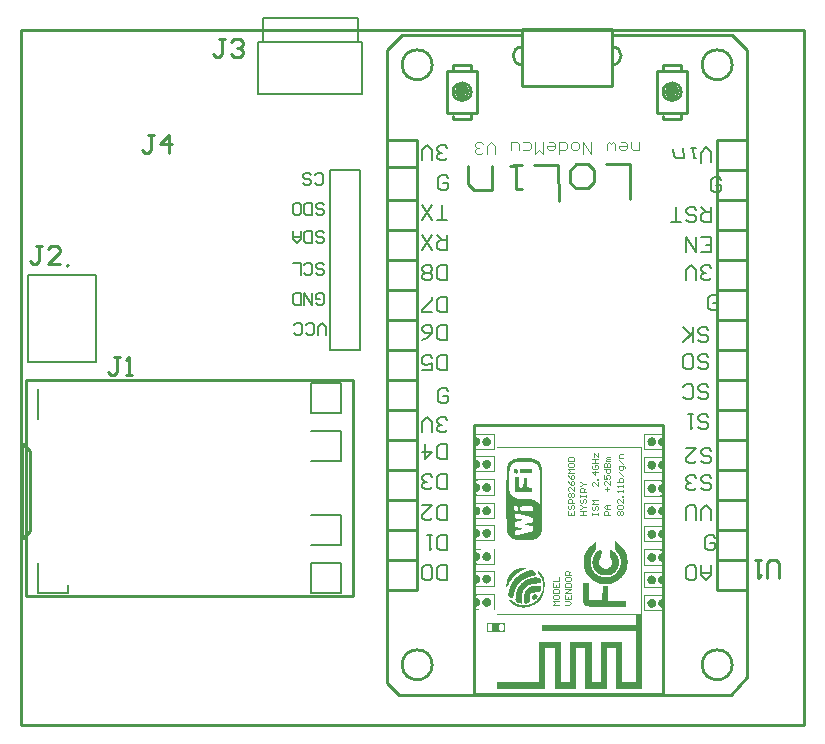
<source format=gbr>
G04*
G04 #@! TF.GenerationSoftware,Altium Limited,Altium Designer,24.6.1 (21)*
G04*
G04 Layer_Color=65535*
%FSLAX44Y44*%
%MOMM*%
G71*
G04*
G04 #@! TF.SameCoordinates,455CBF28-0157-4816-AAA5-8F8310DED926*
G04*
G04*
G04 #@! TF.FilePolarity,Positive*
G04*
G01*
G75*
%ADD10C,0.2540*%
%ADD11C,0.2000*%
%ADD12C,0.1270*%
%ADD13C,0.2032*%
%ADD14C,0.2030*%
%ADD15C,0.0762*%
%ADD16C,0.1016*%
G36*
X1434846Y706857D02*
X1273810D01*
Y820420D01*
Y933983D01*
X1434846D01*
Y706857D01*
D02*
G37*
%LPC*%
G36*
X1426108Y926389D02*
X1418133D01*
Y914248D01*
X1426108D01*
X1427236Y914250D01*
X1428260Y914258D01*
X1429184Y914272D01*
X1430012Y914293D01*
X1430750Y914320D01*
X1431400Y914356D01*
X1431968Y914400D01*
X1432458Y914454D01*
X1432875Y914517D01*
X1433221Y914591D01*
X1433503Y914676D01*
X1433724Y914773D01*
X1433888Y914882D01*
X1434000Y915004D01*
X1434064Y915139D01*
X1434084Y915289D01*
X1434074Y915400D01*
X1434046Y915512D01*
X1434000Y915625D01*
X1433937Y915738D01*
X1433859Y915850D01*
X1433765Y915961D01*
X1433658Y916069D01*
X1433538Y916175D01*
X1433406Y916276D01*
X1433263Y916373D01*
X1433110Y916465D01*
X1432948Y916550D01*
X1432778Y916628D01*
X1432601Y916699D01*
X1432418Y916760D01*
X1432230Y916813D01*
X1432039Y916868D01*
X1431849Y916937D01*
X1431661Y917018D01*
X1431476Y917112D01*
X1431295Y917216D01*
X1431119Y917330D01*
X1430950Y917454D01*
X1430788Y917585D01*
X1430636Y917722D01*
X1430493Y917866D01*
X1430362Y918014D01*
X1430244Y918167D01*
X1430139Y918322D01*
X1430049Y918479D01*
X1429975Y918637D01*
X1429918Y918794D01*
X1429854Y919010D01*
X1429801Y919226D01*
X1429757Y919440D01*
X1429723Y919652D01*
X1429699Y919863D01*
X1429684Y920071D01*
X1429679Y920277D01*
X1429683Y920480D01*
X1429696Y920680D01*
X1429719Y920877D01*
X1429750Y921071D01*
X1429790Y921261D01*
X1429839Y921446D01*
X1429896Y921627D01*
X1429962Y921804D01*
X1430036Y921975D01*
X1430118Y922142D01*
X1430208Y922303D01*
X1430306Y922458D01*
X1430411Y922607D01*
X1430524Y922750D01*
X1430645Y922886D01*
X1430773Y923016D01*
X1430908Y923138D01*
X1431050Y923252D01*
X1431199Y923359D01*
X1431355Y923458D01*
X1431517Y923549D01*
X1431686Y923631D01*
X1431861Y923704D01*
X1432042Y923769D01*
X1432230Y923823D01*
X1432601Y923938D01*
X1432948Y924087D01*
X1433263Y924263D01*
X1433538Y924462D01*
X1433765Y924675D01*
X1433937Y924899D01*
X1434046Y925125D01*
X1434084Y925347D01*
X1434076Y925440D01*
X1434058Y925510D01*
X1434029Y925577D01*
X1433988Y925641D01*
X1433936Y925702D01*
X1433870Y925759D01*
X1433792Y925814D01*
X1433699Y925866D01*
X1433593Y925914D01*
X1433471Y925960D01*
X1433334Y926003D01*
X1433182Y926044D01*
X1433013Y926082D01*
X1432827Y926117D01*
X1432623Y926150D01*
X1432401Y926180D01*
X1432161Y926208D01*
X1431902Y926234D01*
X1431623Y926257D01*
X1431323Y926279D01*
X1431003Y926298D01*
X1430662Y926315D01*
X1430299Y926330D01*
X1429914Y926344D01*
X1429505Y926355D01*
X1429073Y926365D01*
X1428618Y926373D01*
X1428137Y926379D01*
X1427632Y926384D01*
X1427101Y926387D01*
X1426544Y926388D01*
X1426108Y926389D01*
D02*
G37*
G36*
X1290523D02*
X1282548D01*
X1281416Y926386D01*
X1280389Y926377D01*
X1279463Y926362D01*
X1278633Y926340D01*
X1277895Y926311D01*
X1277245Y926274D01*
X1276677Y926228D01*
X1276188Y926173D01*
X1275773Y926108D01*
X1275428Y926034D01*
X1275148Y925949D01*
X1274929Y925853D01*
X1274766Y925745D01*
X1274655Y925626D01*
X1274592Y925493D01*
X1274572Y925347D01*
X1274581Y925237D01*
X1274609Y925125D01*
X1274654Y925012D01*
X1274715Y924899D01*
X1274791Y924786D01*
X1274883Y924675D01*
X1274988Y924567D01*
X1275105Y924462D01*
X1275235Y924360D01*
X1275376Y924263D01*
X1275526Y924172D01*
X1275686Y924087D01*
X1275855Y924008D01*
X1276031Y923938D01*
X1276213Y923876D01*
X1276401Y923823D01*
X1276560Y923780D01*
X1276714Y923730D01*
X1276864Y923674D01*
X1277008Y923612D01*
X1277147Y923544D01*
X1277281Y923471D01*
X1277410Y923393D01*
X1277534Y923310D01*
X1277653Y923221D01*
X1277767Y923129D01*
X1277876Y923031D01*
X1277980Y922930D01*
X1278078Y922824D01*
X1278172Y922715D01*
X1278260Y922602D01*
X1278344Y922485D01*
X1278422Y922365D01*
X1278496Y922243D01*
X1278564Y922117D01*
X1278627Y921989D01*
X1278686Y921858D01*
X1278739Y921725D01*
X1278787Y921590D01*
X1278830Y921453D01*
X1278868Y921315D01*
X1278901Y921175D01*
X1278928Y921034D01*
X1278951Y920892D01*
X1278969Y920750D01*
X1278981Y920606D01*
X1278989Y920462D01*
X1278992Y920318D01*
X1278989Y920174D01*
X1278981Y920030D01*
X1278969Y919887D01*
X1278951Y919744D01*
X1278928Y919602D01*
X1278901Y919461D01*
X1278868Y919321D01*
X1278830Y919183D01*
X1278787Y919046D01*
X1278739Y918911D01*
X1278686Y918778D01*
X1278627Y918648D01*
X1278564Y918519D01*
X1278496Y918394D01*
X1278422Y918271D01*
X1278344Y918151D01*
X1278260Y918035D01*
X1278172Y917922D01*
X1278078Y917812D01*
X1277980Y917707D01*
X1277876Y917605D01*
X1277767Y917508D01*
X1277653Y917415D01*
X1277534Y917327D01*
X1277410Y917243D01*
X1277281Y917165D01*
X1277147Y917092D01*
X1277008Y917025D01*
X1276864Y916963D01*
X1276714Y916907D01*
X1276560Y916857D01*
X1276401Y916813D01*
X1276031Y916699D01*
X1275686Y916550D01*
X1275376Y916373D01*
X1275105Y916175D01*
X1274883Y915961D01*
X1274715Y915738D01*
X1274609Y915512D01*
X1274572Y915289D01*
X1274580Y915194D01*
X1274597Y915122D01*
X1274626Y915053D01*
X1274666Y914988D01*
X1274719Y914926D01*
X1274783Y914867D01*
X1274861Y914812D01*
X1274953Y914760D01*
X1275059Y914711D01*
X1275180Y914665D01*
X1275315Y914622D01*
X1275467Y914581D01*
X1275636Y914544D01*
X1275821Y914509D01*
X1276024Y914477D01*
X1276245Y914447D01*
X1276485Y914419D01*
X1276744Y914394D01*
X1277022Y914372D01*
X1277321Y914351D01*
X1277641Y914333D01*
X1277983Y914316D01*
X1278346Y914302D01*
X1278732Y914289D01*
X1279141Y914279D01*
X1279573Y914270D01*
X1280030Y914262D01*
X1280512Y914257D01*
X1281019Y914252D01*
X1281689Y914249D01*
X1282400Y914248D01*
X1282548Y914248D01*
X1290523D01*
Y920318D01*
Y926389D01*
D02*
G37*
G36*
Y907390D02*
X1282548D01*
X1281416Y907387D01*
X1280389Y907379D01*
X1279463Y907365D01*
X1278633Y907345D01*
X1277895Y907317D01*
X1277245Y907281D01*
X1276677Y907237D01*
X1276188Y907183D01*
X1275773Y907120D01*
X1275428Y907046D01*
X1275148Y906961D01*
X1274929Y906864D01*
X1274766Y906756D01*
X1274655Y906634D01*
X1274592Y906498D01*
X1274572Y906348D01*
X1274581Y906238D01*
X1274609Y906125D01*
X1274654Y906012D01*
X1274715Y905899D01*
X1274791Y905787D01*
X1274883Y905676D01*
X1274988Y905568D01*
X1275105Y905462D01*
X1275235Y905361D01*
X1275376Y905264D01*
X1275526Y905173D01*
X1275686Y905087D01*
X1275855Y905009D01*
X1276031Y904939D01*
X1276213Y904877D01*
X1276401Y904824D01*
X1276560Y904781D01*
X1276714Y904731D01*
X1276864Y904675D01*
X1277008Y904613D01*
X1277147Y904546D01*
X1277281Y904473D01*
X1277410Y904395D01*
X1277534Y904312D01*
X1277653Y904223D01*
X1277767Y904131D01*
X1277876Y904034D01*
X1277980Y903933D01*
X1278078Y903828D01*
X1278172Y903718D01*
X1278260Y903606D01*
X1278344Y903490D01*
X1278422Y903370D01*
X1278496Y903248D01*
X1278564Y903122D01*
X1278627Y902995D01*
X1278686Y902864D01*
X1278739Y902732D01*
X1278787Y902597D01*
X1278830Y902461D01*
X1278868Y902323D01*
X1278901Y902184D01*
X1278928Y902043D01*
X1278951Y901901D01*
X1278969Y901759D01*
X1278981Y901616D01*
X1278989Y901472D01*
X1278992Y901329D01*
X1278989Y901185D01*
X1278981Y901041D01*
X1278969Y900898D01*
X1278951Y900755D01*
X1278928Y900614D01*
X1278901Y900473D01*
X1278868Y900333D01*
X1278830Y900195D01*
X1278787Y900058D01*
X1278739Y899923D01*
X1278686Y899790D01*
X1278627Y899660D01*
X1278564Y899531D01*
X1278496Y899406D01*
X1278422Y899283D01*
X1278344Y899163D01*
X1278260Y899046D01*
X1278172Y898933D01*
X1278078Y898823D01*
X1277980Y898717D01*
X1277876Y898615D01*
X1277767Y898517D01*
X1277653Y898424D01*
X1277534Y898335D01*
X1277410Y898251D01*
X1277281Y898172D01*
X1277147Y898098D01*
X1277008Y898029D01*
X1276864Y897967D01*
X1276714Y897910D01*
X1276560Y897859D01*
X1276401Y897814D01*
X1276031Y897699D01*
X1275686Y897551D01*
X1275376Y897375D01*
X1275105Y897179D01*
X1274883Y896968D01*
X1274715Y896749D01*
X1274609Y896530D01*
X1274572Y896315D01*
X1274580Y896220D01*
X1274597Y896147D01*
X1274626Y896078D01*
X1274666Y896013D01*
X1274719Y895950D01*
X1274783Y895891D01*
X1274861Y895835D01*
X1274953Y895782D01*
X1275059Y895732D01*
X1275180Y895685D01*
X1275315Y895641D01*
X1275467Y895599D01*
X1275636Y895561D01*
X1275821Y895524D01*
X1276024Y895491D01*
X1276245Y895460D01*
X1276485Y895431D01*
X1276744Y895405D01*
X1277022Y895381D01*
X1277321Y895360D01*
X1277641Y895340D01*
X1277983Y895323D01*
X1278346Y895307D01*
X1278732Y895294D01*
X1279141Y895283D01*
X1279573Y895273D01*
X1280030Y895265D01*
X1280512Y895258D01*
X1281019Y895254D01*
X1281551Y895250D01*
X1282111Y895249D01*
X1282548Y895248D01*
X1290523D01*
Y901319D01*
Y907390D01*
D02*
G37*
G36*
X1426108Y906653D02*
X1418133D01*
Y894486D01*
X1426108D01*
X1427236Y894489D01*
X1428260Y894498D01*
X1429184Y894513D01*
X1430012Y894535D01*
X1430750Y894565D01*
X1431400Y894603D01*
X1431968Y894650D01*
X1432458Y894706D01*
X1432875Y894771D01*
X1433221Y894847D01*
X1433503Y894934D01*
X1433724Y895033D01*
X1433888Y895144D01*
X1434000Y895267D01*
X1434064Y895403D01*
X1434084Y895553D01*
X1434074Y895664D01*
X1434046Y895776D01*
X1434000Y895889D01*
X1433937Y896002D01*
X1433859Y896114D01*
X1433765Y896225D01*
X1433658Y896334D01*
X1433538Y896439D01*
X1433406Y896541D01*
X1433263Y896637D01*
X1433110Y896729D01*
X1432948Y896814D01*
X1432778Y896892D01*
X1432601Y896963D01*
X1432418Y897025D01*
X1432042Y897130D01*
X1431861Y897192D01*
X1431686Y897263D01*
X1431517Y897343D01*
X1431355Y897432D01*
X1431199Y897530D01*
X1431050Y897635D01*
X1430908Y897748D01*
X1430773Y897869D01*
X1430645Y897997D01*
X1430524Y898132D01*
X1430411Y898274D01*
X1430306Y898422D01*
X1430208Y898577D01*
X1430118Y898737D01*
X1430036Y898903D01*
X1429962Y899074D01*
X1429896Y899250D01*
X1429839Y899431D01*
X1429790Y899616D01*
X1429750Y899805D01*
X1429719Y899999D01*
X1429696Y900195D01*
X1429683Y900396D01*
X1429679Y900599D01*
X1429684Y900804D01*
X1429699Y901013D01*
X1429723Y901223D01*
X1429757Y901435D01*
X1429801Y901649D01*
X1429854Y901865D01*
X1429918Y902081D01*
X1429975Y902239D01*
X1430049Y902396D01*
X1430139Y902553D01*
X1430244Y902709D01*
X1430362Y902861D01*
X1430493Y903009D01*
X1430636Y903153D01*
X1430788Y903291D01*
X1430950Y903422D01*
X1431119Y903545D01*
X1431295Y903659D01*
X1431476Y903763D01*
X1431661Y903857D01*
X1431849Y903939D01*
X1432039Y904007D01*
X1432230Y904062D01*
X1432601Y904177D01*
X1432948Y904325D01*
X1433263Y904502D01*
X1433538Y904700D01*
X1433765Y904914D01*
X1433937Y905137D01*
X1434046Y905363D01*
X1434084Y905586D01*
X1434076Y905682D01*
X1434058Y905754D01*
X1434029Y905823D01*
X1433988Y905889D01*
X1433936Y905951D01*
X1433870Y906010D01*
X1433792Y906067D01*
X1433699Y906120D01*
X1433593Y906170D01*
X1433471Y906217D01*
X1433334Y906261D01*
X1433182Y906302D01*
X1433013Y906341D01*
X1432827Y906377D01*
X1432623Y906411D01*
X1432401Y906441D01*
X1432161Y906470D01*
X1431902Y906496D01*
X1431623Y906520D01*
X1431323Y906542D01*
X1431003Y906561D01*
X1430662Y906579D01*
X1430299Y906594D01*
X1429914Y906607D01*
X1429505Y906619D01*
X1429073Y906629D01*
X1428618Y906637D01*
X1428137Y906643D01*
X1427632Y906648D01*
X1427101Y906651D01*
X1426544Y906653D01*
X1426108Y906653D01*
D02*
G37*
G36*
X1290523Y887654D02*
X1282548D01*
X1281416Y887651D01*
X1280389Y887642D01*
X1279463Y887627D01*
X1278633Y887605D01*
X1277895Y887575D01*
X1277245Y887537D01*
X1276677Y887491D01*
X1276188Y887435D01*
X1275773Y887369D01*
X1275428Y887293D01*
X1275148Y887206D01*
X1274929Y887107D01*
X1274766Y886997D01*
X1274655Y886873D01*
X1274592Y886737D01*
X1274572Y886587D01*
X1274581Y886476D01*
X1274609Y886364D01*
X1274654Y886251D01*
X1274715Y886138D01*
X1274791Y886026D01*
X1274883Y885915D01*
X1274988Y885807D01*
X1275105Y885701D01*
X1275235Y885600D01*
X1275376Y885503D01*
X1275526Y885411D01*
X1275686Y885326D01*
X1275855Y885248D01*
X1276031Y885178D01*
X1276213Y885116D01*
X1276401Y885063D01*
X1276560Y885019D01*
X1276714Y884969D01*
X1276864Y884913D01*
X1277008Y884852D01*
X1277147Y884784D01*
X1277281Y884712D01*
X1277410Y884633D01*
X1277534Y884550D01*
X1277653Y884462D01*
X1277767Y884370D01*
X1277876Y884273D01*
X1277980Y884172D01*
X1278078Y884066D01*
X1278172Y883957D01*
X1278260Y883845D01*
X1278344Y883729D01*
X1278422Y883609D01*
X1278496Y883487D01*
X1278564Y883362D01*
X1278627Y883234D01*
X1278686Y883104D01*
X1278739Y882972D01*
X1278787Y882837D01*
X1278830Y882701D01*
X1278868Y882563D01*
X1278901Y882424D01*
X1278928Y882284D01*
X1278951Y882142D01*
X1278969Y882000D01*
X1278981Y881857D01*
X1278989Y881714D01*
X1278992Y881571D01*
X1278989Y881427D01*
X1278981Y881284D01*
X1278969Y881141D01*
X1278951Y880999D01*
X1278928Y880857D01*
X1278901Y880717D01*
X1278868Y880578D01*
X1278830Y880440D01*
X1278787Y880304D01*
X1278739Y880169D01*
X1278686Y880037D01*
X1278627Y879907D01*
X1278564Y879779D01*
X1278496Y879654D01*
X1278422Y879532D01*
X1278344Y879412D01*
X1278260Y879296D01*
X1278172Y879184D01*
X1278078Y879074D01*
X1277980Y878969D01*
X1277876Y878868D01*
X1277767Y878771D01*
X1277653Y878679D01*
X1277534Y878591D01*
X1277410Y878508D01*
X1277281Y878429D01*
X1277147Y878357D01*
X1277008Y878289D01*
X1276864Y878227D01*
X1276714Y878172D01*
X1276560Y878122D01*
X1276401Y878078D01*
X1276031Y877963D01*
X1275686Y877815D01*
X1275376Y877638D01*
X1275105Y877440D01*
X1274883Y877226D01*
X1274715Y877003D01*
X1274609Y876777D01*
X1274572Y876554D01*
X1274580Y876459D01*
X1274597Y876386D01*
X1274626Y876317D01*
X1274666Y876251D01*
X1274719Y876189D01*
X1274783Y876130D01*
X1274861Y876074D01*
X1274953Y876021D01*
X1275059Y875971D01*
X1275180Y875924D01*
X1275315Y875879D01*
X1275467Y875838D01*
X1275636Y875799D01*
X1275821Y875763D01*
X1276024Y875730D01*
X1276245Y875699D01*
X1276485Y875670D01*
X1276744Y875644D01*
X1277022Y875620D01*
X1277321Y875599D01*
X1277641Y875579D01*
X1277983Y875562D01*
X1278346Y875546D01*
X1278732Y875533D01*
X1279141Y875521D01*
X1279573Y875512D01*
X1280030Y875504D01*
X1280512Y875497D01*
X1281019Y875492D01*
X1281551Y875489D01*
X1282111Y875488D01*
X1282548Y875487D01*
X1290523D01*
Y881583D01*
Y887654D01*
D02*
G37*
G36*
X1426108Y886892D02*
X1418133D01*
Y874725D01*
X1426108D01*
X1427236Y874728D01*
X1428260Y874737D01*
X1429184Y874752D01*
X1430012Y874774D01*
X1430750Y874804D01*
X1431400Y874842D01*
X1431968Y874888D01*
X1432458Y874944D01*
X1432875Y875010D01*
X1433221Y875086D01*
X1433503Y875173D01*
X1433724Y875272D01*
X1433888Y875382D01*
X1434000Y875506D01*
X1434064Y875642D01*
X1434084Y875792D01*
X1434074Y875903D01*
X1434046Y876015D01*
X1434000Y876128D01*
X1433937Y876241D01*
X1433859Y876353D01*
X1433765Y876464D01*
X1433658Y876572D01*
X1433538Y876678D01*
X1433406Y876779D01*
X1433263Y876876D01*
X1433110Y876968D01*
X1432948Y877053D01*
X1432778Y877131D01*
X1432601Y877202D01*
X1432418Y877263D01*
X1432230Y877316D01*
X1432039Y877371D01*
X1431849Y877440D01*
X1431661Y877521D01*
X1431476Y877615D01*
X1431295Y877719D01*
X1431119Y877833D01*
X1430950Y877957D01*
X1430788Y878087D01*
X1430636Y878225D01*
X1430493Y878369D01*
X1430362Y878517D01*
X1430244Y878670D01*
X1430139Y878825D01*
X1430049Y878982D01*
X1429975Y879140D01*
X1429918Y879297D01*
X1429854Y879513D01*
X1429801Y879729D01*
X1429757Y879943D01*
X1429723Y880155D01*
X1429699Y880365D01*
X1429684Y880574D01*
X1429679Y880780D01*
X1429683Y880983D01*
X1429696Y881183D01*
X1429719Y881380D01*
X1429750Y881573D01*
X1429790Y881762D01*
X1429839Y881947D01*
X1429896Y882128D01*
X1429962Y882304D01*
X1430036Y882475D01*
X1430118Y882641D01*
X1430208Y882801D01*
X1430306Y882956D01*
X1430411Y883104D01*
X1430524Y883246D01*
X1430645Y883381D01*
X1430773Y883509D01*
X1430908Y883630D01*
X1431050Y883743D01*
X1431199Y883849D01*
X1431355Y883946D01*
X1431517Y884035D01*
X1431686Y884115D01*
X1431861Y884186D01*
X1432042Y884249D01*
X1432230Y884301D01*
X1432601Y884423D01*
X1432948Y884575D01*
X1433263Y884752D01*
X1433538Y884949D01*
X1433765Y885160D01*
X1433937Y885380D01*
X1434046Y885603D01*
X1434084Y885825D01*
X1434076Y885920D01*
X1434058Y885993D01*
X1434029Y886062D01*
X1433988Y886128D01*
X1433936Y886190D01*
X1433870Y886249D01*
X1433792Y886305D01*
X1433699Y886358D01*
X1433593Y886408D01*
X1433471Y886455D01*
X1433334Y886500D01*
X1433182Y886541D01*
X1433013Y886580D01*
X1432827Y886616D01*
X1432623Y886649D01*
X1432401Y886680D01*
X1432161Y886709D01*
X1431902Y886735D01*
X1431623Y886759D01*
X1431323Y886780D01*
X1431003Y886800D01*
X1430662Y886817D01*
X1430299Y886833D01*
X1429914Y886846D01*
X1429505Y886858D01*
X1429073Y886867D01*
X1428618Y886875D01*
X1428137Y886882D01*
X1427632Y886887D01*
X1427101Y886890D01*
X1426544Y886891D01*
X1426108Y886892D01*
D02*
G37*
G36*
Y867893D02*
X1418133D01*
Y855751D01*
X1426108D01*
X1427236Y855754D01*
X1428260Y855763D01*
X1429184Y855778D01*
X1430012Y855800D01*
X1430750Y855829D01*
X1431400Y855867D01*
X1431968Y855912D01*
X1432458Y855967D01*
X1432875Y856032D01*
X1433221Y856106D01*
X1433503Y856191D01*
X1433724Y856287D01*
X1433888Y856395D01*
X1434000Y856515D01*
X1434064Y856647D01*
X1434084Y856793D01*
X1434074Y856903D01*
X1434046Y857016D01*
X1434000Y857129D01*
X1433937Y857242D01*
X1433859Y857354D01*
X1433765Y857465D01*
X1433658Y857573D01*
X1433538Y857679D01*
X1433406Y857780D01*
X1433263Y857877D01*
X1433110Y857968D01*
X1432948Y858054D01*
X1432778Y858132D01*
X1432601Y858202D01*
X1432418Y858264D01*
X1432230Y858317D01*
X1432039Y858372D01*
X1431849Y858440D01*
X1431661Y858522D01*
X1431476Y858616D01*
X1431295Y858720D01*
X1431119Y858834D01*
X1430950Y858957D01*
X1430788Y859088D01*
X1430636Y859226D01*
X1430493Y859370D01*
X1430362Y859518D01*
X1430244Y859670D01*
X1430139Y859826D01*
X1430049Y859983D01*
X1429975Y860140D01*
X1429918Y860298D01*
X1429854Y860517D01*
X1429801Y860734D01*
X1429757Y860950D01*
X1429723Y861164D01*
X1429699Y861376D01*
X1429684Y861586D01*
X1429679Y861794D01*
X1429683Y861998D01*
X1429696Y862200D01*
X1429719Y862398D01*
X1429750Y862592D01*
X1429790Y862782D01*
X1429839Y862968D01*
X1429896Y863150D01*
X1429962Y863327D01*
X1430036Y863498D01*
X1430118Y863665D01*
X1430208Y863826D01*
X1430306Y863980D01*
X1430411Y864129D01*
X1430524Y864271D01*
X1430645Y864406D01*
X1430773Y864535D01*
X1430908Y864656D01*
X1431050Y864769D01*
X1431199Y864875D01*
X1431355Y864972D01*
X1431517Y865061D01*
X1431686Y865141D01*
X1431861Y865213D01*
X1432042Y865275D01*
X1432230Y865327D01*
X1432601Y865442D01*
X1432948Y865590D01*
X1433263Y865767D01*
X1433538Y865965D01*
X1433765Y866179D01*
X1433937Y866402D01*
X1434046Y866628D01*
X1434084Y866851D01*
X1434076Y866947D01*
X1434058Y867019D01*
X1434029Y867087D01*
X1433988Y867153D01*
X1433936Y867214D01*
X1433870Y867273D01*
X1433792Y867328D01*
X1433699Y867380D01*
X1433593Y867429D01*
X1433471Y867475D01*
X1433334Y867519D01*
X1433182Y867559D01*
X1433013Y867596D01*
X1432827Y867631D01*
X1432623Y867664D01*
X1432401Y867693D01*
X1432161Y867721D01*
X1431902Y867746D01*
X1431623Y867768D01*
X1431323Y867789D01*
X1431003Y867807D01*
X1430662Y867824D01*
X1430299Y867838D01*
X1429914Y867851D01*
X1429505Y867861D01*
X1429073Y867870D01*
X1428618Y867878D01*
X1428137Y867884D01*
X1427632Y867888D01*
X1426964Y867891D01*
X1426255Y867893D01*
X1426108Y867893D01*
D02*
G37*
G36*
X1290523D02*
X1282548D01*
X1281416Y867890D01*
X1280389Y867882D01*
X1279463Y867868D01*
X1278633Y867848D01*
X1277895Y867820D01*
X1277245Y867784D01*
X1276677Y867740D01*
X1276188Y867686D01*
X1275773Y867623D01*
X1275428Y867549D01*
X1275148Y867464D01*
X1274929Y867367D01*
X1274766Y867259D01*
X1274655Y867137D01*
X1274592Y867001D01*
X1274572Y866851D01*
X1274581Y866741D01*
X1274609Y866628D01*
X1274654Y866515D01*
X1274715Y866402D01*
X1274791Y866290D01*
X1274883Y866179D01*
X1274988Y866071D01*
X1275105Y865965D01*
X1275235Y865864D01*
X1275376Y865767D01*
X1275526Y865676D01*
X1275686Y865590D01*
X1275855Y865512D01*
X1276031Y865442D01*
X1276213Y865380D01*
X1276401Y865327D01*
X1276560Y865284D01*
X1276714Y865234D01*
X1276864Y865178D01*
X1277008Y865116D01*
X1277147Y865048D01*
X1277281Y864975D01*
X1277410Y864897D01*
X1277534Y864813D01*
X1277653Y864725D01*
X1277767Y864632D01*
X1277876Y864535D01*
X1277980Y864434D01*
X1278078Y864328D01*
X1278172Y864219D01*
X1278260Y864106D01*
X1278344Y863989D01*
X1278422Y863869D01*
X1278496Y863746D01*
X1278564Y863621D01*
X1278627Y863493D01*
X1278686Y863362D01*
X1278739Y863229D01*
X1278787Y863094D01*
X1278830Y862957D01*
X1278868Y862819D01*
X1278901Y862679D01*
X1278928Y862538D01*
X1278951Y862396D01*
X1278969Y862253D01*
X1278981Y862110D01*
X1278989Y861966D01*
X1278992Y861822D01*
X1278989Y861678D01*
X1278981Y861534D01*
X1278969Y861391D01*
X1278951Y861248D01*
X1278928Y861106D01*
X1278901Y860965D01*
X1278868Y860825D01*
X1278830Y860687D01*
X1278787Y860550D01*
X1278739Y860415D01*
X1278686Y860282D01*
X1278627Y860152D01*
X1278564Y860023D01*
X1278496Y859898D01*
X1278422Y859775D01*
X1278344Y859655D01*
X1278260Y859538D01*
X1278172Y859426D01*
X1278078Y859316D01*
X1277980Y859210D01*
X1277876Y859109D01*
X1277767Y859012D01*
X1277653Y858919D01*
X1277534Y858831D01*
X1277410Y858747D01*
X1277281Y858669D01*
X1277147Y858596D01*
X1277008Y858528D01*
X1276864Y858466D01*
X1276714Y858410D01*
X1276560Y858361D01*
X1276401Y858317D01*
X1276031Y858202D01*
X1275686Y858054D01*
X1275376Y857877D01*
X1275105Y857679D01*
X1274883Y857465D01*
X1274715Y857242D01*
X1274609Y857016D01*
X1274572Y856793D01*
X1274580Y856700D01*
X1274604Y856613D01*
X1274635Y856547D01*
X1274678Y856484D01*
X1274734Y856424D01*
X1274802Y856367D01*
X1274883Y856313D01*
X1274978Y856262D01*
X1275088Y856214D01*
X1275212Y856169D01*
X1275352Y856126D01*
X1275508Y856087D01*
X1275680Y856049D01*
X1275870Y856015D01*
X1276078Y855983D01*
X1276303Y855953D01*
X1276548Y855925D01*
X1276812Y855900D01*
X1277095Y855877D01*
X1277399Y855856D01*
X1277725Y855838D01*
X1278071Y855821D01*
X1278440Y855806D01*
X1278832Y855794D01*
X1279247Y855783D01*
X1279685Y855773D01*
X1280148Y855766D01*
X1280636Y855760D01*
X1281149Y855756D01*
X1281689Y855753D01*
X1282400Y855751D01*
X1282548Y855751D01*
X1290523D01*
Y867893D01*
D02*
G37*
G36*
Y848919D02*
X1282548D01*
X1281416Y848916D01*
X1280389Y848907D01*
X1279463Y848892D01*
X1278633Y848870D01*
X1277895Y848840D01*
X1277245Y848802D01*
X1276677Y848756D01*
X1276188Y848700D01*
X1275773Y848634D01*
X1275428Y848558D01*
X1275148Y848471D01*
X1274929Y848372D01*
X1274766Y848262D01*
X1274655Y848139D01*
X1274592Y848002D01*
X1274572Y847852D01*
X1274581Y847741D01*
X1274609Y847629D01*
X1274654Y847516D01*
X1274715Y847403D01*
X1274791Y847291D01*
X1274883Y847180D01*
X1274988Y847072D01*
X1275105Y846966D01*
X1275235Y846865D01*
X1275376Y846768D01*
X1275526Y846676D01*
X1275686Y846591D01*
X1275855Y846513D01*
X1276031Y846442D01*
X1276213Y846381D01*
X1276401Y846328D01*
X1276560Y846284D01*
X1276714Y846234D01*
X1276864Y846179D01*
X1277008Y846117D01*
X1277147Y846049D01*
X1277281Y845976D01*
X1277410Y845898D01*
X1277534Y845815D01*
X1277653Y845727D01*
X1277767Y845635D01*
X1277876Y845538D01*
X1277980Y845437D01*
X1278078Y845331D01*
X1278172Y845222D01*
X1278260Y845110D01*
X1278344Y844994D01*
X1278422Y844874D01*
X1278496Y844752D01*
X1278564Y844627D01*
X1278627Y844499D01*
X1278686Y844369D01*
X1278739Y844237D01*
X1278787Y844102D01*
X1278830Y843966D01*
X1278868Y843828D01*
X1278901Y843689D01*
X1278928Y843549D01*
X1278951Y843407D01*
X1278969Y843265D01*
X1278981Y843122D01*
X1278989Y842979D01*
X1278992Y842835D01*
X1278989Y842692D01*
X1278981Y842549D01*
X1278969Y842406D01*
X1278951Y842264D01*
X1278928Y842122D01*
X1278901Y841982D01*
X1278868Y841843D01*
X1278830Y841705D01*
X1278787Y841569D01*
X1278739Y841434D01*
X1278686Y841302D01*
X1278627Y841172D01*
X1278564Y841044D01*
X1278496Y840919D01*
X1278422Y840797D01*
X1278344Y840677D01*
X1278260Y840561D01*
X1278172Y840449D01*
X1278078Y840340D01*
X1277980Y840234D01*
X1277876Y840133D01*
X1277767Y840036D01*
X1277653Y839944D01*
X1277534Y839856D01*
X1277410Y839773D01*
X1277281Y839695D01*
X1277147Y839622D01*
X1277008Y839554D01*
X1276864Y839492D01*
X1276714Y839437D01*
X1276560Y839387D01*
X1276401Y839343D01*
X1276031Y839229D01*
X1275686Y839080D01*
X1275376Y838903D01*
X1275105Y838705D01*
X1274883Y838491D01*
X1274715Y838268D01*
X1274609Y838042D01*
X1274572Y837819D01*
X1274580Y837723D01*
X1274597Y837651D01*
X1274626Y837582D01*
X1274666Y837516D01*
X1274719Y837454D01*
X1274783Y837395D01*
X1274861Y837339D01*
X1274953Y837286D01*
X1275059Y837236D01*
X1275180Y837189D01*
X1275315Y837144D01*
X1275467Y837103D01*
X1275636Y837064D01*
X1275821Y837028D01*
X1276024Y836995D01*
X1276245Y836964D01*
X1276485Y836935D01*
X1276744Y836909D01*
X1277022Y836885D01*
X1277321Y836863D01*
X1277641Y836844D01*
X1277983Y836827D01*
X1278346Y836811D01*
X1278732Y836798D01*
X1279141Y836786D01*
X1279573Y836777D01*
X1280030Y836769D01*
X1280512Y836762D01*
X1281019Y836758D01*
X1281551Y836754D01*
X1282111Y836753D01*
X1282548Y836752D01*
X1290523D01*
Y842823D01*
Y848919D01*
D02*
G37*
G36*
X1426108Y848157D02*
X1418133D01*
Y835990D01*
X1426108D01*
X1427236Y835993D01*
X1428260Y836002D01*
X1429184Y836017D01*
X1430012Y836039D01*
X1430750Y836069D01*
X1431400Y836107D01*
X1431968Y836153D01*
X1432458Y836209D01*
X1432875Y836275D01*
X1433221Y836351D01*
X1433503Y836438D01*
X1433724Y836537D01*
X1433888Y836647D01*
X1434000Y836770D01*
X1434064Y836907D01*
X1434084Y837057D01*
X1434074Y837168D01*
X1434046Y837280D01*
X1434000Y837393D01*
X1433937Y837506D01*
X1433859Y837618D01*
X1433765Y837729D01*
X1433658Y837837D01*
X1433538Y837943D01*
X1433406Y838044D01*
X1433263Y838141D01*
X1433110Y838233D01*
X1432948Y838318D01*
X1432778Y838396D01*
X1432601Y838466D01*
X1432418Y838528D01*
X1432230Y838581D01*
X1432039Y838636D01*
X1431849Y838705D01*
X1431661Y838786D01*
X1431476Y838880D01*
X1431295Y838984D01*
X1431119Y839099D01*
X1430950Y839222D01*
X1430788Y839352D01*
X1430636Y839490D01*
X1430493Y839634D01*
X1430362Y839782D01*
X1430244Y839935D01*
X1430139Y840090D01*
X1430049Y840247D01*
X1429975Y840405D01*
X1429918Y840562D01*
X1429854Y840779D01*
X1429801Y840994D01*
X1429757Y841208D01*
X1429723Y841420D01*
X1429699Y841630D01*
X1429684Y841839D01*
X1429679Y842045D01*
X1429683Y842248D01*
X1429696Y842448D01*
X1429719Y842645D01*
X1429750Y842838D01*
X1429790Y843027D01*
X1429839Y843213D01*
X1429896Y843393D01*
X1429962Y843569D01*
X1430036Y843740D01*
X1430118Y843906D01*
X1430208Y844066D01*
X1430306Y844221D01*
X1430411Y844369D01*
X1430524Y844511D01*
X1430645Y844646D01*
X1430773Y844774D01*
X1430908Y844895D01*
X1431050Y845008D01*
X1431199Y845114D01*
X1431355Y845211D01*
X1431517Y845300D01*
X1431686Y845380D01*
X1431861Y845452D01*
X1432042Y845514D01*
X1432230Y845566D01*
X1432601Y845680D01*
X1432948Y845829D01*
X1433263Y846006D01*
X1433538Y846204D01*
X1433765Y846418D01*
X1433937Y846641D01*
X1434046Y846867D01*
X1434084Y847090D01*
X1434076Y847186D01*
X1434058Y847258D01*
X1434029Y847327D01*
X1433988Y847393D01*
X1433936Y847455D01*
X1433870Y847514D01*
X1433792Y847570D01*
X1433699Y847623D01*
X1433593Y847673D01*
X1433471Y847720D01*
X1433334Y847765D01*
X1433182Y847806D01*
X1433013Y847845D01*
X1432827Y847881D01*
X1432623Y847914D01*
X1432401Y847945D01*
X1432161Y847974D01*
X1431902Y848000D01*
X1431623Y848024D01*
X1431323Y848046D01*
X1431003Y848065D01*
X1430662Y848082D01*
X1430299Y848098D01*
X1429914Y848111D01*
X1429505Y848123D01*
X1429073Y848132D01*
X1428618Y848140D01*
X1428137Y848147D01*
X1427632Y848151D01*
X1427101Y848155D01*
X1426544Y848156D01*
X1426108Y848157D01*
D02*
G37*
G36*
X1290523Y829158D02*
X1282548D01*
X1281416Y829155D01*
X1280389Y829146D01*
X1279463Y829131D01*
X1278633Y829109D01*
X1277895Y829079D01*
X1277245Y829041D01*
X1276677Y828994D01*
X1276188Y828939D01*
X1275773Y828873D01*
X1275428Y828797D01*
X1275148Y828710D01*
X1274929Y828611D01*
X1274766Y828501D01*
X1274655Y828377D01*
X1274592Y828241D01*
X1274572Y828091D01*
X1274581Y827985D01*
X1274609Y827876D01*
X1274654Y827767D01*
X1274715Y827657D01*
X1274791Y827547D01*
X1274883Y827438D01*
X1274988Y827331D01*
X1275105Y827227D01*
X1275235Y827127D01*
X1275376Y827031D01*
X1275526Y826940D01*
X1275686Y826855D01*
X1275855Y826777D01*
X1276031Y826707D01*
X1276213Y826645D01*
X1276401Y826592D01*
X1276560Y826548D01*
X1276714Y826499D01*
X1276864Y826442D01*
X1277008Y826381D01*
X1277147Y826313D01*
X1277281Y826240D01*
X1277410Y826162D01*
X1277534Y826078D01*
X1277653Y825990D01*
X1277767Y825897D01*
X1277876Y825800D01*
X1277980Y825699D01*
X1278078Y825593D01*
X1278172Y825483D01*
X1278260Y825370D01*
X1278344Y825254D01*
X1278422Y825134D01*
X1278496Y825011D01*
X1278564Y824886D01*
X1278627Y824758D01*
X1278686Y824627D01*
X1278739Y824494D01*
X1278787Y824359D01*
X1278830Y824222D01*
X1278868Y824084D01*
X1278901Y823944D01*
X1278928Y823803D01*
X1278951Y823661D01*
X1278969Y823518D01*
X1278981Y823375D01*
X1278989Y823231D01*
X1278992Y823087D01*
X1278989Y822943D01*
X1278981Y822799D01*
X1278969Y822656D01*
X1278951Y822513D01*
X1278928Y822371D01*
X1278901Y822230D01*
X1278868Y822090D01*
X1278830Y821952D01*
X1278787Y821815D01*
X1278739Y821680D01*
X1278686Y821547D01*
X1278627Y821416D01*
X1278564Y821288D01*
X1278496Y821163D01*
X1278422Y821040D01*
X1278344Y820920D01*
X1278260Y820804D01*
X1278172Y820691D01*
X1278078Y820581D01*
X1277980Y820475D01*
X1277876Y820374D01*
X1277767Y820277D01*
X1277653Y820184D01*
X1277534Y820096D01*
X1277410Y820012D01*
X1277281Y819934D01*
X1277147Y819861D01*
X1277008Y819793D01*
X1276864Y819732D01*
X1276714Y819675D01*
X1276560Y819625D01*
X1276401Y819582D01*
X1276031Y819467D01*
X1275686Y819319D01*
X1275376Y819142D01*
X1275105Y818944D01*
X1274883Y818730D01*
X1274715Y818507D01*
X1274609Y818281D01*
X1274572Y818058D01*
X1274580Y817962D01*
X1274597Y817890D01*
X1274626Y817822D01*
X1274666Y817756D01*
X1274719Y817695D01*
X1274783Y817636D01*
X1274861Y817581D01*
X1274953Y817529D01*
X1275059Y817480D01*
X1275180Y817434D01*
X1275315Y817390D01*
X1275467Y817350D01*
X1275636Y817313D01*
X1275821Y817278D01*
X1276024Y817245D01*
X1276245Y817216D01*
X1276485Y817188D01*
X1276744Y817163D01*
X1277022Y817141D01*
X1277321Y817120D01*
X1277641Y817102D01*
X1277983Y817085D01*
X1278346Y817071D01*
X1278732Y817058D01*
X1279141Y817048D01*
X1279573Y817039D01*
X1280030Y817031D01*
X1280512Y817026D01*
X1281019Y817021D01*
X1281689Y817018D01*
X1282400Y817016D01*
X1282548Y817016D01*
X1290523D01*
Y823087D01*
Y829158D01*
D02*
G37*
G36*
X1426108Y828396D02*
X1418133D01*
Y816254D01*
X1426108D01*
X1427236Y816257D01*
X1428260Y816265D01*
X1429184Y816279D01*
X1430012Y816299D01*
X1430750Y816327D01*
X1431400Y816363D01*
X1431968Y816407D01*
X1432458Y816461D01*
X1432875Y816524D01*
X1433221Y816598D01*
X1433503Y816683D01*
X1433724Y816779D01*
X1433888Y816888D01*
X1434000Y817010D01*
X1434064Y817146D01*
X1434084Y817296D01*
X1434074Y817406D01*
X1434046Y817519D01*
X1434000Y817632D01*
X1433937Y817745D01*
X1433859Y817857D01*
X1433765Y817968D01*
X1433658Y818076D01*
X1433538Y818182D01*
X1433406Y818283D01*
X1433263Y818380D01*
X1433110Y818471D01*
X1432948Y818557D01*
X1432778Y818635D01*
X1432601Y818705D01*
X1432418Y818767D01*
X1432042Y818872D01*
X1431861Y818934D01*
X1431686Y819006D01*
X1431517Y819086D01*
X1431355Y819175D01*
X1431199Y819272D01*
X1431050Y819378D01*
X1430908Y819491D01*
X1430773Y819612D01*
X1430645Y819741D01*
X1430524Y819876D01*
X1430411Y820018D01*
X1430306Y820167D01*
X1430208Y820322D01*
X1430118Y820482D01*
X1430036Y820649D01*
X1429962Y820820D01*
X1429896Y820997D01*
X1429839Y821179D01*
X1429790Y821365D01*
X1429750Y821555D01*
X1429719Y821749D01*
X1429696Y821947D01*
X1429683Y822149D01*
X1429679Y822353D01*
X1429684Y822561D01*
X1429699Y822771D01*
X1429723Y822983D01*
X1429757Y823197D01*
X1429801Y823413D01*
X1429854Y823630D01*
X1429918Y823849D01*
X1429975Y824007D01*
X1430049Y824164D01*
X1430139Y824321D01*
X1430244Y824476D01*
X1430362Y824629D01*
X1430493Y824777D01*
X1430636Y824921D01*
X1430788Y825059D01*
X1430950Y825190D01*
X1431119Y825313D01*
X1431295Y825427D01*
X1431476Y825531D01*
X1431661Y825625D01*
X1431849Y825706D01*
X1432039Y825775D01*
X1432230Y825830D01*
X1432601Y825945D01*
X1432948Y826093D01*
X1433263Y826270D01*
X1433538Y826468D01*
X1433765Y826682D01*
X1433937Y826905D01*
X1434046Y827131D01*
X1434084Y827354D01*
X1434076Y827447D01*
X1434058Y827517D01*
X1434029Y827584D01*
X1433988Y827648D01*
X1433936Y827709D01*
X1433870Y827766D01*
X1433792Y827821D01*
X1433699Y827872D01*
X1433593Y827921D01*
X1433471Y827967D01*
X1433334Y828010D01*
X1433182Y828051D01*
X1433013Y828089D01*
X1432827Y828124D01*
X1432623Y828157D01*
X1432401Y828187D01*
X1432161Y828215D01*
X1431902Y828241D01*
X1431623Y828264D01*
X1431323Y828286D01*
X1431003Y828305D01*
X1430662Y828322D01*
X1430299Y828337D01*
X1429914Y828350D01*
X1429505Y828362D01*
X1429073Y828371D01*
X1428618Y828379D01*
X1428137Y828386D01*
X1427632Y828390D01*
X1427101Y828393D01*
X1426544Y828395D01*
X1426108Y828396D01*
D02*
G37*
G36*
X1290523Y810158D02*
X1282548D01*
X1281416Y810156D01*
X1280389Y810148D01*
X1279463Y810134D01*
X1278633Y810114D01*
X1277895Y810086D01*
X1277245Y810050D01*
X1276677Y810006D01*
X1276188Y809952D01*
X1275773Y809889D01*
X1275428Y809815D01*
X1275148Y809730D01*
X1274929Y809633D01*
X1274766Y809524D01*
X1274655Y809402D01*
X1274592Y809267D01*
X1274572Y809117D01*
X1274581Y809006D01*
X1274609Y808894D01*
X1274654Y808781D01*
X1274715Y808668D01*
X1274791Y808556D01*
X1274883Y808445D01*
X1274988Y808337D01*
X1275105Y808231D01*
X1275235Y808130D01*
X1275376Y808033D01*
X1275526Y807941D01*
X1275686Y807856D01*
X1275855Y807778D01*
X1276031Y807708D01*
X1276213Y807646D01*
X1276401Y807593D01*
X1276560Y807549D01*
X1276714Y807499D01*
X1276864Y807443D01*
X1277008Y807381D01*
X1277147Y807314D01*
X1277281Y807241D01*
X1277410Y807163D01*
X1277534Y807079D01*
X1277653Y806991D01*
X1277767Y806898D01*
X1277876Y806801D01*
X1277980Y806699D01*
X1278078Y806594D01*
X1278172Y806484D01*
X1278260Y806371D01*
X1278344Y806255D01*
X1278422Y806135D01*
X1278496Y806012D01*
X1278564Y805887D01*
X1278627Y805758D01*
X1278686Y805628D01*
X1278739Y805495D01*
X1278787Y805360D01*
X1278830Y805223D01*
X1278868Y805085D01*
X1278901Y804945D01*
X1278928Y804804D01*
X1278951Y804662D01*
X1278969Y804519D01*
X1278981Y804376D01*
X1278989Y804232D01*
X1278992Y804088D01*
X1278989Y803944D01*
X1278981Y803800D01*
X1278969Y803656D01*
X1278951Y803514D01*
X1278928Y803372D01*
X1278901Y803231D01*
X1278868Y803091D01*
X1278830Y802952D01*
X1278787Y802816D01*
X1278739Y802681D01*
X1278686Y802548D01*
X1278627Y802417D01*
X1278564Y802289D01*
X1278496Y802163D01*
X1278422Y802041D01*
X1278344Y801921D01*
X1278260Y801804D01*
X1278172Y801691D01*
X1278078Y801582D01*
X1277980Y801476D01*
X1277876Y801375D01*
X1277767Y801277D01*
X1277653Y801185D01*
X1277534Y801096D01*
X1277410Y801013D01*
X1277281Y800935D01*
X1277147Y800862D01*
X1277008Y800794D01*
X1276864Y800732D01*
X1276714Y800676D01*
X1276560Y800626D01*
X1276401Y800583D01*
X1276031Y800468D01*
X1275686Y800320D01*
X1275376Y800144D01*
X1275105Y799948D01*
X1274883Y799737D01*
X1274715Y799518D01*
X1274609Y799298D01*
X1274572Y799084D01*
X1274580Y798988D01*
X1274597Y798916D01*
X1274626Y798847D01*
X1274666Y798781D01*
X1274719Y798719D01*
X1274783Y798660D01*
X1274861Y798604D01*
X1274953Y798551D01*
X1275059Y798501D01*
X1275180Y798454D01*
X1275315Y798409D01*
X1275467Y798368D01*
X1275636Y798329D01*
X1275821Y798293D01*
X1276024Y798260D01*
X1276245Y798229D01*
X1276485Y798200D01*
X1276744Y798174D01*
X1277022Y798150D01*
X1277321Y798129D01*
X1277641Y798109D01*
X1277983Y798092D01*
X1278346Y798076D01*
X1278732Y798063D01*
X1279141Y798051D01*
X1279573Y798042D01*
X1280030Y798034D01*
X1280512Y798027D01*
X1281019Y798023D01*
X1281551Y798019D01*
X1282111Y798018D01*
X1282548Y798017D01*
X1290523D01*
Y804088D01*
Y810158D01*
D02*
G37*
G36*
X1426108Y809422D02*
X1418133D01*
Y797255D01*
X1426108D01*
X1427236Y797258D01*
X1428260Y797267D01*
X1429184Y797282D01*
X1430012Y797304D01*
X1430750Y797334D01*
X1431400Y797372D01*
X1431968Y797418D01*
X1432458Y797474D01*
X1432875Y797540D01*
X1433221Y797616D01*
X1433503Y797703D01*
X1433724Y797802D01*
X1433888Y797912D01*
X1434000Y798036D01*
X1434064Y798172D01*
X1434084Y798322D01*
X1434074Y798432D01*
X1434046Y798544D01*
X1434000Y798656D01*
X1433937Y798767D01*
X1433859Y798878D01*
X1433765Y798987D01*
X1433658Y799094D01*
X1433538Y799198D01*
X1433406Y799299D01*
X1433263Y799395D01*
X1433110Y799486D01*
X1432948Y799572D01*
X1432778Y799652D01*
X1432601Y799724D01*
X1432418Y799789D01*
X1432230Y799846D01*
X1432042Y799899D01*
X1431861Y799960D01*
X1431686Y800032D01*
X1431517Y800112D01*
X1431355Y800201D01*
X1431199Y800298D01*
X1431050Y800404D01*
X1430908Y800517D01*
X1430773Y800638D01*
X1430645Y800766D01*
X1430524Y800901D01*
X1430411Y801043D01*
X1430306Y801191D01*
X1430208Y801346D01*
X1430118Y801506D01*
X1430036Y801672D01*
X1429962Y801843D01*
X1429896Y802019D01*
X1429839Y802199D01*
X1429790Y802385D01*
X1429750Y802574D01*
X1429719Y802767D01*
X1429696Y802964D01*
X1429683Y803164D01*
X1429679Y803367D01*
X1429684Y803573D01*
X1429699Y803782D01*
X1429723Y803992D01*
X1429757Y804204D01*
X1429801Y804418D01*
X1429854Y804633D01*
X1429918Y804850D01*
X1429975Y805007D01*
X1430049Y805165D01*
X1430139Y805322D01*
X1430244Y805477D01*
X1430362Y805630D01*
X1430493Y805778D01*
X1430636Y805922D01*
X1430788Y806059D01*
X1430950Y806190D01*
X1431119Y806313D01*
X1431295Y806428D01*
X1431476Y806532D01*
X1431661Y806626D01*
X1431849Y806707D01*
X1432039Y806776D01*
X1432230Y806831D01*
X1432601Y806945D01*
X1432948Y807094D01*
X1433263Y807271D01*
X1433538Y807469D01*
X1433765Y807683D01*
X1433937Y807906D01*
X1434046Y808132D01*
X1434084Y808355D01*
X1434076Y808450D01*
X1434058Y808523D01*
X1434029Y808592D01*
X1433988Y808658D01*
X1433936Y808720D01*
X1433870Y808779D01*
X1433792Y808835D01*
X1433699Y808888D01*
X1433593Y808938D01*
X1433471Y808985D01*
X1433334Y809030D01*
X1433182Y809071D01*
X1433013Y809110D01*
X1432827Y809146D01*
X1432623Y809179D01*
X1432401Y809210D01*
X1432161Y809239D01*
X1431902Y809265D01*
X1431623Y809289D01*
X1431323Y809311D01*
X1431003Y809330D01*
X1430662Y809347D01*
X1430299Y809363D01*
X1429914Y809376D01*
X1429505Y809388D01*
X1429073Y809397D01*
X1428618Y809405D01*
X1428137Y809412D01*
X1427632Y809417D01*
X1427101Y809420D01*
X1426544Y809421D01*
X1426108Y809422D01*
D02*
G37*
G36*
X1290523Y790423D02*
X1282548D01*
X1281416Y790420D01*
X1280389Y790411D01*
X1279463Y790396D01*
X1278633Y790374D01*
X1277895Y790344D01*
X1277245Y790306D01*
X1276677Y790259D01*
X1276188Y790203D01*
X1275773Y790138D01*
X1275428Y790062D01*
X1275148Y789975D01*
X1274929Y789876D01*
X1274766Y789765D01*
X1274655Y789642D01*
X1274592Y789506D01*
X1274572Y789356D01*
X1274581Y789245D01*
X1274609Y789133D01*
X1274654Y789020D01*
X1274715Y788907D01*
X1274791Y788795D01*
X1274883Y788684D01*
X1274988Y788575D01*
X1275105Y788470D01*
X1275235Y788369D01*
X1275376Y788272D01*
X1275526Y788180D01*
X1275686Y788095D01*
X1275855Y788017D01*
X1276031Y787946D01*
X1276213Y787884D01*
X1276401Y787832D01*
X1276560Y787788D01*
X1276714Y787738D01*
X1276864Y787682D01*
X1277008Y787620D01*
X1277147Y787553D01*
X1277281Y787480D01*
X1277410Y787402D01*
X1277534Y787319D01*
X1277653Y787231D01*
X1277767Y787139D01*
X1277876Y787042D01*
X1277980Y786941D01*
X1278078Y786835D01*
X1278172Y786726D01*
X1278260Y786614D01*
X1278344Y786497D01*
X1278422Y786378D01*
X1278496Y786256D01*
X1278564Y786131D01*
X1278627Y786003D01*
X1278686Y785873D01*
X1278739Y785741D01*
X1278787Y785606D01*
X1278830Y785470D01*
X1278868Y785332D01*
X1278901Y785193D01*
X1278928Y785052D01*
X1278951Y784911D01*
X1278969Y784769D01*
X1278981Y784626D01*
X1278989Y784483D01*
X1278992Y784339D01*
X1278989Y784196D01*
X1278981Y784053D01*
X1278969Y783910D01*
X1278951Y783768D01*
X1278928Y783626D01*
X1278901Y783486D01*
X1278868Y783346D01*
X1278830Y783209D01*
X1278787Y783073D01*
X1278739Y782938D01*
X1278686Y782806D01*
X1278627Y782676D01*
X1278564Y782548D01*
X1278496Y782423D01*
X1278422Y782300D01*
X1278344Y782181D01*
X1278260Y782065D01*
X1278172Y781952D01*
X1278078Y781843D01*
X1277980Y781738D01*
X1277876Y781637D01*
X1277767Y781540D01*
X1277653Y781447D01*
X1277534Y781359D01*
X1277410Y781276D01*
X1277281Y781198D01*
X1277147Y781125D01*
X1277008Y781058D01*
X1276864Y780996D01*
X1276714Y780940D01*
X1276560Y780891D01*
X1276401Y780847D01*
X1276031Y780732D01*
X1275686Y780584D01*
X1275376Y780407D01*
X1275105Y780209D01*
X1274883Y779995D01*
X1274715Y779772D01*
X1274609Y779546D01*
X1274572Y779323D01*
X1274580Y779227D01*
X1274597Y779155D01*
X1274626Y779086D01*
X1274666Y779020D01*
X1274719Y778958D01*
X1274783Y778899D01*
X1274861Y778842D01*
X1274953Y778790D01*
X1275059Y778739D01*
X1275180Y778692D01*
X1275315Y778648D01*
X1275467Y778607D01*
X1275636Y778568D01*
X1275821Y778532D01*
X1276024Y778499D01*
X1276245Y778468D01*
X1276485Y778439D01*
X1276744Y778413D01*
X1277022Y778389D01*
X1277321Y778367D01*
X1277641Y778348D01*
X1277983Y778330D01*
X1278346Y778315D01*
X1278732Y778302D01*
X1279141Y778290D01*
X1279573Y778280D01*
X1280030Y778272D01*
X1280512Y778266D01*
X1281019Y778261D01*
X1281551Y778258D01*
X1282111Y778256D01*
X1282548Y778256D01*
X1290523D01*
Y784352D01*
Y790423D01*
D02*
G37*
G36*
X1426108Y789661D02*
X1418133D01*
Y777494D01*
X1426108D01*
X1427236Y777497D01*
X1428260Y777505D01*
X1429184Y777521D01*
X1430012Y777543D01*
X1430750Y777573D01*
X1431400Y777610D01*
X1431968Y777657D01*
X1432458Y777713D01*
X1432875Y777779D01*
X1433221Y777855D01*
X1433503Y777942D01*
X1433724Y778040D01*
X1433888Y778151D01*
X1434000Y778274D01*
X1434064Y778411D01*
X1434084Y778561D01*
X1434074Y778671D01*
X1434046Y778784D01*
X1434000Y778897D01*
X1433937Y779010D01*
X1433859Y779122D01*
X1433765Y779233D01*
X1433658Y779341D01*
X1433538Y779447D01*
X1433406Y779548D01*
X1433263Y779645D01*
X1433110Y779736D01*
X1432948Y779822D01*
X1432778Y779900D01*
X1432601Y779970D01*
X1432418Y780032D01*
X1432042Y780137D01*
X1431861Y780199D01*
X1431686Y780271D01*
X1431517Y780351D01*
X1431355Y780440D01*
X1431199Y780537D01*
X1431050Y780643D01*
X1430908Y780756D01*
X1430773Y780877D01*
X1430645Y781005D01*
X1430524Y781140D01*
X1430411Y781282D01*
X1430306Y781430D01*
X1430208Y781584D01*
X1430118Y781745D01*
X1430036Y781910D01*
X1429962Y782082D01*
X1429896Y782258D01*
X1429839Y782438D01*
X1429790Y782624D01*
X1429750Y782813D01*
X1429719Y783006D01*
X1429696Y783203D01*
X1429683Y783403D01*
X1429679Y783606D01*
X1429684Y783812D01*
X1429699Y784020D01*
X1429723Y784231D01*
X1429757Y784443D01*
X1429801Y784657D01*
X1429854Y784872D01*
X1429918Y785089D01*
X1429975Y785246D01*
X1430049Y785404D01*
X1430139Y785561D01*
X1430244Y785716D01*
X1430362Y785868D01*
X1430493Y786017D01*
X1430636Y786161D01*
X1430788Y786298D01*
X1430950Y786429D01*
X1431119Y786552D01*
X1431295Y786667D01*
X1431476Y786771D01*
X1431661Y786864D01*
X1431849Y786946D01*
X1432039Y787015D01*
X1432230Y787070D01*
X1432601Y787184D01*
X1432948Y787333D01*
X1433263Y787510D01*
X1433538Y787708D01*
X1433765Y787922D01*
X1433937Y788145D01*
X1434046Y788371D01*
X1434084Y788594D01*
X1434076Y788689D01*
X1434058Y788762D01*
X1434029Y788831D01*
X1433988Y788896D01*
X1433936Y788959D01*
X1433870Y789018D01*
X1433792Y789074D01*
X1433699Y789127D01*
X1433593Y789177D01*
X1433471Y789224D01*
X1433334Y789268D01*
X1433182Y789310D01*
X1433013Y789349D01*
X1432827Y789385D01*
X1432623Y789418D01*
X1432401Y789449D01*
X1432161Y789478D01*
X1431902Y789504D01*
X1431623Y789528D01*
X1431323Y789549D01*
X1431003Y789569D01*
X1430662Y789586D01*
X1430299Y789602D01*
X1429914Y789615D01*
X1429505Y789626D01*
X1429073Y789636D01*
X1428618Y789644D01*
X1428137Y789651D01*
X1427632Y789655D01*
X1427101Y789659D01*
X1426544Y789660D01*
X1426108Y789661D01*
D02*
G37*
G36*
X1434084Y933221D02*
X1274572D01*
Y927151D01*
X1291285D01*
Y913486D01*
X1274572D01*
Y908152D01*
X1291285D01*
Y894486D01*
X1274572D01*
Y888416D01*
X1291285D01*
Y874725D01*
X1274572D01*
Y868655D01*
X1291285D01*
Y854989D01*
X1274572D01*
Y849681D01*
X1291285D01*
Y835990D01*
X1274572D01*
Y829920D01*
X1291285D01*
Y816254D01*
X1274572D01*
Y810920D01*
X1291285D01*
Y797255D01*
X1274572D01*
Y791185D01*
X1291285D01*
Y777494D01*
X1274572D01*
Y707619D01*
X1434084D01*
Y776757D01*
X1417371D01*
Y790423D01*
X1434084D01*
Y796493D01*
X1417371D01*
Y810158D01*
X1434084D01*
Y815492D01*
X1417371D01*
Y829158D01*
X1434084D01*
Y835228D01*
X1417371D01*
Y848919D01*
X1434084D01*
Y854989D01*
X1417371D01*
Y868655D01*
X1434084D01*
Y873989D01*
X1417371D01*
Y887654D01*
X1434084D01*
Y893724D01*
X1417371D01*
Y907390D01*
X1434084D01*
Y913486D01*
X1417371D01*
Y927151D01*
X1434084D01*
Y933221D01*
D02*
G37*
%LPD*%
G36*
X1424375Y924097D02*
X1424548Y924080D01*
X1424720Y924052D01*
X1424892Y924014D01*
X1425064Y923966D01*
X1425234Y923908D01*
X1425403Y923841D01*
X1425570Y923765D01*
X1425735Y923681D01*
X1425897Y923588D01*
X1426057Y923488D01*
X1426213Y923381D01*
X1426365Y923267D01*
X1426512Y923146D01*
X1426656Y923019D01*
X1426794Y922887D01*
X1426927Y922749D01*
X1427054Y922607D01*
X1427175Y922459D01*
X1427290Y922308D01*
X1427398Y922153D01*
X1427498Y921995D01*
X1427591Y921834D01*
X1427675Y921670D01*
X1427751Y921505D01*
X1427818Y921337D01*
X1427876Y921168D01*
X1427925Y920999D01*
X1427963Y920828D01*
X1427991Y920658D01*
X1428008Y920488D01*
X1428013Y920318D01*
X1428008Y920149D01*
X1427991Y919978D01*
X1427963Y919808D01*
X1427925Y919637D01*
X1427876Y919466D01*
X1427818Y919297D01*
X1427751Y919129D01*
X1427675Y918962D01*
X1427591Y918798D01*
X1427498Y918635D01*
X1427398Y918476D01*
X1427290Y918320D01*
X1427175Y918168D01*
X1427054Y918020D01*
X1426927Y917876D01*
X1426794Y917737D01*
X1426656Y917603D01*
X1426512Y917475D01*
X1426365Y917354D01*
X1426213Y917238D01*
X1426057Y917130D01*
X1425897Y917029D01*
X1425735Y916935D01*
X1425570Y916850D01*
X1425403Y916773D01*
X1425234Y916705D01*
X1425064Y916647D01*
X1424892Y916598D01*
X1424720Y916559D01*
X1424548Y916531D01*
X1424375Y916514D01*
X1424203Y916508D01*
X1424053Y916511D01*
X1423906Y916520D01*
X1423760Y916535D01*
X1423617Y916555D01*
X1423477Y916581D01*
X1423339Y916612D01*
X1423204Y916648D01*
X1423071Y916690D01*
X1422941Y916736D01*
X1422814Y916787D01*
X1422690Y916843D01*
X1422568Y916903D01*
X1422450Y916968D01*
X1422334Y917037D01*
X1422222Y917110D01*
X1422113Y917187D01*
X1422007Y917268D01*
X1421904Y917352D01*
X1421804Y917441D01*
X1421707Y917532D01*
X1421615Y917627D01*
X1421525Y917725D01*
X1421439Y917827D01*
X1421357Y917931D01*
X1421278Y918037D01*
X1421203Y918147D01*
X1421131Y918259D01*
X1421063Y918373D01*
X1421000Y918490D01*
X1420940Y918608D01*
X1420884Y918729D01*
X1420832Y918851D01*
X1420784Y918975D01*
X1420740Y919101D01*
X1420700Y919228D01*
X1420665Y919356D01*
X1420633Y919486D01*
X1420607Y919616D01*
X1420584Y919747D01*
X1420566Y919879D01*
X1420553Y920012D01*
X1420544Y920145D01*
X1420539Y920278D01*
X1420540Y920412D01*
X1420545Y920545D01*
X1420554Y920678D01*
X1420569Y920812D01*
X1420589Y920945D01*
X1420613Y921077D01*
X1420643Y921208D01*
X1420677Y921339D01*
X1420717Y921469D01*
X1420762Y921598D01*
X1420812Y921726D01*
X1420867Y921853D01*
X1420928Y921978D01*
X1420994Y922101D01*
X1421066Y922223D01*
X1421143Y922343D01*
X1421225Y922460D01*
X1421314Y922576D01*
X1421407Y922690D01*
X1421507Y922801D01*
X1421613Y922909D01*
X1421742Y923031D01*
X1421882Y923150D01*
X1422032Y923264D01*
X1422189Y923374D01*
X1422353Y923478D01*
X1422522Y923577D01*
X1422695Y923669D01*
X1422870Y923754D01*
X1423047Y923830D01*
X1423223Y923899D01*
X1423398Y923959D01*
X1423570Y924009D01*
X1423738Y924049D01*
X1423900Y924079D01*
X1424056Y924097D01*
X1424203Y924103D01*
X1424375Y924097D01*
D02*
G37*
G36*
X1284622D02*
X1284792Y924080D01*
X1284963Y924052D01*
X1285133Y924014D01*
X1285303Y923966D01*
X1285471Y923908D01*
X1285639Y923841D01*
X1285805Y923765D01*
X1285968Y923681D01*
X1286129Y923588D01*
X1286288Y923488D01*
X1286443Y923381D01*
X1286594Y923267D01*
X1286741Y923146D01*
X1286884Y923019D01*
X1287021Y922887D01*
X1287154Y922749D01*
X1287280Y922607D01*
X1287401Y922459D01*
X1287515Y922308D01*
X1287623Y922153D01*
X1287723Y921995D01*
X1287815Y921834D01*
X1287899Y921670D01*
X1287975Y921505D01*
X1288042Y921337D01*
X1288100Y921168D01*
X1288149Y920999D01*
X1288187Y920828D01*
X1288215Y920658D01*
X1288232Y920488D01*
X1288237Y920318D01*
X1288232Y920149D01*
X1288215Y919978D01*
X1288187Y919808D01*
X1288149Y919637D01*
X1288100Y919466D01*
X1288042Y919297D01*
X1287975Y919129D01*
X1287899Y918962D01*
X1287815Y918798D01*
X1287723Y918635D01*
X1287623Y918476D01*
X1287515Y918320D01*
X1287401Y918168D01*
X1287280Y918020D01*
X1287154Y917876D01*
X1287021Y917737D01*
X1286884Y917603D01*
X1286741Y917475D01*
X1286594Y917354D01*
X1286443Y917238D01*
X1286288Y917130D01*
X1286129Y917029D01*
X1285968Y916935D01*
X1285805Y916850D01*
X1285639Y916773D01*
X1285471Y916705D01*
X1285303Y916647D01*
X1285133Y916598D01*
X1284963Y916559D01*
X1284792Y916531D01*
X1284622Y916514D01*
X1284453Y916508D01*
X1284301Y916511D01*
X1284153Y916520D01*
X1284006Y916535D01*
X1283862Y916555D01*
X1283721Y916581D01*
X1283582Y916612D01*
X1283445Y916648D01*
X1283312Y916690D01*
X1283181Y916736D01*
X1283053Y916787D01*
X1282928Y916843D01*
X1282806Y916903D01*
X1282687Y916968D01*
X1282570Y917037D01*
X1282457Y917110D01*
X1282347Y917187D01*
X1282240Y917268D01*
X1282137Y917352D01*
X1282036Y917441D01*
X1281940Y917532D01*
X1281846Y917627D01*
X1281756Y917725D01*
X1281669Y917827D01*
X1281587Y917931D01*
X1281507Y918037D01*
X1281432Y918147D01*
X1281360Y918259D01*
X1281292Y918373D01*
X1281228Y918490D01*
X1281167Y918608D01*
X1281111Y918729D01*
X1281059Y918851D01*
X1281010Y918975D01*
X1280966Y919101D01*
X1280926Y919228D01*
X1280891Y919356D01*
X1280859Y919486D01*
X1280832Y919616D01*
X1280809Y919747D01*
X1280791Y919879D01*
X1280777Y920012D01*
X1280768Y920145D01*
X1280764Y920278D01*
X1280764Y920412D01*
X1280769Y920545D01*
X1280779Y920678D01*
X1280793Y920812D01*
X1280813Y920945D01*
X1280837Y921077D01*
X1280867Y921208D01*
X1280901Y921339D01*
X1280941Y921469D01*
X1280986Y921598D01*
X1281036Y921726D01*
X1281091Y921853D01*
X1281152Y921978D01*
X1281218Y922101D01*
X1281290Y922223D01*
X1281366Y922343D01*
X1281449Y922460D01*
X1281537Y922576D01*
X1281631Y922690D01*
X1281731Y922801D01*
X1281836Y922909D01*
X1281966Y923031D01*
X1282106Y923150D01*
X1282256Y923264D01*
X1282413Y923374D01*
X1282577Y923478D01*
X1282747Y923577D01*
X1282920Y923669D01*
X1283097Y923754D01*
X1283275Y923830D01*
X1283453Y923899D01*
X1283630Y923959D01*
X1283804Y924009D01*
X1283975Y924049D01*
X1284141Y924079D01*
X1284301Y924097D01*
X1284453Y924103D01*
X1284622Y924097D01*
D02*
G37*
G36*
Y905123D02*
X1284792Y905106D01*
X1284963Y905079D01*
X1285133Y905040D01*
X1285303Y904992D01*
X1285471Y904934D01*
X1285639Y904867D01*
X1285805Y904791D01*
X1285968Y904706D01*
X1286129Y904614D01*
X1286288Y904513D01*
X1286443Y904406D01*
X1286594Y904291D01*
X1286741Y904170D01*
X1286884Y904043D01*
X1287021Y903910D01*
X1287154Y903771D01*
X1287280Y903628D01*
X1287401Y903480D01*
X1287515Y903328D01*
X1287623Y903172D01*
X1287723Y903013D01*
X1287815Y902851D01*
X1287899Y902686D01*
X1287975Y902519D01*
X1288042Y902350D01*
X1288100Y902179D01*
X1288149Y902008D01*
X1288187Y901836D01*
X1288215Y901663D01*
X1288232Y901491D01*
X1288237Y901319D01*
X1288232Y901150D01*
X1288215Y900979D01*
X1288187Y900809D01*
X1288149Y900639D01*
X1288100Y900469D01*
X1288042Y900300D01*
X1287975Y900133D01*
X1287899Y899967D01*
X1287815Y899803D01*
X1287723Y899642D01*
X1287623Y899484D01*
X1287515Y899329D01*
X1287401Y899178D01*
X1287280Y899031D01*
X1287154Y898888D01*
X1287021Y898750D01*
X1286884Y898618D01*
X1286741Y898491D01*
X1286594Y898371D01*
X1286443Y898256D01*
X1286288Y898149D01*
X1286129Y898049D01*
X1285968Y897956D01*
X1285805Y897872D01*
X1285639Y897796D01*
X1285471Y897729D01*
X1285303Y897671D01*
X1285133Y897623D01*
X1284963Y897585D01*
X1284792Y897557D01*
X1284622Y897540D01*
X1284453Y897534D01*
X1284301Y897537D01*
X1284153Y897546D01*
X1284006Y897561D01*
X1283862Y897581D01*
X1283721Y897607D01*
X1283582Y897637D01*
X1283445Y897673D01*
X1283312Y897715D01*
X1283181Y897761D01*
X1283053Y897812D01*
X1282928Y897867D01*
X1282806Y897927D01*
X1282687Y897991D01*
X1282570Y898060D01*
X1282457Y898133D01*
X1282347Y898210D01*
X1282240Y898290D01*
X1282137Y898374D01*
X1282036Y898462D01*
X1281940Y898553D01*
X1281846Y898648D01*
X1281756Y898746D01*
X1281669Y898847D01*
X1281587Y898950D01*
X1281507Y899057D01*
X1281432Y899166D01*
X1281360Y899277D01*
X1281292Y899391D01*
X1281228Y899507D01*
X1281167Y899626D01*
X1281111Y899746D01*
X1281059Y899868D01*
X1281010Y899992D01*
X1280966Y900117D01*
X1280926Y900244D01*
X1280891Y900372D01*
X1280859Y900501D01*
X1280832Y900631D01*
X1280809Y900762D01*
X1280791Y900894D01*
X1280777Y901027D01*
X1280768Y901160D01*
X1280764Y901293D01*
X1280764Y901426D01*
X1280769Y901560D01*
X1280779Y901694D01*
X1280793Y901827D01*
X1280813Y901960D01*
X1280837Y902093D01*
X1280867Y902225D01*
X1280901Y902356D01*
X1280941Y902486D01*
X1280986Y902616D01*
X1281036Y902744D01*
X1281091Y902871D01*
X1281152Y902997D01*
X1281218Y903121D01*
X1281290Y903243D01*
X1281366Y903364D01*
X1281449Y903482D01*
X1281537Y903599D01*
X1281631Y903714D01*
X1281731Y903826D01*
X1281836Y903935D01*
X1281966Y904057D01*
X1282106Y904176D01*
X1282256Y904291D01*
X1282413Y904400D01*
X1282577Y904505D01*
X1282747Y904603D01*
X1282920Y904695D01*
X1283097Y904780D01*
X1283275Y904857D01*
X1283453Y904925D01*
X1283630Y904985D01*
X1283804Y905035D01*
X1283975Y905075D01*
X1284141Y905105D01*
X1284301Y905123D01*
X1284453Y905129D01*
X1284622Y905123D01*
D02*
G37*
G36*
X1424375Y904361D02*
X1424548Y904344D01*
X1424720Y904316D01*
X1424892Y904278D01*
X1425064Y904230D01*
X1425234Y904172D01*
X1425403Y904105D01*
X1425570Y904029D01*
X1425735Y903944D01*
X1425897Y903852D01*
X1426057Y903751D01*
X1426213Y903644D01*
X1426365Y903529D01*
X1426512Y903408D01*
X1426656Y903281D01*
X1426794Y903148D01*
X1426927Y903009D01*
X1427054Y902866D01*
X1427175Y902718D01*
X1427290Y902566D01*
X1427398Y902410D01*
X1427498Y902251D01*
X1427591Y902089D01*
X1427675Y901924D01*
X1427751Y901757D01*
X1427818Y901588D01*
X1427876Y901417D01*
X1427925Y901246D01*
X1427963Y901074D01*
X1427991Y900901D01*
X1428008Y900729D01*
X1428013Y900557D01*
X1428008Y900387D01*
X1427991Y900217D01*
X1427963Y900047D01*
X1427925Y899877D01*
X1427876Y899707D01*
X1427818Y899538D01*
X1427751Y899371D01*
X1427675Y899205D01*
X1427591Y899041D01*
X1427498Y898880D01*
X1427398Y898722D01*
X1427290Y898567D01*
X1427175Y898416D01*
X1427054Y898269D01*
X1426927Y898126D01*
X1426794Y897988D01*
X1426656Y897856D01*
X1426512Y897729D01*
X1426365Y897609D01*
X1426213Y897494D01*
X1426057Y897387D01*
X1425897Y897287D01*
X1425735Y897195D01*
X1425570Y897110D01*
X1425403Y897034D01*
X1425234Y896967D01*
X1425064Y896909D01*
X1424892Y896861D01*
X1424720Y896823D01*
X1424548Y896795D01*
X1424375Y896778D01*
X1424203Y896772D01*
X1424053Y896775D01*
X1423906Y896784D01*
X1423760Y896799D01*
X1423617Y896819D01*
X1423477Y896844D01*
X1423339Y896875D01*
X1423204Y896911D01*
X1423071Y896953D01*
X1422941Y896999D01*
X1422814Y897049D01*
X1422690Y897105D01*
X1422568Y897165D01*
X1422450Y897229D01*
X1422334Y897298D01*
X1422222Y897371D01*
X1422113Y897448D01*
X1422007Y897528D01*
X1421904Y897612D01*
X1421804Y897700D01*
X1421707Y897791D01*
X1421615Y897886D01*
X1421525Y897984D01*
X1421439Y898084D01*
X1421357Y898188D01*
X1421278Y898295D01*
X1421203Y898404D01*
X1421131Y898515D01*
X1421063Y898629D01*
X1421000Y898745D01*
X1420940Y898864D01*
X1420884Y898984D01*
X1420832Y899106D01*
X1420784Y899230D01*
X1420740Y899355D01*
X1420700Y899482D01*
X1420665Y899610D01*
X1420633Y899739D01*
X1420607Y899869D01*
X1420584Y900000D01*
X1420566Y900132D01*
X1420553Y900265D01*
X1420544Y900398D01*
X1420539Y900531D01*
X1420540Y900664D01*
X1420545Y900798D01*
X1420554Y900932D01*
X1420569Y901065D01*
X1420589Y901198D01*
X1420613Y901330D01*
X1420643Y901462D01*
X1420677Y901594D01*
X1420717Y901724D01*
X1420762Y901854D01*
X1420812Y901982D01*
X1420867Y902109D01*
X1420928Y902234D01*
X1420994Y902359D01*
X1421066Y902481D01*
X1421143Y902602D01*
X1421225Y902720D01*
X1421314Y902837D01*
X1421407Y902952D01*
X1421507Y903064D01*
X1421613Y903173D01*
X1421742Y903295D01*
X1421882Y903414D01*
X1422032Y903529D01*
X1422189Y903638D01*
X1422353Y903743D01*
X1422522Y903841D01*
X1422695Y903933D01*
X1422870Y904018D01*
X1423047Y904095D01*
X1423223Y904163D01*
X1423398Y904223D01*
X1423570Y904273D01*
X1423738Y904313D01*
X1423900Y904343D01*
X1424056Y904361D01*
X1424203Y904367D01*
X1424375Y904361D01*
D02*
G37*
G36*
X1284622Y885362D02*
X1284792Y885345D01*
X1284963Y885317D01*
X1285133Y885279D01*
X1285303Y885231D01*
X1285471Y885173D01*
X1285639Y885106D01*
X1285805Y885030D01*
X1285968Y884946D01*
X1286129Y884853D01*
X1286288Y884753D01*
X1286443Y884646D01*
X1286594Y884532D01*
X1286741Y884411D01*
X1286884Y884284D01*
X1287021Y884152D01*
X1287154Y884014D01*
X1287280Y883872D01*
X1287401Y883724D01*
X1287515Y883573D01*
X1287623Y883418D01*
X1287723Y883260D01*
X1287815Y883099D01*
X1287899Y882935D01*
X1287975Y882770D01*
X1288042Y882602D01*
X1288100Y882433D01*
X1288149Y882264D01*
X1288187Y882093D01*
X1288215Y881923D01*
X1288232Y881753D01*
X1288237Y881583D01*
X1288232Y881411D01*
X1288215Y881239D01*
X1288187Y881067D01*
X1288149Y880894D01*
X1288100Y880723D01*
X1288042Y880553D01*
X1287975Y880384D01*
X1287899Y880216D01*
X1287815Y880051D01*
X1287723Y879889D01*
X1287623Y879730D01*
X1287515Y879574D01*
X1287401Y879422D01*
X1287280Y879274D01*
X1287154Y879131D01*
X1287021Y878992D01*
X1286884Y878859D01*
X1286741Y878732D01*
X1286594Y878611D01*
X1286443Y878496D01*
X1286288Y878389D01*
X1286129Y878288D01*
X1285968Y878196D01*
X1285805Y878111D01*
X1285639Y878035D01*
X1285471Y877968D01*
X1285303Y877910D01*
X1285133Y877862D01*
X1284963Y877824D01*
X1284792Y877796D01*
X1284622Y877779D01*
X1284453Y877773D01*
X1284301Y877776D01*
X1284153Y877785D01*
X1284006Y877800D01*
X1283862Y877820D01*
X1283721Y877845D01*
X1283582Y877876D01*
X1283445Y877912D01*
X1283312Y877953D01*
X1283181Y877999D01*
X1283053Y878050D01*
X1282928Y878106D01*
X1282806Y878166D01*
X1282687Y878230D01*
X1282570Y878299D01*
X1282457Y878372D01*
X1282347Y878448D01*
X1282240Y878529D01*
X1282137Y878613D01*
X1282036Y878701D01*
X1281940Y878792D01*
X1281846Y878887D01*
X1281756Y878985D01*
X1281669Y879085D01*
X1281587Y879189D01*
X1281507Y879295D01*
X1281432Y879405D01*
X1281360Y879516D01*
X1281292Y879630D01*
X1281228Y879746D01*
X1281167Y879865D01*
X1281111Y879985D01*
X1281059Y880107D01*
X1281010Y880231D01*
X1280966Y880356D01*
X1280926Y880483D01*
X1280891Y880611D01*
X1280859Y880740D01*
X1280832Y880870D01*
X1280809Y881001D01*
X1280791Y881133D01*
X1280777Y881265D01*
X1280768Y881398D01*
X1280764Y881532D01*
X1280764Y881665D01*
X1280769Y881799D01*
X1280779Y881932D01*
X1280793Y882066D01*
X1280813Y882199D01*
X1280837Y882331D01*
X1280867Y882463D01*
X1280901Y882595D01*
X1280941Y882725D01*
X1280986Y882854D01*
X1281036Y882983D01*
X1281091Y883110D01*
X1281152Y883235D01*
X1281218Y883359D01*
X1281290Y883482D01*
X1281366Y883603D01*
X1281449Y883721D01*
X1281537Y883838D01*
X1281631Y883952D01*
X1281731Y884064D01*
X1281836Y884174D01*
X1281966Y884296D01*
X1282106Y884415D01*
X1282256Y884529D01*
X1282413Y884639D01*
X1282577Y884743D01*
X1282747Y884842D01*
X1282920Y884934D01*
X1283097Y885018D01*
X1283275Y885096D01*
X1283453Y885164D01*
X1283630Y885224D01*
X1283804Y885274D01*
X1283975Y885314D01*
X1284141Y885344D01*
X1284301Y885362D01*
X1284453Y885368D01*
X1284622Y885362D01*
D02*
G37*
G36*
X1424375Y884600D02*
X1424548Y884583D01*
X1424720Y884555D01*
X1424892Y884517D01*
X1425064Y884469D01*
X1425234Y884411D01*
X1425403Y884344D01*
X1425570Y884268D01*
X1425735Y884184D01*
X1425897Y884091D01*
X1426057Y883991D01*
X1426213Y883884D01*
X1426365Y883770D01*
X1426512Y883649D01*
X1426656Y883522D01*
X1426794Y883390D01*
X1426927Y883252D01*
X1427054Y883110D01*
X1427175Y882962D01*
X1427290Y882811D01*
X1427398Y882656D01*
X1427498Y882498D01*
X1427591Y882337D01*
X1427675Y882173D01*
X1427751Y882008D01*
X1427818Y881840D01*
X1427876Y881671D01*
X1427925Y881502D01*
X1427963Y881331D01*
X1427991Y881161D01*
X1428008Y880991D01*
X1428013Y880821D01*
X1428008Y880649D01*
X1427991Y880477D01*
X1427963Y880305D01*
X1427925Y880132D01*
X1427876Y879961D01*
X1427818Y879790D01*
X1427751Y879622D01*
X1427675Y879454D01*
X1427591Y879289D01*
X1427498Y879127D01*
X1427398Y878968D01*
X1427290Y878812D01*
X1427175Y878660D01*
X1427054Y878512D01*
X1426927Y878369D01*
X1426794Y878230D01*
X1426656Y878097D01*
X1426512Y877970D01*
X1426365Y877849D01*
X1426213Y877735D01*
X1426057Y877627D01*
X1425897Y877526D01*
X1425735Y877434D01*
X1425570Y877349D01*
X1425403Y877273D01*
X1425234Y877206D01*
X1425064Y877148D01*
X1424892Y877100D01*
X1424720Y877062D01*
X1424548Y877034D01*
X1424375Y877017D01*
X1424203Y877011D01*
X1424053Y877014D01*
X1423906Y877023D01*
X1423760Y877038D01*
X1423617Y877058D01*
X1423477Y877084D01*
X1423339Y877115D01*
X1423204Y877151D01*
X1423071Y877193D01*
X1422941Y877239D01*
X1422814Y877290D01*
X1422690Y877346D01*
X1422568Y877406D01*
X1422450Y877471D01*
X1422334Y877540D01*
X1422222Y877613D01*
X1422113Y877690D01*
X1422007Y877771D01*
X1421904Y877855D01*
X1421804Y877944D01*
X1421707Y878035D01*
X1421615Y878130D01*
X1421525Y878228D01*
X1421439Y878330D01*
X1421357Y878434D01*
X1421278Y878540D01*
X1421203Y878650D01*
X1421131Y878762D01*
X1421063Y878876D01*
X1421000Y878993D01*
X1420940Y879111D01*
X1420884Y879232D01*
X1420832Y879354D01*
X1420784Y879478D01*
X1420740Y879604D01*
X1420700Y879731D01*
X1420665Y879859D01*
X1420633Y879989D01*
X1420607Y880119D01*
X1420584Y880250D01*
X1420566Y880382D01*
X1420553Y880515D01*
X1420544Y880648D01*
X1420539Y880781D01*
X1420540Y880915D01*
X1420545Y881048D01*
X1420554Y881181D01*
X1420569Y881315D01*
X1420589Y881448D01*
X1420613Y881580D01*
X1420643Y881712D01*
X1420677Y881842D01*
X1420717Y881972D01*
X1420762Y882101D01*
X1420812Y882229D01*
X1420867Y882356D01*
X1420928Y882481D01*
X1420994Y882604D01*
X1421066Y882726D01*
X1421143Y882846D01*
X1421225Y882963D01*
X1421314Y883079D01*
X1421407Y883193D01*
X1421507Y883304D01*
X1421613Y883412D01*
X1421742Y883534D01*
X1421882Y883653D01*
X1422032Y883767D01*
X1422189Y883877D01*
X1422353Y883981D01*
X1422522Y884080D01*
X1422695Y884172D01*
X1422870Y884257D01*
X1423047Y884333D01*
X1423223Y884402D01*
X1423398Y884462D01*
X1423570Y884512D01*
X1423738Y884552D01*
X1423900Y884582D01*
X1424056Y884600D01*
X1424203Y884606D01*
X1424375Y884600D01*
D02*
G37*
G36*
Y865626D02*
X1424548Y865609D01*
X1424720Y865581D01*
X1424892Y865542D01*
X1425064Y865493D01*
X1425234Y865435D01*
X1425403Y865367D01*
X1425570Y865290D01*
X1425735Y865205D01*
X1425897Y865112D01*
X1426057Y865010D01*
X1426213Y864902D01*
X1426365Y864787D01*
X1426512Y864665D01*
X1426656Y864537D01*
X1426794Y864403D01*
X1426927Y864264D01*
X1427054Y864121D01*
X1427175Y863972D01*
X1427290Y863820D01*
X1427398Y863664D01*
X1427498Y863505D01*
X1427591Y863343D01*
X1427675Y863178D01*
X1427751Y863011D01*
X1427818Y862843D01*
X1427876Y862674D01*
X1427925Y862504D01*
X1427963Y862333D01*
X1427991Y862162D01*
X1428008Y861992D01*
X1428013Y861822D01*
X1428008Y861653D01*
X1427991Y861482D01*
X1427963Y861312D01*
X1427925Y861142D01*
X1427876Y860972D01*
X1427818Y860803D01*
X1427751Y860636D01*
X1427675Y860470D01*
X1427591Y860306D01*
X1427498Y860145D01*
X1427398Y859987D01*
X1427290Y859832D01*
X1427175Y859681D01*
X1427054Y859534D01*
X1426927Y859391D01*
X1426794Y859253D01*
X1426656Y859121D01*
X1426512Y858994D01*
X1426365Y858874D01*
X1426213Y858759D01*
X1426057Y858652D01*
X1425897Y858552D01*
X1425735Y858459D01*
X1425570Y858375D01*
X1425403Y858299D01*
X1425234Y858232D01*
X1425064Y858174D01*
X1424892Y858126D01*
X1424720Y858088D01*
X1424548Y858060D01*
X1424375Y858043D01*
X1424203Y858037D01*
X1424053Y858040D01*
X1423906Y858049D01*
X1423760Y858064D01*
X1423617Y858084D01*
X1423477Y858110D01*
X1423339Y858140D01*
X1423204Y858176D01*
X1423071Y858218D01*
X1422941Y858264D01*
X1422814Y858315D01*
X1422690Y858370D01*
X1422568Y858430D01*
X1422450Y858494D01*
X1422334Y858563D01*
X1422222Y858636D01*
X1422113Y858712D01*
X1422007Y858793D01*
X1421904Y858877D01*
X1421804Y858965D01*
X1421707Y859056D01*
X1421615Y859151D01*
X1421525Y859249D01*
X1421439Y859350D01*
X1421357Y859453D01*
X1421278Y859560D01*
X1421203Y859669D01*
X1421131Y859780D01*
X1421063Y859894D01*
X1421000Y860010D01*
X1420940Y860129D01*
X1420884Y860249D01*
X1420832Y860371D01*
X1420784Y860495D01*
X1420740Y860620D01*
X1420700Y860747D01*
X1420665Y860875D01*
X1420633Y861004D01*
X1420607Y861134D01*
X1420584Y861265D01*
X1420566Y861397D01*
X1420553Y861530D01*
X1420544Y861663D01*
X1420539Y861796D01*
X1420540Y861929D01*
X1420545Y862063D01*
X1420554Y862197D01*
X1420569Y862330D01*
X1420589Y862463D01*
X1420613Y862596D01*
X1420643Y862728D01*
X1420677Y862859D01*
X1420717Y862989D01*
X1420762Y863119D01*
X1420812Y863247D01*
X1420867Y863374D01*
X1420928Y863500D01*
X1420994Y863624D01*
X1421066Y863746D01*
X1421143Y863867D01*
X1421225Y863985D01*
X1421314Y864102D01*
X1421407Y864217D01*
X1421507Y864329D01*
X1421613Y864438D01*
X1421742Y864556D01*
X1421882Y864672D01*
X1422032Y864784D01*
X1422189Y864893D01*
X1422353Y864996D01*
X1422522Y865095D01*
X1422695Y865188D01*
X1422870Y865273D01*
X1423047Y865351D01*
X1423223Y865422D01*
X1423398Y865483D01*
X1423570Y865535D01*
X1423738Y865576D01*
X1423900Y865607D01*
X1424056Y865626D01*
X1424203Y865632D01*
X1424375Y865626D01*
D02*
G37*
G36*
X1284622D02*
X1284792Y865609D01*
X1284963Y865581D01*
X1285133Y865542D01*
X1285303Y865493D01*
X1285471Y865435D01*
X1285639Y865367D01*
X1285805Y865290D01*
X1285968Y865205D01*
X1286129Y865112D01*
X1286288Y865010D01*
X1286443Y864902D01*
X1286594Y864787D01*
X1286741Y864665D01*
X1286884Y864537D01*
X1287021Y864403D01*
X1287154Y864264D01*
X1287280Y864121D01*
X1287401Y863972D01*
X1287515Y863820D01*
X1287623Y863664D01*
X1287723Y863505D01*
X1287815Y863343D01*
X1287899Y863178D01*
X1287975Y863011D01*
X1288042Y862843D01*
X1288100Y862674D01*
X1288149Y862504D01*
X1288187Y862333D01*
X1288215Y862162D01*
X1288232Y861992D01*
X1288237Y861822D01*
X1288232Y861653D01*
X1288215Y861482D01*
X1288187Y861312D01*
X1288149Y861142D01*
X1288100Y860972D01*
X1288042Y860803D01*
X1287975Y860636D01*
X1287899Y860470D01*
X1287815Y860306D01*
X1287723Y860145D01*
X1287623Y859987D01*
X1287515Y859832D01*
X1287401Y859681D01*
X1287280Y859534D01*
X1287154Y859391D01*
X1287021Y859253D01*
X1286884Y859121D01*
X1286741Y858994D01*
X1286594Y858874D01*
X1286443Y858759D01*
X1286288Y858652D01*
X1286129Y858552D01*
X1285968Y858459D01*
X1285805Y858375D01*
X1285639Y858299D01*
X1285471Y858232D01*
X1285303Y858174D01*
X1285133Y858126D01*
X1284963Y858088D01*
X1284792Y858060D01*
X1284622Y858043D01*
X1284453Y858037D01*
X1284301Y858040D01*
X1284153Y858049D01*
X1284006Y858064D01*
X1283862Y858084D01*
X1283721Y858110D01*
X1283582Y858140D01*
X1283445Y858176D01*
X1283312Y858218D01*
X1283181Y858264D01*
X1283053Y858315D01*
X1282928Y858370D01*
X1282806Y858430D01*
X1282687Y858494D01*
X1282570Y858563D01*
X1282457Y858636D01*
X1282347Y858712D01*
X1282240Y858793D01*
X1282137Y858877D01*
X1282036Y858965D01*
X1281940Y859056D01*
X1281846Y859151D01*
X1281756Y859249D01*
X1281669Y859350D01*
X1281587Y859453D01*
X1281507Y859560D01*
X1281432Y859669D01*
X1281360Y859780D01*
X1281292Y859894D01*
X1281228Y860010D01*
X1281167Y860129D01*
X1281111Y860249D01*
X1281059Y860371D01*
X1281010Y860495D01*
X1280966Y860620D01*
X1280926Y860747D01*
X1280891Y860875D01*
X1280859Y861004D01*
X1280832Y861134D01*
X1280809Y861265D01*
X1280791Y861397D01*
X1280777Y861530D01*
X1280768Y861663D01*
X1280764Y861796D01*
X1280764Y861929D01*
X1280769Y862063D01*
X1280779Y862197D01*
X1280793Y862330D01*
X1280813Y862463D01*
X1280837Y862596D01*
X1280867Y862728D01*
X1280901Y862859D01*
X1280941Y862989D01*
X1280986Y863119D01*
X1281036Y863247D01*
X1281091Y863374D01*
X1281152Y863500D01*
X1281218Y863624D01*
X1281290Y863746D01*
X1281366Y863867D01*
X1281449Y863985D01*
X1281537Y864102D01*
X1281631Y864217D01*
X1281731Y864329D01*
X1281836Y864438D01*
X1281966Y864556D01*
X1282106Y864672D01*
X1282256Y864784D01*
X1282413Y864893D01*
X1282577Y864996D01*
X1282747Y865095D01*
X1282920Y865188D01*
X1283097Y865273D01*
X1283275Y865351D01*
X1283453Y865422D01*
X1283630Y865483D01*
X1283804Y865535D01*
X1283975Y865576D01*
X1284141Y865607D01*
X1284301Y865626D01*
X1284453Y865632D01*
X1284622Y865626D01*
D02*
G37*
G36*
Y846627D02*
X1284792Y846610D01*
X1284963Y846582D01*
X1285133Y846544D01*
X1285303Y846496D01*
X1285471Y846438D01*
X1285639Y846371D01*
X1285805Y846295D01*
X1285968Y846210D01*
X1286129Y846117D01*
X1286288Y846017D01*
X1286443Y845910D01*
X1286594Y845795D01*
X1286741Y845674D01*
X1286884Y845547D01*
X1287021Y845414D01*
X1287154Y845275D01*
X1287280Y845132D01*
X1287401Y844984D01*
X1287515Y844832D01*
X1287623Y844676D01*
X1287723Y844517D01*
X1287815Y844354D01*
X1287899Y844190D01*
X1287975Y844023D01*
X1288042Y843854D01*
X1288100Y843683D01*
X1288149Y843512D01*
X1288187Y843339D01*
X1288215Y843167D01*
X1288232Y842995D01*
X1288237Y842823D01*
X1288232Y842653D01*
X1288215Y842483D01*
X1288187Y842313D01*
X1288149Y842142D01*
X1288100Y841973D01*
X1288042Y841804D01*
X1287975Y841636D01*
X1287899Y841471D01*
X1287815Y841307D01*
X1287723Y841146D01*
X1287623Y840988D01*
X1287515Y840833D01*
X1287401Y840682D01*
X1287280Y840535D01*
X1287154Y840392D01*
X1287021Y840254D01*
X1286884Y840122D01*
X1286741Y839995D01*
X1286594Y839874D01*
X1286443Y839760D01*
X1286288Y839653D01*
X1286129Y839553D01*
X1285968Y839460D01*
X1285805Y839376D01*
X1285639Y839300D01*
X1285471Y839233D01*
X1285303Y839175D01*
X1285133Y839127D01*
X1284963Y839089D01*
X1284792Y839061D01*
X1284622Y839044D01*
X1284453Y839038D01*
X1284301Y839041D01*
X1284153Y839050D01*
X1284006Y839064D01*
X1283862Y839085D01*
X1283721Y839110D01*
X1283582Y839141D01*
X1283445Y839177D01*
X1283312Y839218D01*
X1283181Y839265D01*
X1283053Y839315D01*
X1282928Y839371D01*
X1282806Y839431D01*
X1282687Y839495D01*
X1282570Y839564D01*
X1282457Y839637D01*
X1282347Y839713D01*
X1282240Y839794D01*
X1282137Y839878D01*
X1282036Y839966D01*
X1281940Y840057D01*
X1281846Y840152D01*
X1281756Y840249D01*
X1281669Y840350D01*
X1281587Y840454D01*
X1281507Y840560D01*
X1281432Y840669D01*
X1281360Y840781D01*
X1281292Y840895D01*
X1281228Y841011D01*
X1281167Y841130D01*
X1281111Y841250D01*
X1281059Y841372D01*
X1281010Y841496D01*
X1280966Y841621D01*
X1280926Y841748D01*
X1280891Y841876D01*
X1280859Y842005D01*
X1280832Y842135D01*
X1280809Y842266D01*
X1280791Y842398D01*
X1280777Y842531D01*
X1280768Y842663D01*
X1280764Y842797D01*
X1280764Y842930D01*
X1280769Y843064D01*
X1280779Y843197D01*
X1280793Y843331D01*
X1280813Y843464D01*
X1280837Y843596D01*
X1280867Y843728D01*
X1280901Y843860D01*
X1280941Y843990D01*
X1280986Y844119D01*
X1281036Y844248D01*
X1281091Y844375D01*
X1281152Y844500D01*
X1281218Y844624D01*
X1281290Y844747D01*
X1281366Y844867D01*
X1281449Y844986D01*
X1281537Y845103D01*
X1281631Y845217D01*
X1281731Y845329D01*
X1281836Y845439D01*
X1281966Y845561D01*
X1282106Y845680D01*
X1282256Y845794D01*
X1282413Y845904D01*
X1282577Y846009D01*
X1282747Y846107D01*
X1282920Y846199D01*
X1283097Y846283D01*
X1283275Y846360D01*
X1283453Y846429D01*
X1283630Y846489D01*
X1283804Y846539D01*
X1283975Y846579D01*
X1284141Y846609D01*
X1284301Y846627D01*
X1284453Y846633D01*
X1284622Y846627D01*
D02*
G37*
G36*
X1424375Y845865D02*
X1424548Y845848D01*
X1424720Y845820D01*
X1424892Y845782D01*
X1425064Y845734D01*
X1425234Y845676D01*
X1425403Y845609D01*
X1425570Y845533D01*
X1425735Y845448D01*
X1425897Y845356D01*
X1426057Y845255D01*
X1426213Y845147D01*
X1426365Y845033D01*
X1426512Y844912D01*
X1426656Y844785D01*
X1426794Y844652D01*
X1426927Y844513D01*
X1427054Y844370D01*
X1427175Y844222D01*
X1427290Y844070D01*
X1427398Y843914D01*
X1427498Y843755D01*
X1427591Y843593D01*
X1427675Y843428D01*
X1427751Y843260D01*
X1427818Y843092D01*
X1427876Y842921D01*
X1427925Y842750D01*
X1427963Y842577D01*
X1427991Y842405D01*
X1428008Y842233D01*
X1428013Y842061D01*
X1428008Y841891D01*
X1427991Y841721D01*
X1427963Y841551D01*
X1427925Y841380D01*
X1427876Y841211D01*
X1427818Y841042D01*
X1427751Y840874D01*
X1427675Y840709D01*
X1427591Y840545D01*
X1427498Y840384D01*
X1427398Y840226D01*
X1427290Y840071D01*
X1427175Y839920D01*
X1427054Y839772D01*
X1426927Y839630D01*
X1426794Y839492D01*
X1426656Y839360D01*
X1426512Y839233D01*
X1426365Y839112D01*
X1426213Y838998D01*
X1426057Y838891D01*
X1425897Y838791D01*
X1425735Y838698D01*
X1425570Y838614D01*
X1425403Y838538D01*
X1425234Y838471D01*
X1425064Y838413D01*
X1424892Y838365D01*
X1424720Y838327D01*
X1424548Y838299D01*
X1424375Y838282D01*
X1424203Y838276D01*
X1424053Y838279D01*
X1423906Y838288D01*
X1423760Y838303D01*
X1423617Y838323D01*
X1423477Y838348D01*
X1423339Y838379D01*
X1423204Y838415D01*
X1423071Y838456D01*
X1422941Y838503D01*
X1422814Y838553D01*
X1422690Y838609D01*
X1422568Y838669D01*
X1422450Y838733D01*
X1422334Y838802D01*
X1422222Y838875D01*
X1422113Y838951D01*
X1422007Y839032D01*
X1421904Y839116D01*
X1421804Y839204D01*
X1421707Y839295D01*
X1421615Y839390D01*
X1421525Y839488D01*
X1421439Y839588D01*
X1421357Y839692D01*
X1421278Y839798D01*
X1421203Y839908D01*
X1421131Y840019D01*
X1421063Y840133D01*
X1421000Y840249D01*
X1420940Y840368D01*
X1420884Y840488D01*
X1420832Y840610D01*
X1420784Y840734D01*
X1420740Y840859D01*
X1420700Y840986D01*
X1420665Y841114D01*
X1420633Y841243D01*
X1420607Y841373D01*
X1420584Y841504D01*
X1420566Y841636D01*
X1420553Y841768D01*
X1420544Y841901D01*
X1420539Y842035D01*
X1420540Y842168D01*
X1420545Y842302D01*
X1420554Y842435D01*
X1420569Y842569D01*
X1420589Y842702D01*
X1420613Y842834D01*
X1420643Y842966D01*
X1420677Y843098D01*
X1420717Y843228D01*
X1420762Y843357D01*
X1420812Y843486D01*
X1420867Y843613D01*
X1420928Y843738D01*
X1420994Y843862D01*
X1421066Y843985D01*
X1421143Y844106D01*
X1421225Y844224D01*
X1421314Y844341D01*
X1421407Y844455D01*
X1421507Y844567D01*
X1421613Y844677D01*
X1421742Y844799D01*
X1421882Y844918D01*
X1422032Y845032D01*
X1422189Y845142D01*
X1422353Y845247D01*
X1422522Y845345D01*
X1422695Y845437D01*
X1422870Y845521D01*
X1423047Y845599D01*
X1423223Y845667D01*
X1423398Y845727D01*
X1423570Y845777D01*
X1423738Y845817D01*
X1423900Y845847D01*
X1424056Y845865D01*
X1424203Y845871D01*
X1424375Y845865D01*
D02*
G37*
G36*
X1284622Y826866D02*
X1284792Y826849D01*
X1284963Y826821D01*
X1285133Y826783D01*
X1285303Y826735D01*
X1285471Y826677D01*
X1285639Y826610D01*
X1285805Y826534D01*
X1285968Y826450D01*
X1286129Y826357D01*
X1286288Y826257D01*
X1286443Y826150D01*
X1286594Y826035D01*
X1286741Y825915D01*
X1286884Y825788D01*
X1287021Y825656D01*
X1287154Y825518D01*
X1287280Y825375D01*
X1287401Y825228D01*
X1287515Y825077D01*
X1287623Y824922D01*
X1287723Y824764D01*
X1287815Y824603D01*
X1287899Y824439D01*
X1287975Y824273D01*
X1288042Y824106D01*
X1288100Y823937D01*
X1288149Y823767D01*
X1288187Y823597D01*
X1288215Y823427D01*
X1288232Y823257D01*
X1288237Y823087D01*
X1288232Y822915D01*
X1288215Y822743D01*
X1288187Y822570D01*
X1288149Y822398D01*
X1288100Y822227D01*
X1288042Y822056D01*
X1287975Y821887D01*
X1287899Y821720D01*
X1287815Y821555D01*
X1287723Y821393D01*
X1287623Y821234D01*
X1287515Y821078D01*
X1287401Y820926D01*
X1287280Y820778D01*
X1287154Y820635D01*
X1287021Y820496D01*
X1286884Y820363D01*
X1286741Y820236D01*
X1286594Y820115D01*
X1286443Y820000D01*
X1286288Y819893D01*
X1286129Y819792D01*
X1285968Y819700D01*
X1285805Y819615D01*
X1285639Y819539D01*
X1285471Y819472D01*
X1285303Y819414D01*
X1285133Y819366D01*
X1284963Y819327D01*
X1284792Y819300D01*
X1284622Y819283D01*
X1284453Y819277D01*
X1284301Y819280D01*
X1284153Y819289D01*
X1284006Y819304D01*
X1283862Y819324D01*
X1283721Y819350D01*
X1283582Y819381D01*
X1283445Y819417D01*
X1283312Y819458D01*
X1283181Y819505D01*
X1283053Y819556D01*
X1282928Y819612D01*
X1282806Y819672D01*
X1282687Y819736D01*
X1282570Y819806D01*
X1282457Y819879D01*
X1282347Y819956D01*
X1282240Y820037D01*
X1282137Y820121D01*
X1282036Y820210D01*
X1281940Y820301D01*
X1281846Y820396D01*
X1281756Y820494D01*
X1281669Y820595D01*
X1281587Y820699D01*
X1281507Y820806D01*
X1281432Y820916D01*
X1281360Y821028D01*
X1281292Y821142D01*
X1281228Y821259D01*
X1281167Y821377D01*
X1281111Y821498D01*
X1281059Y821620D01*
X1281010Y821744D01*
X1280966Y821870D01*
X1280926Y821997D01*
X1280891Y822125D01*
X1280859Y822254D01*
X1280832Y822385D01*
X1280809Y822516D01*
X1280791Y822648D01*
X1280777Y822781D01*
X1280768Y822914D01*
X1280764Y823047D01*
X1280764Y823180D01*
X1280769Y823314D01*
X1280779Y823447D01*
X1280793Y823580D01*
X1280813Y823713D01*
X1280837Y823846D01*
X1280867Y823977D01*
X1280901Y824108D01*
X1280941Y824238D01*
X1280986Y824367D01*
X1281036Y824495D01*
X1281091Y824621D01*
X1281152Y824746D01*
X1281218Y824870D01*
X1281290Y824992D01*
X1281366Y825111D01*
X1281449Y825229D01*
X1281537Y825345D01*
X1281631Y825458D01*
X1281731Y825569D01*
X1281836Y825678D01*
X1281966Y825800D01*
X1282106Y825919D01*
X1282256Y826033D01*
X1282413Y826143D01*
X1282577Y826247D01*
X1282747Y826346D01*
X1282920Y826438D01*
X1283097Y826522D01*
X1283275Y826599D01*
X1283453Y826668D01*
X1283630Y826728D01*
X1283804Y826778D01*
X1283975Y826818D01*
X1284141Y826847D01*
X1284301Y826865D01*
X1284453Y826872D01*
X1284622Y826866D01*
D02*
G37*
G36*
X1424355Y826104D02*
X1424515Y826085D01*
X1424681Y826056D01*
X1424852Y826016D01*
X1425026Y825966D01*
X1425203Y825906D01*
X1425381Y825837D01*
X1425559Y825760D01*
X1425736Y825676D01*
X1425909Y825584D01*
X1426079Y825485D01*
X1426243Y825381D01*
X1426400Y825271D01*
X1426550Y825157D01*
X1426690Y825038D01*
X1426820Y824916D01*
X1426925Y824807D01*
X1427025Y824696D01*
X1427119Y824583D01*
X1427207Y824467D01*
X1427289Y824349D01*
X1427366Y824230D01*
X1427438Y824108D01*
X1427504Y823984D01*
X1427565Y823859D01*
X1427620Y823733D01*
X1427670Y823605D01*
X1427715Y823476D01*
X1427755Y823346D01*
X1427789Y823215D01*
X1427819Y823084D01*
X1427843Y822951D01*
X1427863Y822818D01*
X1427877Y822685D01*
X1427887Y822552D01*
X1427892Y822418D01*
X1427892Y822285D01*
X1427888Y822151D01*
X1427879Y822019D01*
X1427865Y821886D01*
X1427847Y821754D01*
X1427824Y821623D01*
X1427797Y821492D01*
X1427766Y821363D01*
X1427730Y821235D01*
X1427690Y821108D01*
X1427646Y820982D01*
X1427598Y820858D01*
X1427545Y820736D01*
X1427489Y820615D01*
X1427428Y820497D01*
X1427364Y820380D01*
X1427296Y820266D01*
X1427224Y820154D01*
X1427149Y820044D01*
X1427069Y819938D01*
X1426987Y819833D01*
X1426900Y819732D01*
X1426810Y819634D01*
X1426716Y819539D01*
X1426620Y819447D01*
X1426519Y819359D01*
X1426416Y819275D01*
X1426309Y819194D01*
X1426199Y819117D01*
X1426086Y819044D01*
X1425969Y818975D01*
X1425850Y818910D01*
X1425728Y818849D01*
X1425603Y818794D01*
X1425475Y818743D01*
X1425344Y818696D01*
X1425211Y818655D01*
X1425074Y818619D01*
X1424935Y818587D01*
X1424794Y818562D01*
X1424650Y818541D01*
X1424503Y818527D01*
X1424355Y818518D01*
X1424203Y818515D01*
X1424056Y818521D01*
X1423900Y818540D01*
X1423738Y818571D01*
X1423570Y818612D01*
X1423398Y818664D01*
X1423223Y818725D01*
X1423047Y818795D01*
X1422870Y818874D01*
X1422695Y818960D01*
X1422522Y819052D01*
X1422353Y819150D01*
X1422189Y819254D01*
X1422032Y819363D01*
X1421882Y819475D01*
X1421742Y819591D01*
X1421613Y819709D01*
X1421490Y819838D01*
X1421372Y819978D01*
X1421257Y820128D01*
X1421147Y820285D01*
X1421043Y820450D01*
X1420945Y820619D01*
X1420853Y820793D01*
X1420768Y820969D01*
X1420691Y821147D01*
X1420622Y821325D01*
X1420563Y821502D01*
X1420512Y821677D01*
X1420472Y821848D01*
X1420443Y822014D01*
X1420425Y822173D01*
X1420419Y822325D01*
X1420425Y822473D01*
X1420443Y822629D01*
X1420472Y822793D01*
X1420512Y822962D01*
X1420563Y823136D01*
X1420622Y823312D01*
X1420691Y823490D01*
X1420768Y823668D01*
X1420853Y823845D01*
X1420945Y824018D01*
X1421043Y824187D01*
X1421147Y824350D01*
X1421257Y824506D01*
X1421372Y824653D01*
X1421490Y824790D01*
X1421613Y824916D01*
X1421742Y825038D01*
X1421882Y825157D01*
X1422032Y825271D01*
X1422189Y825381D01*
X1422353Y825485D01*
X1422522Y825584D01*
X1422695Y825676D01*
X1422870Y825760D01*
X1423047Y825837D01*
X1423223Y825906D01*
X1423398Y825966D01*
X1423570Y826016D01*
X1423738Y826056D01*
X1423900Y826085D01*
X1424056Y826104D01*
X1424203Y826110D01*
X1424355Y826104D01*
D02*
G37*
G36*
X1284622Y807892D02*
X1284792Y807875D01*
X1284963Y807847D01*
X1285133Y807809D01*
X1285303Y807761D01*
X1285471Y807703D01*
X1285639Y807636D01*
X1285805Y807560D01*
X1285968Y807475D01*
X1286129Y807383D01*
X1286288Y807282D01*
X1286443Y807175D01*
X1286594Y807060D01*
X1286741Y806939D01*
X1286884Y806812D01*
X1287021Y806679D01*
X1287154Y806540D01*
X1287280Y806397D01*
X1287401Y806249D01*
X1287515Y806097D01*
X1287623Y805941D01*
X1287723Y805782D01*
X1287815Y805620D01*
X1287899Y805455D01*
X1287975Y805287D01*
X1288042Y805118D01*
X1288100Y804948D01*
X1288149Y804777D01*
X1288187Y804604D01*
X1288215Y804432D01*
X1288232Y804260D01*
X1288237Y804088D01*
X1288232Y803918D01*
X1288215Y803748D01*
X1288187Y803578D01*
X1288149Y803407D01*
X1288100Y803238D01*
X1288042Y803069D01*
X1287975Y802901D01*
X1287899Y802736D01*
X1287815Y802572D01*
X1287723Y802411D01*
X1287623Y802253D01*
X1287515Y802098D01*
X1287401Y801947D01*
X1287280Y801799D01*
X1287154Y801657D01*
X1287021Y801519D01*
X1286884Y801387D01*
X1286741Y801260D01*
X1286594Y801139D01*
X1286443Y801025D01*
X1286288Y800918D01*
X1286129Y800818D01*
X1285968Y800725D01*
X1285805Y800641D01*
X1285639Y800565D01*
X1285471Y800498D01*
X1285303Y800440D01*
X1285133Y800392D01*
X1284963Y800354D01*
X1284792Y800326D01*
X1284622Y800309D01*
X1284453Y800303D01*
X1284301Y800306D01*
X1284153Y800315D01*
X1284006Y800330D01*
X1283862Y800350D01*
X1283721Y800375D01*
X1283582Y800406D01*
X1283445Y800442D01*
X1283312Y800483D01*
X1283181Y800529D01*
X1283053Y800580D01*
X1282928Y800636D01*
X1282806Y800696D01*
X1282687Y800760D01*
X1282570Y800829D01*
X1282457Y800902D01*
X1282347Y800978D01*
X1282240Y801059D01*
X1282137Y801143D01*
X1282036Y801231D01*
X1281940Y801322D01*
X1281846Y801417D01*
X1281756Y801515D01*
X1281669Y801615D01*
X1281587Y801719D01*
X1281507Y801825D01*
X1281432Y801935D01*
X1281360Y802046D01*
X1281292Y802160D01*
X1281228Y802276D01*
X1281167Y802394D01*
X1281111Y802515D01*
X1281059Y802637D01*
X1281010Y802761D01*
X1280966Y802886D01*
X1280926Y803013D01*
X1280891Y803141D01*
X1280859Y803270D01*
X1280832Y803400D01*
X1280809Y803531D01*
X1280791Y803663D01*
X1280777Y803795D01*
X1280768Y803928D01*
X1280764Y804062D01*
X1280764Y804195D01*
X1280769Y804329D01*
X1280779Y804462D01*
X1280793Y804596D01*
X1280813Y804729D01*
X1280837Y804861D01*
X1280867Y804993D01*
X1280901Y805125D01*
X1280941Y805255D01*
X1280986Y805384D01*
X1281036Y805513D01*
X1281091Y805640D01*
X1281152Y805765D01*
X1281218Y805889D01*
X1281290Y806012D01*
X1281366Y806133D01*
X1281449Y806251D01*
X1281537Y806368D01*
X1281631Y806482D01*
X1281731Y806594D01*
X1281836Y806704D01*
X1281966Y806826D01*
X1282106Y806945D01*
X1282256Y807059D01*
X1282413Y807169D01*
X1282577Y807273D01*
X1282747Y807372D01*
X1282920Y807464D01*
X1283097Y807549D01*
X1283275Y807626D01*
X1283453Y807694D01*
X1283630Y807754D01*
X1283804Y807804D01*
X1283975Y807844D01*
X1284141Y807874D01*
X1284301Y807892D01*
X1284453Y807898D01*
X1284622Y807892D01*
D02*
G37*
G36*
X1424355Y807130D02*
X1424515Y807112D01*
X1424681Y807082D01*
X1424852Y807042D01*
X1425026Y806992D01*
X1425203Y806932D01*
X1425381Y806863D01*
X1425559Y806786D01*
X1425736Y806702D01*
X1425909Y806610D01*
X1426079Y806512D01*
X1426243Y806407D01*
X1426400Y806297D01*
X1426550Y806183D01*
X1426690Y806064D01*
X1426820Y805942D01*
X1426925Y805832D01*
X1427025Y805720D01*
X1427119Y805606D01*
X1427207Y805489D01*
X1427289Y805370D01*
X1427366Y805250D01*
X1427438Y805127D01*
X1427504Y805003D01*
X1427565Y804878D01*
X1427620Y804751D01*
X1427670Y804622D01*
X1427715Y804493D01*
X1427755Y804363D01*
X1427789Y804231D01*
X1427819Y804099D01*
X1427843Y803967D01*
X1427863Y803834D01*
X1427877Y803700D01*
X1427887Y803567D01*
X1427892Y803433D01*
X1427892Y803300D01*
X1427888Y803166D01*
X1427879Y803034D01*
X1427865Y802901D01*
X1427847Y802769D01*
X1427824Y802638D01*
X1427797Y802508D01*
X1427766Y802379D01*
X1427730Y802251D01*
X1427690Y802124D01*
X1427646Y801999D01*
X1427598Y801875D01*
X1427545Y801753D01*
X1427489Y801633D01*
X1427428Y801514D01*
X1427364Y801398D01*
X1427296Y801284D01*
X1427224Y801172D01*
X1427149Y801063D01*
X1427069Y800957D01*
X1426987Y800853D01*
X1426900Y800752D01*
X1426810Y800655D01*
X1426716Y800560D01*
X1426620Y800469D01*
X1426519Y800381D01*
X1426416Y800297D01*
X1426309Y800216D01*
X1426199Y800140D01*
X1426086Y800067D01*
X1425969Y799998D01*
X1425850Y799934D01*
X1425728Y799874D01*
X1425603Y799818D01*
X1425475Y799768D01*
X1425344Y799721D01*
X1425211Y799680D01*
X1425074Y799644D01*
X1424935Y799613D01*
X1424794Y799588D01*
X1424650Y799567D01*
X1424503Y799553D01*
X1424355Y799544D01*
X1424203Y799541D01*
X1424056Y799547D01*
X1423900Y799565D01*
X1423738Y799595D01*
X1423570Y799635D01*
X1423398Y799685D01*
X1423223Y799745D01*
X1423047Y799814D01*
X1422870Y799890D01*
X1422695Y799975D01*
X1422522Y800067D01*
X1422353Y800165D01*
X1422189Y800270D01*
X1422032Y800380D01*
X1421882Y800494D01*
X1421742Y800613D01*
X1421613Y800735D01*
X1421490Y800865D01*
X1421372Y801005D01*
X1421257Y801154D01*
X1421147Y801311D01*
X1421043Y801475D01*
X1420945Y801644D01*
X1420853Y801817D01*
X1420768Y801992D01*
X1420691Y802169D01*
X1420622Y802345D01*
X1420563Y802520D01*
X1420512Y802692D01*
X1420472Y802860D01*
X1420443Y803023D01*
X1420425Y803178D01*
X1420419Y803326D01*
X1420425Y803478D01*
X1420443Y803637D01*
X1420472Y803803D01*
X1420512Y803974D01*
X1420563Y804148D01*
X1420622Y804325D01*
X1420691Y804504D01*
X1420768Y804681D01*
X1420853Y804858D01*
X1420945Y805032D01*
X1421043Y805201D01*
X1421147Y805365D01*
X1421257Y805523D01*
X1421372Y805672D01*
X1421490Y805812D01*
X1421613Y805942D01*
X1421742Y806064D01*
X1421882Y806183D01*
X1422032Y806297D01*
X1422189Y806407D01*
X1422353Y806512D01*
X1422522Y806610D01*
X1422695Y806702D01*
X1422870Y806786D01*
X1423047Y806863D01*
X1423223Y806932D01*
X1423398Y806992D01*
X1423570Y807042D01*
X1423738Y807082D01*
X1423900Y807112D01*
X1424056Y807130D01*
X1424203Y807136D01*
X1424355Y807130D01*
D02*
G37*
G36*
X1284622Y788131D02*
X1284792Y788114D01*
X1284963Y788086D01*
X1285133Y788048D01*
X1285303Y788000D01*
X1285471Y787942D01*
X1285639Y787875D01*
X1285805Y787799D01*
X1285968Y787714D01*
X1286129Y787622D01*
X1286288Y787522D01*
X1286443Y787415D01*
X1286594Y787300D01*
X1286741Y787180D01*
X1286884Y787053D01*
X1287021Y786921D01*
X1287154Y786783D01*
X1287280Y786640D01*
X1287401Y786493D01*
X1287515Y786342D01*
X1287623Y786187D01*
X1287723Y786029D01*
X1287815Y785868D01*
X1287899Y785704D01*
X1287975Y785538D01*
X1288042Y785371D01*
X1288100Y785202D01*
X1288149Y785032D01*
X1288187Y784862D01*
X1288215Y784692D01*
X1288232Y784521D01*
X1288237Y784352D01*
X1288232Y784180D01*
X1288215Y784008D01*
X1288187Y783835D01*
X1288149Y783663D01*
X1288100Y783492D01*
X1288042Y783321D01*
X1287975Y783152D01*
X1287899Y782985D01*
X1287815Y782820D01*
X1287723Y782658D01*
X1287623Y782499D01*
X1287515Y782343D01*
X1287401Y782191D01*
X1287280Y782043D01*
X1287154Y781900D01*
X1287021Y781761D01*
X1286884Y781628D01*
X1286741Y781501D01*
X1286594Y781380D01*
X1286443Y781265D01*
X1286288Y781158D01*
X1286129Y781057D01*
X1285968Y780965D01*
X1285805Y780880D01*
X1285639Y780804D01*
X1285471Y780737D01*
X1285303Y780679D01*
X1285133Y780631D01*
X1284963Y780592D01*
X1284792Y780565D01*
X1284622Y780548D01*
X1284453Y780542D01*
X1284301Y780545D01*
X1284153Y780554D01*
X1284006Y780568D01*
X1283862Y780589D01*
X1283721Y780614D01*
X1283582Y780645D01*
X1283445Y780681D01*
X1283312Y780722D01*
X1283181Y780768D01*
X1283053Y780819D01*
X1282928Y780875D01*
X1282806Y780935D01*
X1282687Y780999D01*
X1282570Y781068D01*
X1282457Y781140D01*
X1282347Y781217D01*
X1282240Y781298D01*
X1282137Y781382D01*
X1282036Y781470D01*
X1281940Y781561D01*
X1281846Y781656D01*
X1281756Y781753D01*
X1281669Y781854D01*
X1281587Y781958D01*
X1281507Y782064D01*
X1281432Y782173D01*
X1281360Y782285D01*
X1281292Y782399D01*
X1281228Y782515D01*
X1281167Y782633D01*
X1281111Y782754D01*
X1281059Y782876D01*
X1281010Y782999D01*
X1280966Y783125D01*
X1280926Y783251D01*
X1280891Y783380D01*
X1280859Y783509D01*
X1280832Y783639D01*
X1280809Y783770D01*
X1280791Y783902D01*
X1280777Y784034D01*
X1280768Y784167D01*
X1280764Y784301D01*
X1280764Y784434D01*
X1280769Y784568D01*
X1280779Y784701D01*
X1280793Y784835D01*
X1280813Y784967D01*
X1280837Y785100D01*
X1280867Y785232D01*
X1280901Y785363D01*
X1280941Y785494D01*
X1280986Y785623D01*
X1281036Y785751D01*
X1281091Y785879D01*
X1281152Y786004D01*
X1281218Y786128D01*
X1281290Y786251D01*
X1281366Y786371D01*
X1281449Y786490D01*
X1281537Y786607D01*
X1281631Y786721D01*
X1281731Y786833D01*
X1281836Y786943D01*
X1281966Y787065D01*
X1282106Y787184D01*
X1282256Y787298D01*
X1282413Y787408D01*
X1282577Y787512D01*
X1282747Y787611D01*
X1282920Y787703D01*
X1283097Y787787D01*
X1283275Y787864D01*
X1283453Y787933D01*
X1283630Y787993D01*
X1283804Y788043D01*
X1283975Y788083D01*
X1284141Y788112D01*
X1284301Y788130D01*
X1284453Y788137D01*
X1284622Y788131D01*
D02*
G37*
G36*
X1424355Y787368D02*
X1424515Y787350D01*
X1424681Y787321D01*
X1424852Y787281D01*
X1425026Y787231D01*
X1425203Y787171D01*
X1425381Y787102D01*
X1425559Y787025D01*
X1425736Y786941D01*
X1425909Y786849D01*
X1426079Y786750D01*
X1426243Y786646D01*
X1426400Y786536D01*
X1426550Y786422D01*
X1426690Y786303D01*
X1426820Y786181D01*
X1426925Y786072D01*
X1427025Y785961D01*
X1427119Y785848D01*
X1427207Y785732D01*
X1427289Y785614D01*
X1427366Y785495D01*
X1427438Y785373D01*
X1427504Y785249D01*
X1427565Y785124D01*
X1427620Y784998D01*
X1427670Y784870D01*
X1427715Y784741D01*
X1427755Y784611D01*
X1427789Y784480D01*
X1427819Y784349D01*
X1427843Y784216D01*
X1427863Y784083D01*
X1427877Y783950D01*
X1427887Y783817D01*
X1427892Y783683D01*
X1427892Y783550D01*
X1427888Y783417D01*
X1427879Y783283D01*
X1427865Y783151D01*
X1427847Y783019D01*
X1427824Y782888D01*
X1427797Y782757D01*
X1427766Y782628D01*
X1427730Y782500D01*
X1427690Y782373D01*
X1427646Y782247D01*
X1427598Y782123D01*
X1427545Y782001D01*
X1427489Y781880D01*
X1427428Y781762D01*
X1427364Y781645D01*
X1427296Y781531D01*
X1427224Y781419D01*
X1427149Y781309D01*
X1427069Y781202D01*
X1426987Y781098D01*
X1426900Y780997D01*
X1426810Y780899D01*
X1426716Y780804D01*
X1426620Y780713D01*
X1426519Y780624D01*
X1426416Y780540D01*
X1426309Y780459D01*
X1426199Y780382D01*
X1426086Y780309D01*
X1425969Y780239D01*
X1425850Y780175D01*
X1425728Y780115D01*
X1425603Y780059D01*
X1425475Y780008D01*
X1425344Y779961D01*
X1425211Y779920D01*
X1425074Y779884D01*
X1424935Y779853D01*
X1424794Y779827D01*
X1424650Y779807D01*
X1424503Y779792D01*
X1424355Y779783D01*
X1424203Y779780D01*
X1424056Y779786D01*
X1423900Y779804D01*
X1423738Y779834D01*
X1423570Y779874D01*
X1423398Y779924D01*
X1423223Y779984D01*
X1423047Y780052D01*
X1422870Y780129D01*
X1422695Y780214D01*
X1422522Y780306D01*
X1422353Y780404D01*
X1422189Y780509D01*
X1422032Y780618D01*
X1421882Y780733D01*
X1421742Y780852D01*
X1421613Y780974D01*
X1421490Y781103D01*
X1421372Y781244D01*
X1421257Y781393D01*
X1421147Y781551D01*
X1421043Y781715D01*
X1420945Y781884D01*
X1420853Y782058D01*
X1420768Y782234D01*
X1420691Y782412D01*
X1420622Y782590D01*
X1420563Y782767D01*
X1420512Y782942D01*
X1420472Y783113D01*
X1420443Y783279D01*
X1420425Y783438D01*
X1420419Y783590D01*
X1420425Y783737D01*
X1420443Y783893D01*
X1420472Y784055D01*
X1420512Y784223D01*
X1420563Y784396D01*
X1420622Y784570D01*
X1420691Y784747D01*
X1420768Y784923D01*
X1420853Y785099D01*
X1420945Y785272D01*
X1421043Y785441D01*
X1421147Y785605D01*
X1421257Y785762D01*
X1421372Y785911D01*
X1421490Y786051D01*
X1421613Y786181D01*
X1421742Y786303D01*
X1421882Y786422D01*
X1422032Y786536D01*
X1422189Y786646D01*
X1422353Y786750D01*
X1422522Y786849D01*
X1422695Y786941D01*
X1422870Y787025D01*
X1423047Y787102D01*
X1423223Y787171D01*
X1423398Y787231D01*
X1423570Y787281D01*
X1423738Y787321D01*
X1423900Y787350D01*
X1424056Y787368D01*
X1424203Y787375D01*
X1424355Y787368D01*
D02*
G37*
G36*
X1299642Y759282D02*
X1284453D01*
Y763067D01*
Y766877D01*
X1299642D01*
Y759282D01*
D02*
G37*
G36*
X1415847Y711429D02*
X1393825D01*
Y745592D01*
X1386230D01*
Y711429D01*
X1367993D01*
Y745592D01*
X1360399D01*
Y711429D01*
X1342161D01*
Y745592D01*
X1333805D01*
Y711429D01*
X1292784D01*
Y716737D01*
X1328496D01*
Y750926D01*
X1347495D01*
Y716737D01*
X1355090D01*
Y750926D01*
X1373327D01*
Y716737D01*
X1380922D01*
Y750926D01*
X1399134D01*
Y716737D01*
X1410538D01*
Y760044D01*
X1331544D01*
Y765353D01*
X1410538D01*
Y773709D01*
X1292784D01*
Y915746D01*
X1415847D01*
Y711429D01*
D02*
G37*
%LPC*%
G36*
X1296975Y766115D02*
X1296820Y766114D01*
X1296673Y766111D01*
X1296535Y766105D01*
X1296404Y766096D01*
X1296282Y766084D01*
X1296167Y766069D01*
X1296060Y766049D01*
X1295959Y766024D01*
X1295866Y765995D01*
X1295779Y765960D01*
X1295698Y765920D01*
X1295624Y765874D01*
X1295556Y765821D01*
X1295493Y765761D01*
X1295436Y765694D01*
X1295384Y765620D01*
X1295337Y765537D01*
X1295295Y765446D01*
X1295257Y765346D01*
X1295224Y765237D01*
X1295195Y765118D01*
X1295169Y764989D01*
X1295147Y764850D01*
X1295128Y764700D01*
X1295112Y764539D01*
X1295100Y764367D01*
X1295090Y764182D01*
X1295082Y763985D01*
X1295076Y763776D01*
X1295072Y763553D01*
X1295070Y763317D01*
X1295070Y763067D01*
X1295070Y762819D01*
X1295072Y762585D01*
X1295076Y762364D01*
X1295082Y762157D01*
X1295090Y761962D01*
X1295100Y761779D01*
X1295112Y761608D01*
X1295128Y761448D01*
X1295147Y761299D01*
X1295169Y761161D01*
X1295195Y761034D01*
X1295224Y760916D01*
X1295257Y760808D01*
X1295295Y760709D01*
X1295337Y760618D01*
X1295384Y760536D01*
X1295436Y760462D01*
X1295493Y760396D01*
X1295556Y760337D01*
X1295624Y760284D01*
X1295698Y760238D01*
X1295779Y760198D01*
X1295866Y760163D01*
X1295959Y760134D01*
X1296060Y760110D01*
X1296167Y760090D01*
X1296282Y760075D01*
X1296404Y760063D01*
X1296535Y760054D01*
X1296673Y760048D01*
X1296820Y760045D01*
X1296975Y760044D01*
X1297130Y760045D01*
X1297277Y760048D01*
X1297415Y760054D01*
X1297545Y760063D01*
X1297668Y760075D01*
X1297782Y760090D01*
X1297890Y760110D01*
X1297990Y760134D01*
X1298084Y760163D01*
X1298171Y760198D01*
X1298251Y760238D01*
X1298325Y760284D01*
X1298394Y760337D01*
X1298456Y760396D01*
X1298513Y760462D01*
X1298566Y760536D01*
X1298612Y760618D01*
X1298655Y760709D01*
X1298692Y760808D01*
X1298726Y760916D01*
X1298755Y761034D01*
X1298781Y761161D01*
X1298803Y761299D01*
X1298822Y761448D01*
X1298837Y761608D01*
X1298850Y761779D01*
X1298860Y761962D01*
X1298868Y762157D01*
X1298873Y762364D01*
X1298877Y762585D01*
X1298879Y762819D01*
X1298880Y763067D01*
X1298879Y763317D01*
X1298877Y763553D01*
X1298873Y763776D01*
X1298868Y763985D01*
X1298860Y764182D01*
X1298850Y764367D01*
X1298837Y764539D01*
X1298822Y764700D01*
X1298803Y764850D01*
X1298781Y764989D01*
X1298755Y765118D01*
X1298726Y765237D01*
X1298692Y765346D01*
X1298655Y765446D01*
X1298612Y765537D01*
X1298566Y765620D01*
X1298513Y765694D01*
X1298456Y765761D01*
X1298394Y765821D01*
X1298325Y765874D01*
X1298251Y765920D01*
X1298171Y765960D01*
X1298084Y765995D01*
X1297990Y766024D01*
X1297890Y766049D01*
X1297782Y766069D01*
X1297668Y766084D01*
X1297545Y766096D01*
X1297415Y766105D01*
X1297277Y766111D01*
X1297130Y766114D01*
X1296975Y766115D01*
D02*
G37*
G36*
X1287094D02*
X1286939Y766114D01*
X1286792Y766111D01*
X1286654Y766105D01*
X1286524Y766096D01*
X1286401Y766084D01*
X1286286Y766069D01*
X1286179Y766049D01*
X1286079Y766024D01*
X1285985Y765995D01*
X1285898Y765960D01*
X1285818Y765920D01*
X1285744Y765874D01*
X1285675Y765821D01*
X1285613Y765761D01*
X1285556Y765694D01*
X1285504Y765620D01*
X1285457Y765537D01*
X1285414Y765446D01*
X1285377Y765346D01*
X1285343Y765237D01*
X1285314Y765118D01*
X1285288Y764989D01*
X1285266Y764850D01*
X1285247Y764700D01*
X1285232Y764539D01*
X1285219Y764367D01*
X1285209Y764182D01*
X1285201Y763985D01*
X1285196Y763776D01*
X1285192Y763553D01*
X1285190Y763317D01*
X1285189Y763067D01*
X1285190Y762819D01*
X1285192Y762585D01*
X1285196Y762364D01*
X1285201Y762157D01*
X1285209Y761962D01*
X1285219Y761779D01*
X1285232Y761608D01*
X1285247Y761448D01*
X1285266Y761299D01*
X1285288Y761161D01*
X1285314Y761034D01*
X1285343Y760916D01*
X1285377Y760808D01*
X1285414Y760709D01*
X1285457Y760618D01*
X1285504Y760536D01*
X1285556Y760462D01*
X1285613Y760396D01*
X1285675Y760337D01*
X1285744Y760284D01*
X1285818Y760238D01*
X1285898Y760198D01*
X1285985Y760163D01*
X1286079Y760134D01*
X1286179Y760110D01*
X1286286Y760090D01*
X1286401Y760075D01*
X1286524Y760063D01*
X1286654Y760054D01*
X1286792Y760048D01*
X1286939Y760045D01*
X1287094Y760044D01*
X1287249Y760045D01*
X1287396Y760048D01*
X1287534Y760054D01*
X1287665Y760063D01*
X1287787Y760075D01*
X1287902Y760090D01*
X1288009Y760110D01*
X1288110Y760134D01*
X1288203Y760163D01*
X1288290Y760198D01*
X1288371Y760238D01*
X1288445Y760284D01*
X1288513Y760337D01*
X1288576Y760396D01*
X1288633Y760462D01*
X1288685Y760536D01*
X1288732Y760618D01*
X1288774Y760709D01*
X1288812Y760808D01*
X1288845Y760916D01*
X1288875Y761034D01*
X1288900Y761161D01*
X1288922Y761299D01*
X1288941Y761448D01*
X1288956Y761608D01*
X1288969Y761779D01*
X1288979Y761962D01*
X1288987Y762157D01*
X1288993Y762364D01*
X1288996Y762585D01*
X1288999Y762819D01*
X1288999Y763067D01*
X1288999Y763317D01*
X1288996Y763553D01*
X1288993Y763776D01*
X1288987Y763985D01*
X1288979Y764182D01*
X1288969Y764367D01*
X1288956Y764539D01*
X1288941Y764700D01*
X1288922Y764850D01*
X1288900Y764989D01*
X1288875Y765118D01*
X1288845Y765237D01*
X1288812Y765346D01*
X1288774Y765446D01*
X1288732Y765537D01*
X1288685Y765620D01*
X1288633Y765694D01*
X1288576Y765761D01*
X1288513Y765821D01*
X1288445Y765874D01*
X1288371Y765920D01*
X1288290Y765960D01*
X1288203Y765995D01*
X1288110Y766024D01*
X1288009Y766049D01*
X1287902Y766069D01*
X1287787Y766084D01*
X1287665Y766096D01*
X1287534Y766105D01*
X1287396Y766111D01*
X1287249Y766114D01*
X1287094Y766115D01*
D02*
G37*
G36*
X1415085Y915010D02*
X1293546D01*
Y774471D01*
X1415085D01*
Y844728D01*
Y915010D01*
D02*
G37*
%LPD*%
G36*
X1316829Y906745D02*
X1317196Y906741D01*
X1317562Y906733D01*
X1317927Y906722D01*
X1318291Y906707D01*
X1318652Y906690D01*
X1319011Y906669D01*
X1319368Y906645D01*
X1319722Y906618D01*
X1320073Y906588D01*
X1320420Y906554D01*
X1320763Y906518D01*
X1321101Y906478D01*
X1321435Y906435D01*
X1321764Y906388D01*
X1322088Y906339D01*
X1322406Y906286D01*
X1322718Y906230D01*
X1323023Y906171D01*
X1323322Y906108D01*
X1323613Y906042D01*
X1323897Y905973D01*
X1324173Y905901D01*
X1324441Y905825D01*
X1324701Y905746D01*
X1324951Y905664D01*
X1325192Y905579D01*
X1325424Y905490D01*
X1325646Y905399D01*
X1325857Y905304D01*
X1326058Y905205D01*
X1326738Y904853D01*
X1327168Y904623D01*
X1327493Y904442D01*
X1327776Y904275D01*
X1328022Y904121D01*
X1328257Y903963D01*
X1328459Y903817D01*
X1328653Y903665D01*
X1328819Y903525D01*
X1328977Y903379D01*
X1329130Y903226D01*
X1329276Y903065D01*
X1329417Y902897D01*
X1329551Y902719D01*
X1329664Y902556D01*
X1329773Y902384D01*
X1329877Y902204D01*
X1329977Y902015D01*
X1330073Y901817D01*
X1330165Y901608D01*
X1330253Y901388D01*
X1330337Y901158D01*
X1330418Y900916D01*
X1330495Y900661D01*
X1330568Y900394D01*
X1330638Y900114D01*
X1330704Y899819D01*
X1330767Y899511D01*
X1330827Y899188D01*
X1330884Y898849D01*
X1330937Y898494D01*
X1330988Y898124D01*
X1331036Y897736D01*
X1331081Y897331D01*
X1331123Y896907D01*
X1331162Y896466D01*
X1331199Y896005D01*
X1331234Y895525D01*
X1331266Y895025D01*
X1331296Y894504D01*
X1331324Y893962D01*
X1331349Y893399D01*
X1331372Y892813D01*
X1331394Y892205D01*
X1331414Y891574D01*
X1331434Y890823D01*
X1331452Y890041D01*
X1331468Y889226D01*
X1331482Y888378D01*
X1331494Y887496D01*
X1331505Y886579D01*
X1331514Y885504D01*
X1331523Y884384D01*
X1331530Y883083D01*
X1331535Y881723D01*
X1331539Y880155D01*
X1331542Y878358D01*
X1331544Y875980D01*
X1331544Y871677D01*
X1331544Y870464D01*
X1331544Y869287D01*
X1331544Y868145D01*
X1331543Y867038D01*
X1331542Y865965D01*
X1331541Y864926D01*
X1331540Y863919D01*
X1331538Y862945D01*
X1331536Y862002D01*
X1331534Y861091D01*
X1331531Y860210D01*
X1331528Y859359D01*
X1331524Y858537D01*
X1331519Y857744D01*
X1331515Y856980D01*
X1331509Y856242D01*
X1331503Y855532D01*
X1331497Y854848D01*
X1331490Y854191D01*
X1331482Y853558D01*
X1331473Y852950D01*
X1331463Y852366D01*
X1331453Y851805D01*
X1331442Y851267D01*
X1331431Y850751D01*
X1331418Y850257D01*
X1331404Y849785D01*
X1331390Y849332D01*
X1331374Y848900D01*
X1331358Y848486D01*
X1331340Y848092D01*
X1331322Y847716D01*
X1331302Y847356D01*
X1331282Y847014D01*
X1331260Y846689D01*
X1331237Y846379D01*
X1331213Y846084D01*
X1331187Y845804D01*
X1331160Y845537D01*
X1331132Y845284D01*
X1331103Y845044D01*
X1331073Y844816D01*
X1331040Y844600D01*
X1331007Y844394D01*
X1330972Y844199D01*
X1330936Y844014D01*
X1330898Y843838D01*
X1330858Y843670D01*
X1330817Y843511D01*
X1330775Y843359D01*
X1330731Y843214D01*
X1330685Y843075D01*
X1330637Y842941D01*
X1330588Y842813D01*
X1330537Y842690D01*
X1330484Y842570D01*
X1330430Y842453D01*
X1330373Y842339D01*
X1330315Y842228D01*
X1330255Y842117D01*
X1330193Y842008D01*
X1330129Y841899D01*
X1330063Y841790D01*
X1329940Y841592D01*
X1329831Y841420D01*
X1329720Y841251D01*
X1329607Y841086D01*
X1329492Y840925D01*
X1329376Y840767D01*
X1329258Y840613D01*
X1329138Y840463D01*
X1329016Y840316D01*
X1328892Y840172D01*
X1328766Y840033D01*
X1328637Y839896D01*
X1328506Y839763D01*
X1328373Y839633D01*
X1328237Y839507D01*
X1328098Y839384D01*
X1327956Y839265D01*
X1327812Y839148D01*
X1327665Y839035D01*
X1327515Y838925D01*
X1327361Y838818D01*
X1327205Y838715D01*
X1327045Y838614D01*
X1326881Y838516D01*
X1326715Y838422D01*
X1326544Y838330D01*
X1326370Y838242D01*
X1326192Y838156D01*
X1326011Y838073D01*
X1325825Y837994D01*
X1325636Y837917D01*
X1325442Y837842D01*
X1325244Y837771D01*
X1325042Y837702D01*
X1324835Y837636D01*
X1324624Y837573D01*
X1324408Y837512D01*
X1324188Y837454D01*
X1323963Y837399D01*
X1323733Y837346D01*
X1323498Y837295D01*
X1323258Y837247D01*
X1323013Y837202D01*
X1322762Y837159D01*
X1322507Y837118D01*
X1322246Y837079D01*
X1321979Y837043D01*
X1321707Y837010D01*
X1321429Y836978D01*
X1321146Y836949D01*
X1320856Y836921D01*
X1320561Y836897D01*
X1320259Y836874D01*
X1319952Y836853D01*
X1319638Y836834D01*
X1319318Y836817D01*
X1318992Y836803D01*
X1318659Y836790D01*
X1318319Y836779D01*
X1317973Y836770D01*
X1317620Y836763D01*
X1317260Y836758D01*
X1316893Y836754D01*
X1316519Y836752D01*
X1316330Y836752D01*
X1315807Y836753D01*
X1315307Y836756D01*
X1314828Y836761D01*
X1314368Y836768D01*
X1313929Y836777D01*
X1313508Y836789D01*
X1313105Y836803D01*
X1312718Y836820D01*
X1312349Y836840D01*
X1311994Y836862D01*
X1311654Y836888D01*
X1311328Y836917D01*
X1311016Y836949D01*
X1310715Y836985D01*
X1310426Y837024D01*
X1310148Y837066D01*
X1309879Y837113D01*
X1309620Y837164D01*
X1309369Y837218D01*
X1309126Y837277D01*
X1308889Y837340D01*
X1308658Y837407D01*
X1308432Y837479D01*
X1308211Y837556D01*
X1307993Y837637D01*
X1307778Y837724D01*
X1307565Y837815D01*
X1307352Y837912D01*
X1307141Y838014D01*
X1306929Y838121D01*
X1306715Y838234D01*
X1305949Y838662D01*
X1305465Y838940D01*
X1305118Y839146D01*
X1304814Y839336D01*
X1304549Y839512D01*
X1304320Y839675D01*
X1304123Y839825D01*
X1303934Y839981D01*
X1303753Y840142D01*
X1303599Y840291D01*
X1303452Y840447D01*
X1303310Y840610D01*
X1303174Y840780D01*
X1303044Y840960D01*
X1302919Y841149D01*
X1302815Y841323D01*
X1302715Y841506D01*
X1302619Y841697D01*
X1302527Y841898D01*
X1302439Y842109D01*
X1302354Y842331D01*
X1302274Y842564D01*
X1302197Y842808D01*
X1302124Y843065D01*
X1302054Y843334D01*
X1301987Y843617D01*
X1301924Y843913D01*
X1301864Y844224D01*
X1301807Y844549D01*
X1301753Y844890D01*
X1301702Y845247D01*
X1301654Y845620D01*
X1301609Y846011D01*
X1301567Y846418D01*
X1301527Y846844D01*
X1301490Y847288D01*
X1301455Y847752D01*
X1301423Y848235D01*
X1301393Y848738D01*
X1301365Y849262D01*
X1301339Y849807D01*
X1301315Y850374D01*
X1301294Y850963D01*
X1301271Y851664D01*
X1301251Y852396D01*
X1301233Y853159D01*
X1301217Y853954D01*
X1301203Y854783D01*
X1301191Y855645D01*
X1301179Y856656D01*
X1301169Y857712D01*
X1301161Y858814D01*
X1301154Y860094D01*
X1301149Y861433D01*
X1301145Y862978D01*
X1301142Y864901D01*
X1301141Y867419D01*
X1301140Y871703D01*
X1301140Y874487D01*
X1301141Y875813D01*
X1301141Y877095D01*
X1301142Y878336D01*
X1301143Y879535D01*
X1301146Y880693D01*
X1301147Y881256D01*
X1301149Y881811D01*
X1301150Y882355D01*
X1301152Y882889D01*
X1301155Y883415D01*
X1301157Y883930D01*
X1301160Y884436D01*
X1301163Y884933D01*
X1301167Y885421D01*
X1301171Y885899D01*
X1301175Y886368D01*
X1301180Y886829D01*
X1301184Y887281D01*
X1301190Y887724D01*
X1301196Y888158D01*
X1301202Y888584D01*
X1301208Y889002D01*
X1301215Y889411D01*
X1301223Y889812D01*
X1301231Y890205D01*
X1301240Y890590D01*
X1301249Y890967D01*
X1301258Y891336D01*
X1301268Y891697D01*
X1301279Y892051D01*
X1301291Y892398D01*
X1301303Y892737D01*
X1301315Y893068D01*
X1301328Y893392D01*
X1301342Y893710D01*
X1301357Y894020D01*
X1301372Y894323D01*
X1301388Y894619D01*
X1301404Y894909D01*
X1301422Y895192D01*
X1301440Y895469D01*
X1301458Y895739D01*
X1301478Y896002D01*
X1301498Y896260D01*
X1301519Y896511D01*
X1301541Y896757D01*
X1301564Y896996D01*
X1301588Y897230D01*
X1301613Y897457D01*
X1301638Y897680D01*
X1301664Y897896D01*
X1301691Y898107D01*
X1301720Y898313D01*
X1301749Y898514D01*
X1301779Y898709D01*
X1301810Y898900D01*
X1301842Y899085D01*
X1301875Y899266D01*
X1301909Y899441D01*
X1301944Y899613D01*
X1301980Y899779D01*
X1302017Y899941D01*
X1302055Y900099D01*
X1302094Y900253D01*
X1302135Y900402D01*
X1302176Y900547D01*
X1302219Y900688D01*
X1302263Y900826D01*
X1302308Y900960D01*
X1302354Y901090D01*
X1302402Y901216D01*
X1302450Y901339D01*
X1302500Y901459D01*
X1302551Y901575D01*
X1302604Y901688D01*
X1302657Y901798D01*
X1302713Y901906D01*
X1302769Y902010D01*
X1302826Y902111D01*
X1302885Y902210D01*
X1302946Y902306D01*
X1303007Y902400D01*
X1303071Y902492D01*
X1303135Y902580D01*
X1303201Y902667D01*
X1303268Y902752D01*
X1303337Y902835D01*
X1303407Y902916D01*
X1303479Y902995D01*
X1303552Y903073D01*
X1303627Y903148D01*
X1303703Y903223D01*
X1303781Y903296D01*
X1303861Y903367D01*
X1303942Y903438D01*
X1304024Y903507D01*
X1304108Y903576D01*
X1304194Y903643D01*
X1304282Y903710D01*
X1304371Y903776D01*
X1304462Y903841D01*
X1304554Y903906D01*
X1304648Y903970D01*
X1304744Y904035D01*
X1304941Y904163D01*
X1305145Y904290D01*
X1305356Y904419D01*
X1305574Y904549D01*
X1305916Y904748D01*
X1306398Y905027D01*
X1306582Y905129D01*
X1306778Y905228D01*
X1306984Y905324D01*
X1307201Y905417D01*
X1307428Y905507D01*
X1307665Y905593D01*
X1307911Y905677D01*
X1308166Y905757D01*
X1308430Y905834D01*
X1308702Y905908D01*
X1308982Y905979D01*
X1309270Y906047D01*
X1309566Y906112D01*
X1309868Y906174D01*
X1310177Y906232D01*
X1310492Y906288D01*
X1310813Y906340D01*
X1311139Y906389D01*
X1311471Y906435D01*
X1311807Y906478D01*
X1312148Y906517D01*
X1312493Y906554D01*
X1312842Y906587D01*
X1313195Y906617D01*
X1313550Y906644D01*
X1313908Y906668D01*
X1314269Y906689D01*
X1314631Y906707D01*
X1314996Y906721D01*
X1315361Y906732D01*
X1315728Y906740D01*
X1316095Y906745D01*
X1316462Y906747D01*
X1316829Y906745D01*
D02*
G37*
G36*
X1389322Y829154D02*
X1389372Y829145D01*
X1389428Y829129D01*
X1389490Y829107D01*
X1389558Y829079D01*
X1389631Y829046D01*
X1389710Y829007D01*
X1389793Y828962D01*
X1389881Y828912D01*
X1389974Y828857D01*
X1390071Y828798D01*
X1390173Y828733D01*
X1390278Y828664D01*
X1390387Y828590D01*
X1390499Y828512D01*
X1390615Y828430D01*
X1390734Y828345D01*
X1390855Y828255D01*
X1390980Y828162D01*
X1391106Y828065D01*
X1391235Y827965D01*
X1391366Y827862D01*
X1391498Y827756D01*
X1391632Y827647D01*
X1391768Y827535D01*
X1391904Y827421D01*
X1392041Y827305D01*
X1392179Y827186D01*
X1392317Y827066D01*
X1392456Y826943D01*
X1392594Y826819D01*
X1392733Y826694D01*
X1392866Y826569D01*
X1392998Y826441D01*
X1393127Y826311D01*
X1393255Y826178D01*
X1393380Y826043D01*
X1393504Y825906D01*
X1393625Y825767D01*
X1393744Y825625D01*
X1393861Y825482D01*
X1393976Y825336D01*
X1394089Y825189D01*
X1394199Y825039D01*
X1394307Y824888D01*
X1394413Y824734D01*
X1394517Y824580D01*
X1394618Y824423D01*
X1394717Y824265D01*
X1394814Y824106D01*
X1394908Y823945D01*
X1395000Y823783D01*
X1395089Y823619D01*
X1395176Y823454D01*
X1395261Y823288D01*
X1395343Y823121D01*
X1395423Y822952D01*
X1395500Y822783D01*
X1395574Y822613D01*
X1395646Y822442D01*
X1395715Y822270D01*
X1395782Y822097D01*
X1395846Y821924D01*
X1395908Y821750D01*
X1395967Y821576D01*
X1396023Y821401D01*
X1396076Y821226D01*
X1396127Y821050D01*
X1396174Y820874D01*
X1396219Y820698D01*
X1396262Y820522D01*
X1396301Y820346D01*
X1396338Y820169D01*
X1396371Y819993D01*
X1396402Y819817D01*
X1396430Y819641D01*
X1396455Y819465D01*
X1396477Y819289D01*
X1396496Y819114D01*
X1396512Y818939D01*
X1396525Y818765D01*
X1396535Y818591D01*
X1396541Y818418D01*
X1396545Y818246D01*
X1396546Y818074D01*
X1396543Y817903D01*
X1396537Y817734D01*
X1396528Y817564D01*
X1396516Y817397D01*
X1396501Y817230D01*
X1396482Y817064D01*
X1396460Y816899D01*
X1396435Y816736D01*
X1396407Y816574D01*
X1396375Y816413D01*
X1396340Y816254D01*
X1396268Y815958D01*
X1396185Y815659D01*
X1396092Y815358D01*
X1395990Y815055D01*
X1395878Y814752D01*
X1395758Y814449D01*
X1395629Y814146D01*
X1395491Y813843D01*
X1395346Y813542D01*
X1395194Y813243D01*
X1395034Y812947D01*
X1394868Y812654D01*
X1394696Y812364D01*
X1394518Y812078D01*
X1394334Y811796D01*
X1394146Y811520D01*
X1393952Y811250D01*
X1393755Y810986D01*
X1393553Y810729D01*
X1393348Y810479D01*
X1393140Y810237D01*
X1392929Y810004D01*
X1392715Y809779D01*
X1392500Y809564D01*
X1392283Y809359D01*
X1392065Y809165D01*
X1391846Y808982D01*
X1391626Y808811D01*
X1391407Y808652D01*
X1391187Y808505D01*
X1390969Y808372D01*
X1390752Y808253D01*
X1390611Y808183D01*
X1390467Y808115D01*
X1390319Y808050D01*
X1390168Y807987D01*
X1390012Y807926D01*
X1389853Y807868D01*
X1389691Y807812D01*
X1389526Y807758D01*
X1389357Y807707D01*
X1389186Y807658D01*
X1389012Y807611D01*
X1388835Y807567D01*
X1388656Y807525D01*
X1388474Y807486D01*
X1388290Y807448D01*
X1388104Y807414D01*
X1387916Y807381D01*
X1387726Y807351D01*
X1387534Y807323D01*
X1387341Y807298D01*
X1387146Y807275D01*
X1386950Y807254D01*
X1386753Y807235D01*
X1386554Y807219D01*
X1386355Y807206D01*
X1386155Y807194D01*
X1385954Y807185D01*
X1385753Y807178D01*
X1385551Y807174D01*
X1385349Y807171D01*
X1385147Y807171D01*
X1384944Y807174D01*
X1384742Y807179D01*
X1384541Y807186D01*
X1384339Y807195D01*
X1384139Y807207D01*
X1383938Y807221D01*
X1383739Y807237D01*
X1383541Y807255D01*
X1383343Y807276D01*
X1383147Y807299D01*
X1382952Y807325D01*
X1382759Y807352D01*
X1382567Y807382D01*
X1382377Y807414D01*
X1382189Y807449D01*
X1382002Y807486D01*
X1381818Y807525D01*
X1381637Y807566D01*
X1381457Y807610D01*
X1381280Y807655D01*
X1381106Y807704D01*
X1380934Y807754D01*
X1380766Y807807D01*
X1380600Y807861D01*
X1380438Y807919D01*
X1380279Y807978D01*
X1380124Y808040D01*
X1379972Y808104D01*
X1379824Y808170D01*
X1379679Y808238D01*
X1379539Y808309D01*
X1379403Y808382D01*
X1379271Y808457D01*
X1379116Y808550D01*
X1378963Y808646D01*
X1378813Y808744D01*
X1378665Y808844D01*
X1378519Y808946D01*
X1378376Y809051D01*
X1378234Y809158D01*
X1378095Y809266D01*
X1377958Y809377D01*
X1377824Y809490D01*
X1377692Y809605D01*
X1377562Y809722D01*
X1377434Y809840D01*
X1377309Y809961D01*
X1377185Y810083D01*
X1377065Y810208D01*
X1376946Y810334D01*
X1376830Y810462D01*
X1376716Y810591D01*
X1376604Y810722D01*
X1376494Y810855D01*
X1376387Y810990D01*
X1376282Y811126D01*
X1376180Y811264D01*
X1376079Y811403D01*
X1375981Y811543D01*
X1375885Y811685D01*
X1375792Y811829D01*
X1375701Y811974D01*
X1375612Y812120D01*
X1375526Y812268D01*
X1375441Y812417D01*
X1375359Y812567D01*
X1375280Y812718D01*
X1375202Y812871D01*
X1375128Y813024D01*
X1375055Y813179D01*
X1374984Y813335D01*
X1374916Y813492D01*
X1374851Y813650D01*
X1374787Y813809D01*
X1374726Y813969D01*
X1374667Y814129D01*
X1374611Y814291D01*
X1374557Y814454D01*
X1374505Y814617D01*
X1374455Y814781D01*
X1374408Y814946D01*
X1374363Y815111D01*
X1374321Y815278D01*
X1374281Y815444D01*
X1374243Y815612D01*
X1374207Y815780D01*
X1374174Y815949D01*
X1374143Y816118D01*
X1374115Y816288D01*
X1374089Y816458D01*
X1374065Y816628D01*
X1374044Y816799D01*
X1374025Y816970D01*
X1374008Y817142D01*
X1373993Y817314D01*
X1373981Y817486D01*
X1373972Y817658D01*
X1373964Y817830D01*
X1373960Y818003D01*
X1373957Y818175D01*
X1373957Y818348D01*
X1373959Y818521D01*
X1373963Y818694D01*
X1373970Y818867D01*
X1373979Y819039D01*
X1373991Y819212D01*
X1374005Y819384D01*
X1374021Y819557D01*
X1374040Y819729D01*
X1374061Y819901D01*
X1374085Y820072D01*
X1374111Y820244D01*
X1374139Y820415D01*
X1374170Y820586D01*
X1374203Y820756D01*
X1374238Y820926D01*
X1374276Y821095D01*
X1374316Y821264D01*
X1374359Y821432D01*
X1374404Y821600D01*
X1374451Y821768D01*
X1374501Y821934D01*
X1374553Y822100D01*
X1374608Y822265D01*
X1374665Y822430D01*
X1374724Y822594D01*
X1374786Y822757D01*
X1374850Y822919D01*
X1374917Y823080D01*
X1374986Y823240D01*
X1375057Y823400D01*
X1375131Y823558D01*
X1375207Y823716D01*
X1375286Y823872D01*
X1375367Y824027D01*
X1375451Y824182D01*
X1375537Y824335D01*
X1375625Y824487D01*
X1375716Y824638D01*
X1375809Y824787D01*
X1375905Y824935D01*
X1376003Y825082D01*
X1376103Y825228D01*
X1376206Y825372D01*
X1376312Y825515D01*
X1376420Y825656D01*
X1376530Y825796D01*
X1376643Y825935D01*
X1376758Y826072D01*
X1376875Y826207D01*
X1376995Y826341D01*
X1377118Y826473D01*
X1377243Y826603D01*
X1377370Y826732D01*
X1377500Y826859D01*
X1377632Y826984D01*
X1377767Y827108D01*
X1377905Y827229D01*
X1378044Y827349D01*
X1378186Y827467D01*
X1378331Y827583D01*
X1378752Y827898D01*
X1379170Y828193D01*
X1379574Y828461D01*
X1379953Y828694D01*
X1380299Y828887D01*
X1380599Y829033D01*
X1380844Y829125D01*
X1381023Y829158D01*
X1381076Y829153D01*
X1381126Y829141D01*
X1381174Y829120D01*
X1381219Y829091D01*
X1381263Y829055D01*
X1381304Y829011D01*
X1381343Y828959D01*
X1381380Y828901D01*
X1381414Y828836D01*
X1381447Y828764D01*
X1381477Y828686D01*
X1381505Y828601D01*
X1381531Y828511D01*
X1381555Y828414D01*
X1381576Y828312D01*
X1381596Y828205D01*
X1381614Y828093D01*
X1381629Y827975D01*
X1381643Y827853D01*
X1381655Y827727D01*
X1381664Y827596D01*
X1381672Y827461D01*
X1381677Y827323D01*
X1381681Y827181D01*
X1381683Y827035D01*
X1381683Y826886D01*
X1381681Y826734D01*
X1381677Y826580D01*
X1381671Y826423D01*
X1381663Y826263D01*
X1381654Y826102D01*
X1381642Y825938D01*
X1381629Y825773D01*
X1381615Y825607D01*
X1381598Y825439D01*
X1381579Y825270D01*
X1381559Y825100D01*
X1381537Y824930D01*
X1381514Y824759D01*
X1381488Y824589D01*
X1381461Y824418D01*
X1381433Y824247D01*
X1381403Y824077D01*
X1381371Y823908D01*
X1381337Y823740D01*
X1381302Y823573D01*
X1381265Y823407D01*
X1381227Y823243D01*
X1381187Y823080D01*
X1381146Y822920D01*
X1381103Y822761D01*
X1381059Y822606D01*
X1381013Y822452D01*
X1380965Y822302D01*
X1380916Y822155D01*
X1380866Y822011D01*
X1380814Y821870D01*
X1380761Y821734D01*
X1380707Y821601D01*
X1380651Y821472D01*
X1380594Y821348D01*
X1380535Y821229D01*
X1380475Y821114D01*
X1380332Y820860D01*
X1380255Y820716D01*
X1380181Y820573D01*
X1380112Y820430D01*
X1380046Y820287D01*
X1379984Y820144D01*
X1379926Y820002D01*
X1379871Y819860D01*
X1379821Y819719D01*
X1379774Y819578D01*
X1379731Y819437D01*
X1379692Y819297D01*
X1379657Y819158D01*
X1379626Y819019D01*
X1379598Y818881D01*
X1379574Y818744D01*
X1379554Y818607D01*
X1379538Y818471D01*
X1379525Y818335D01*
X1379517Y818200D01*
X1379512Y818066D01*
X1379510Y817933D01*
X1379512Y817801D01*
X1379519Y817670D01*
X1379528Y817539D01*
X1379542Y817410D01*
X1379559Y817281D01*
X1379580Y817154D01*
X1379604Y817027D01*
X1379632Y816902D01*
X1379664Y816778D01*
X1379699Y816654D01*
X1379738Y816532D01*
X1379781Y816412D01*
X1379827Y816292D01*
X1379877Y816173D01*
X1379931Y816056D01*
X1379988Y815940D01*
X1380048Y815826D01*
X1380112Y815713D01*
X1380180Y815601D01*
X1380251Y815491D01*
X1380326Y815382D01*
X1380405Y815275D01*
X1380486Y815169D01*
X1380572Y815064D01*
X1380661Y814962D01*
X1380753Y814861D01*
X1380849Y814761D01*
X1380948Y814663D01*
X1381051Y814567D01*
X1381158Y814473D01*
X1381267Y814380D01*
X1381380Y814289D01*
X1381497Y814200D01*
X1381617Y814113D01*
X1381741Y814028D01*
X1381867Y813944D01*
X1381998Y813863D01*
X1382131Y813783D01*
X1382268Y813706D01*
X1382409Y813631D01*
X1382553Y813557D01*
X1382700Y813486D01*
X1382911Y813387D01*
X1383112Y813294D01*
X1383303Y813207D01*
X1383486Y813128D01*
X1383660Y813054D01*
X1383826Y812987D01*
X1383985Y812926D01*
X1384138Y812872D01*
X1384285Y812824D01*
X1384427Y812783D01*
X1384565Y812748D01*
X1384699Y812719D01*
X1384830Y812697D01*
X1384958Y812682D01*
X1385085Y812673D01*
X1385211Y812670D01*
X1385337Y812674D01*
X1385463Y812684D01*
X1385589Y812701D01*
X1385718Y812724D01*
X1385849Y812754D01*
X1385982Y812790D01*
X1386119Y812833D01*
X1386261Y812882D01*
X1386407Y812938D01*
X1386560Y813000D01*
X1386718Y813069D01*
X1386883Y813144D01*
X1387056Y813226D01*
X1387238Y813315D01*
X1387428Y813410D01*
X1387627Y813511D01*
X1387767Y813586D01*
X1387904Y813663D01*
X1388038Y813741D01*
X1388168Y813822D01*
X1388296Y813904D01*
X1388420Y813989D01*
X1388540Y814075D01*
X1388658Y814162D01*
X1388772Y814252D01*
X1388883Y814343D01*
X1388990Y814436D01*
X1389095Y814531D01*
X1389196Y814627D01*
X1389293Y814725D01*
X1389388Y814824D01*
X1389479Y814925D01*
X1389566Y815027D01*
X1389651Y815131D01*
X1389732Y815237D01*
X1389810Y815343D01*
X1389884Y815451D01*
X1389955Y815561D01*
X1390022Y815672D01*
X1390086Y815784D01*
X1390147Y815897D01*
X1390204Y816012D01*
X1390258Y816128D01*
X1390308Y816245D01*
X1390355Y816363D01*
X1390399Y816482D01*
X1390439Y816603D01*
X1390475Y816724D01*
X1390509Y816847D01*
X1390538Y816970D01*
X1390564Y817095D01*
X1390587Y817221D01*
X1390606Y817347D01*
X1390621Y817474D01*
X1390633Y817602D01*
X1390642Y817731D01*
X1390647Y817861D01*
X1390648Y817992D01*
X1390646Y818123D01*
X1390640Y818255D01*
X1390631Y818388D01*
X1390618Y818522D01*
X1390602Y818656D01*
X1390581Y818790D01*
X1390558Y818926D01*
X1390530Y819062D01*
X1390499Y819198D01*
X1390464Y819335D01*
X1390426Y819472D01*
X1390384Y819610D01*
X1390338Y819748D01*
X1390289Y819886D01*
X1390236Y820025D01*
X1390179Y820164D01*
X1390119Y820304D01*
X1390055Y820443D01*
X1389987Y820583D01*
X1389915Y820723D01*
X1389840Y820864D01*
X1389761Y821004D01*
X1389516Y821493D01*
X1389295Y822047D01*
X1389100Y822653D01*
X1388932Y823296D01*
X1388791Y823964D01*
X1388677Y824644D01*
X1388593Y825323D01*
X1388539Y825986D01*
X1388515Y826621D01*
X1388522Y827214D01*
X1388563Y827753D01*
X1388636Y828223D01*
X1388743Y828612D01*
X1388885Y828906D01*
X1389064Y829093D01*
X1389278Y829158D01*
X1389322Y829154D01*
D02*
G37*
G36*
X1376959Y832841D02*
X1376977Y832570D01*
X1376991Y832308D01*
X1377001Y832057D01*
X1377007Y831813D01*
X1377009Y831578D01*
X1377007Y831350D01*
X1377005Y831239D01*
X1377001Y831129D01*
X1376996Y831021D01*
X1376989Y830914D01*
X1376982Y830809D01*
X1376973Y830705D01*
X1376963Y830602D01*
X1376952Y830500D01*
X1376940Y830399D01*
X1376926Y830299D01*
X1376910Y830200D01*
X1376893Y830102D01*
X1376875Y830004D01*
X1376855Y829908D01*
X1376834Y829811D01*
X1376812Y829715D01*
X1376787Y829620D01*
X1376762Y829525D01*
X1376734Y829430D01*
X1376705Y829335D01*
X1376675Y829241D01*
X1376643Y829146D01*
X1376609Y829051D01*
X1376573Y828957D01*
X1376536Y828861D01*
X1376496Y828766D01*
X1376456Y828670D01*
X1376413Y828574D01*
X1376368Y828477D01*
X1376322Y828379D01*
X1376273Y828281D01*
X1376223Y828182D01*
X1376171Y828082D01*
X1376117Y827981D01*
X1376060Y827879D01*
X1376002Y827776D01*
X1375942Y827671D01*
X1375880Y827566D01*
X1375815Y827459D01*
X1375749Y827350D01*
X1375609Y827129D01*
X1375461Y826900D01*
X1375303Y826665D01*
X1375137Y826421D01*
X1374961Y826168D01*
X1374775Y825906D01*
X1374601Y825655D01*
X1374434Y825411D01*
X1374276Y825173D01*
X1374126Y824940D01*
X1373983Y824713D01*
X1373914Y824601D01*
X1373847Y824491D01*
X1373782Y824381D01*
X1373719Y824273D01*
X1373658Y824165D01*
X1373598Y824058D01*
X1373540Y823952D01*
X1373484Y823847D01*
X1373430Y823743D01*
X1373377Y823639D01*
X1373326Y823535D01*
X1373277Y823432D01*
X1373229Y823330D01*
X1373182Y823228D01*
X1373138Y823126D01*
X1373094Y823025D01*
X1373053Y822923D01*
X1373013Y822822D01*
X1372974Y822721D01*
X1372937Y822620D01*
X1372901Y822518D01*
X1372867Y822417D01*
X1372834Y822315D01*
X1372802Y822214D01*
X1372772Y822111D01*
X1372743Y822009D01*
X1372716Y821906D01*
X1372689Y821802D01*
X1372664Y821698D01*
X1372641Y821593D01*
X1372618Y821488D01*
X1372597Y821381D01*
X1372576Y821274D01*
X1372558Y821166D01*
X1372540Y821057D01*
X1372523Y820947D01*
X1372507Y820836D01*
X1372493Y820724D01*
X1372479Y820610D01*
X1372466Y820495D01*
X1372455Y820379D01*
X1372435Y820143D01*
X1372419Y819900D01*
X1372406Y819651D01*
X1372397Y819394D01*
X1372391Y819130D01*
X1372388Y818858D01*
X1372387Y818718D01*
X1372388Y818539D01*
X1372391Y818361D01*
X1372396Y818184D01*
X1372403Y818008D01*
X1372411Y817832D01*
X1372422Y817658D01*
X1372434Y817484D01*
X1372448Y817311D01*
X1372465Y817139D01*
X1372483Y816968D01*
X1372502Y816798D01*
X1372524Y816628D01*
X1372548Y816460D01*
X1372573Y816292D01*
X1372600Y816126D01*
X1372629Y815960D01*
X1372660Y815795D01*
X1372692Y815631D01*
X1372726Y815469D01*
X1372762Y815307D01*
X1372800Y815146D01*
X1372840Y814986D01*
X1372881Y814827D01*
X1372924Y814670D01*
X1372969Y814513D01*
X1373015Y814357D01*
X1373063Y814202D01*
X1373113Y814049D01*
X1373164Y813896D01*
X1373217Y813745D01*
X1373272Y813594D01*
X1373329Y813445D01*
X1373387Y813297D01*
X1373447Y813150D01*
X1373508Y813003D01*
X1373571Y812859D01*
X1373636Y812715D01*
X1373702Y812572D01*
X1373770Y812431D01*
X1373839Y812291D01*
X1373910Y812151D01*
X1373983Y812014D01*
X1374057Y811877D01*
X1374132Y811741D01*
X1374209Y811607D01*
X1374288Y811474D01*
X1374368Y811342D01*
X1374450Y811211D01*
X1374533Y811082D01*
X1374618Y810954D01*
X1374704Y810827D01*
X1374792Y810702D01*
X1374881Y810577D01*
X1374972Y810454D01*
X1375064Y810333D01*
X1375157Y810212D01*
X1375252Y810093D01*
X1375349Y809976D01*
X1375446Y809859D01*
X1375546Y809744D01*
X1375646Y809631D01*
X1375748Y809518D01*
X1375851Y809408D01*
X1375956Y809298D01*
X1376062Y809190D01*
X1376169Y809083D01*
X1376278Y808978D01*
X1376388Y808874D01*
X1376500Y808772D01*
X1376612Y808671D01*
X1376727Y808571D01*
X1376842Y808473D01*
X1376958Y808377D01*
X1377076Y808282D01*
X1377195Y808188D01*
X1377316Y808096D01*
X1377437Y808005D01*
X1377560Y807916D01*
X1377684Y807829D01*
X1377810Y807743D01*
X1377936Y807658D01*
X1378064Y807576D01*
X1378193Y807494D01*
X1378323Y807415D01*
X1378454Y807337D01*
X1378587Y807260D01*
X1378721Y807185D01*
X1378855Y807112D01*
X1378991Y807040D01*
X1379128Y806970D01*
X1379267Y806902D01*
X1379406Y806835D01*
X1379546Y806770D01*
X1379688Y806706D01*
X1379830Y806645D01*
X1379974Y806584D01*
X1380119Y806526D01*
X1380265Y806470D01*
X1380412Y806415D01*
X1380559Y806361D01*
X1380708Y806310D01*
X1380858Y806260D01*
X1381009Y806212D01*
X1381161Y806166D01*
X1381314Y806122D01*
X1381468Y806079D01*
X1381623Y806038D01*
X1381779Y805999D01*
X1381936Y805962D01*
X1382094Y805927D01*
X1382253Y805893D01*
X1382412Y805861D01*
X1382573Y805832D01*
X1382734Y805804D01*
X1382897Y805777D01*
X1383060Y805753D01*
X1383224Y805731D01*
X1383390Y805710D01*
X1383556Y805692D01*
X1383723Y805675D01*
X1383890Y805660D01*
X1384059Y805648D01*
X1384228Y805637D01*
X1384398Y805628D01*
X1384570Y805621D01*
X1384741Y805616D01*
X1384914Y805613D01*
X1385087Y805612D01*
X1385281Y805613D01*
X1385472Y805616D01*
X1385662Y805621D01*
X1385850Y805628D01*
X1386036Y805637D01*
X1386221Y805648D01*
X1386404Y805662D01*
X1386586Y805677D01*
X1386766Y805695D01*
X1386944Y805714D01*
X1387121Y805736D01*
X1387296Y805760D01*
X1387471Y805785D01*
X1387643Y805814D01*
X1387814Y805844D01*
X1387983Y805876D01*
X1388152Y805911D01*
X1388318Y805947D01*
X1388484Y805986D01*
X1388648Y806028D01*
X1388810Y806071D01*
X1388972Y806117D01*
X1389132Y806164D01*
X1389291Y806215D01*
X1389449Y806267D01*
X1389605Y806322D01*
X1389760Y806378D01*
X1389915Y806438D01*
X1390068Y806499D01*
X1390219Y806563D01*
X1390370Y806629D01*
X1390520Y806698D01*
X1390668Y806768D01*
X1390816Y806842D01*
X1390963Y806917D01*
X1391108Y806995D01*
X1391253Y807075D01*
X1391396Y807158D01*
X1391539Y807243D01*
X1391681Y807331D01*
X1391822Y807421D01*
X1391962Y807513D01*
X1392101Y807608D01*
X1392239Y807705D01*
X1392377Y807805D01*
X1392513Y807907D01*
X1392650Y808012D01*
X1392785Y808119D01*
X1392919Y808229D01*
X1393053Y808341D01*
X1393186Y808456D01*
X1393319Y808573D01*
X1393451Y808693D01*
X1393582Y808816D01*
X1393713Y808941D01*
X1393843Y809069D01*
X1393973Y809199D01*
X1394102Y809332D01*
X1394230Y809467D01*
X1394358Y809605D01*
X1394486Y809746D01*
X1394613Y809889D01*
X1394740Y810035D01*
X1394866Y810184D01*
X1394963Y810300D01*
X1395057Y810416D01*
X1395151Y810533D01*
X1395242Y810651D01*
X1395333Y810770D01*
X1395421Y810889D01*
X1395509Y811009D01*
X1395594Y811129D01*
X1395678Y811250D01*
X1395761Y811371D01*
X1395842Y811493D01*
X1395922Y811616D01*
X1396000Y811739D01*
X1396076Y811863D01*
X1396151Y811988D01*
X1396225Y812112D01*
X1396297Y812238D01*
X1396367Y812364D01*
X1396436Y812490D01*
X1396504Y812617D01*
X1396570Y812744D01*
X1396634Y812872D01*
X1396697Y813000D01*
X1396759Y813129D01*
X1396819Y813258D01*
X1396877Y813388D01*
X1396934Y813517D01*
X1396989Y813648D01*
X1397043Y813779D01*
X1397095Y813910D01*
X1397146Y814041D01*
X1397196Y814173D01*
X1397243Y814305D01*
X1397290Y814437D01*
X1397334Y814570D01*
X1397378Y814703D01*
X1397419Y814837D01*
X1397460Y814970D01*
X1397498Y815104D01*
X1397536Y815239D01*
X1397571Y815373D01*
X1397605Y815508D01*
X1397638Y815643D01*
X1397669Y815778D01*
X1397699Y815913D01*
X1397727Y816049D01*
X1397754Y816185D01*
X1397779Y816321D01*
X1397802Y816457D01*
X1397825Y816593D01*
X1397845Y816730D01*
X1397864Y816866D01*
X1397882Y817003D01*
X1397898Y817140D01*
X1397912Y817277D01*
X1397925Y817414D01*
X1397937Y817551D01*
X1397947Y817688D01*
X1397955Y817825D01*
X1397962Y817962D01*
X1397968Y818100D01*
X1397971Y818237D01*
X1397974Y818374D01*
X1397975Y818512D01*
X1397974Y818649D01*
X1397972Y818786D01*
X1397968Y818924D01*
X1397963Y819061D01*
X1397957Y819198D01*
X1397948Y819336D01*
X1397939Y819473D01*
X1397928Y819610D01*
X1397915Y819747D01*
X1397901Y819883D01*
X1397885Y820020D01*
X1397868Y820157D01*
X1397849Y820293D01*
X1397829Y820430D01*
X1397807Y820566D01*
X1397784Y820702D01*
X1397759Y820838D01*
X1397733Y820973D01*
X1397705Y821109D01*
X1397675Y821244D01*
X1397645Y821379D01*
X1397612Y821514D01*
X1397578Y821648D01*
X1397543Y821782D01*
X1397506Y821916D01*
X1397468Y822050D01*
X1397428Y822184D01*
X1397387Y822317D01*
X1397344Y822449D01*
X1397299Y822582D01*
X1397253Y822714D01*
X1397206Y822846D01*
X1397157Y822978D01*
X1397107Y823109D01*
X1397055Y823240D01*
X1397001Y823370D01*
X1396946Y823500D01*
X1396890Y823629D01*
X1396832Y823759D01*
X1396772Y823887D01*
X1396711Y824016D01*
X1396649Y824144D01*
X1396585Y824271D01*
X1396519Y824398D01*
X1396452Y824524D01*
X1396384Y824650D01*
X1396313Y824776D01*
X1396242Y824901D01*
X1396169Y825025D01*
X1396094Y825149D01*
X1396018Y825272D01*
X1395941Y825395D01*
X1395862Y825517D01*
X1395781Y825639D01*
X1395699Y825760D01*
X1395615Y825880D01*
X1395530Y826000D01*
X1395443Y826119D01*
X1395355Y826238D01*
X1395266Y826356D01*
X1395174Y826473D01*
X1395082Y826590D01*
X1394987Y826706D01*
X1394820Y826907D01*
X1394682Y827077D01*
X1394551Y827243D01*
X1394426Y827405D01*
X1394309Y827565D01*
X1394198Y827722D01*
X1394093Y827878D01*
X1393994Y828032D01*
X1393902Y828185D01*
X1393816Y828337D01*
X1393736Y828490D01*
X1393662Y828643D01*
X1393593Y828796D01*
X1393530Y828951D01*
X1393473Y829108D01*
X1393421Y829268D01*
X1393374Y829429D01*
X1393331Y829595D01*
X1393295Y829763D01*
X1393262Y829936D01*
X1393235Y830114D01*
X1393212Y830297D01*
X1393193Y830485D01*
X1393179Y830679D01*
X1393169Y830880D01*
X1393163Y831087D01*
X1393161Y831302D01*
X1393163Y831525D01*
X1393169Y831756D01*
X1393178Y831996D01*
X1393190Y832245D01*
X1393206Y832504D01*
X1393215Y832637D01*
X1393444Y836143D01*
X1397152Y832866D01*
X1397375Y832669D01*
X1397594Y832472D01*
X1397807Y832276D01*
X1398017Y832080D01*
X1398222Y831884D01*
X1398423Y831689D01*
X1398619Y831494D01*
X1398811Y831299D01*
X1398999Y831105D01*
X1399183Y830910D01*
X1399362Y830715D01*
X1399538Y830520D01*
X1399709Y830325D01*
X1399876Y830130D01*
X1400039Y829934D01*
X1400198Y829738D01*
X1400353Y829541D01*
X1400504Y829344D01*
X1400650Y829146D01*
X1400794Y828948D01*
X1400933Y828749D01*
X1401068Y828549D01*
X1401200Y828348D01*
X1401328Y828147D01*
X1401452Y827944D01*
X1401572Y827740D01*
X1401688Y827535D01*
X1401801Y827329D01*
X1401910Y827122D01*
X1402016Y826913D01*
X1402118Y826702D01*
X1402216Y826491D01*
X1402312Y826277D01*
X1402403Y826062D01*
X1402491Y825846D01*
X1402576Y825627D01*
X1402657Y825407D01*
X1402735Y825185D01*
X1402809Y824961D01*
X1402881Y824734D01*
X1402948Y824506D01*
X1403013Y824276D01*
X1403075Y824043D01*
X1403133Y823808D01*
X1403188Y823571D01*
X1403240Y823331D01*
X1403289Y823088D01*
X1403335Y822843D01*
X1403378Y822596D01*
X1403418Y822345D01*
X1403455Y822092D01*
X1403489Y821836D01*
X1403520Y821577D01*
X1403549Y821315D01*
X1403574Y821050D01*
X1403597Y820782D01*
X1403616Y820510D01*
X1403634Y820236D01*
X1403648Y819958D01*
X1403660Y819676D01*
X1403669Y819391D01*
X1403675Y819103D01*
X1403679Y818811D01*
X1403680Y818515D01*
X1403679Y818224D01*
X1403675Y817936D01*
X1403669Y817652D01*
X1403660Y817371D01*
X1403648Y817093D01*
X1403634Y816818D01*
X1403617Y816547D01*
X1403597Y816279D01*
X1403575Y816013D01*
X1403549Y815751D01*
X1403522Y815492D01*
X1403491Y815235D01*
X1403457Y814982D01*
X1403421Y814731D01*
X1403382Y814482D01*
X1403339Y814237D01*
X1403294Y813994D01*
X1403246Y813753D01*
X1403195Y813515D01*
X1403141Y813279D01*
X1403084Y813046D01*
X1403024Y812815D01*
X1402960Y812586D01*
X1402894Y812359D01*
X1402824Y812134D01*
X1402752Y811912D01*
X1402676Y811691D01*
X1402597Y811472D01*
X1402515Y811255D01*
X1402429Y811040D01*
X1402340Y810827D01*
X1402248Y810616D01*
X1402153Y810406D01*
X1402054Y810197D01*
X1401952Y809990D01*
X1401846Y809785D01*
X1401737Y809581D01*
X1401625Y809379D01*
X1401509Y809177D01*
X1401389Y808977D01*
X1401266Y808778D01*
X1401140Y808580D01*
X1401010Y808384D01*
X1400876Y808188D01*
X1400739Y807993D01*
X1400598Y807799D01*
X1400453Y807606D01*
X1400305Y807414D01*
X1400153Y807222D01*
X1399997Y807031D01*
X1399837Y806841D01*
X1399674Y806651D01*
X1399506Y806461D01*
X1399335Y806272D01*
X1399160Y806084D01*
X1398981Y805895D01*
X1398799Y805707D01*
X1398612Y805519D01*
X1398421Y805332D01*
X1398226Y805144D01*
X1398027Y804956D01*
X1397824Y804769D01*
X1397617Y804581D01*
X1397406Y804393D01*
X1397216Y804227D01*
X1397025Y804065D01*
X1396833Y803906D01*
X1396640Y803749D01*
X1396445Y803596D01*
X1396249Y803445D01*
X1396052Y803297D01*
X1395854Y803152D01*
X1395655Y803010D01*
X1395455Y802871D01*
X1395254Y802735D01*
X1395052Y802602D01*
X1394849Y802472D01*
X1394645Y802344D01*
X1394440Y802220D01*
X1394234Y802098D01*
X1394028Y801980D01*
X1393820Y801864D01*
X1393612Y801751D01*
X1393402Y801641D01*
X1393192Y801534D01*
X1392982Y801429D01*
X1392770Y801328D01*
X1392558Y801229D01*
X1392345Y801134D01*
X1392131Y801041D01*
X1391917Y800951D01*
X1391702Y800864D01*
X1391487Y800780D01*
X1391270Y800699D01*
X1391054Y800620D01*
X1390836Y800545D01*
X1390619Y800472D01*
X1390401Y800403D01*
X1390182Y800336D01*
X1389962Y800272D01*
X1389743Y800210D01*
X1389523Y800152D01*
X1389302Y800097D01*
X1389082Y800044D01*
X1388860Y799994D01*
X1388639Y799947D01*
X1388417Y799903D01*
X1388195Y799862D01*
X1387973Y799824D01*
X1387750Y799788D01*
X1387527Y799755D01*
X1387304Y799725D01*
X1387081Y799698D01*
X1386858Y799674D01*
X1386634Y799653D01*
X1386411Y799634D01*
X1386187Y799619D01*
X1385963Y799606D01*
X1385740Y799596D01*
X1385516Y799589D01*
X1385292Y799585D01*
X1385069Y799583D01*
X1384845Y799584D01*
X1384621Y799588D01*
X1384398Y799595D01*
X1384175Y799605D01*
X1383952Y799618D01*
X1383728Y799633D01*
X1383506Y799651D01*
X1383283Y799672D01*
X1383061Y799696D01*
X1382838Y799723D01*
X1382617Y799753D01*
X1382395Y799785D01*
X1382174Y799820D01*
X1381953Y799858D01*
X1381732Y799898D01*
X1381512Y799942D01*
X1381292Y799988D01*
X1381073Y800037D01*
X1380854Y800089D01*
X1380636Y800144D01*
X1380418Y800201D01*
X1380200Y800261D01*
X1379984Y800324D01*
X1379767Y800390D01*
X1379552Y800459D01*
X1379337Y800530D01*
X1379122Y800604D01*
X1378908Y800681D01*
X1378695Y800761D01*
X1378483Y800843D01*
X1378271Y800929D01*
X1378060Y801017D01*
X1377850Y801107D01*
X1377640Y801201D01*
X1377432Y801297D01*
X1377224Y801396D01*
X1377017Y801498D01*
X1376811Y801603D01*
X1376606Y801710D01*
X1376402Y801821D01*
X1376198Y801933D01*
X1375996Y802049D01*
X1375795Y802168D01*
X1375594Y802289D01*
X1375395Y802412D01*
X1375197Y802539D01*
X1375000Y802669D01*
X1374803Y802801D01*
X1374608Y802936D01*
X1374415Y803073D01*
X1374222Y803214D01*
X1374031Y803357D01*
X1373840Y803503D01*
X1373651Y803651D01*
X1373464Y803802D01*
X1373277Y803957D01*
X1373092Y804113D01*
X1372908Y804273D01*
X1372726Y804435D01*
X1372544Y804600D01*
X1372365Y804768D01*
X1372186Y804938D01*
X1372009Y805111D01*
X1371834Y805287D01*
X1371660Y805466D01*
X1371487Y805647D01*
X1371316Y805831D01*
X1371147Y806018D01*
X1370979Y806207D01*
X1370813Y806399D01*
X1370668Y806569D01*
X1370525Y806739D01*
X1370386Y806908D01*
X1370249Y807078D01*
X1370115Y807247D01*
X1369984Y807416D01*
X1369856Y807584D01*
X1369730Y807753D01*
X1369607Y807922D01*
X1369487Y808091D01*
X1369369Y808259D01*
X1369254Y808428D01*
X1369142Y808597D01*
X1369032Y808766D01*
X1368925Y808936D01*
X1368820Y809106D01*
X1368718Y809276D01*
X1368618Y809446D01*
X1368521Y809617D01*
X1368427Y809788D01*
X1368335Y809960D01*
X1368245Y810132D01*
X1368158Y810305D01*
X1368073Y810479D01*
X1367991Y810653D01*
X1367911Y810828D01*
X1367834Y811004D01*
X1367759Y811180D01*
X1367686Y811357D01*
X1367616Y811536D01*
X1367548Y811715D01*
X1367482Y811895D01*
X1367419Y812076D01*
X1367357Y812259D01*
X1367298Y812442D01*
X1367242Y812626D01*
X1367187Y812812D01*
X1367135Y812999D01*
X1367085Y813187D01*
X1367037Y813377D01*
X1366991Y813568D01*
X1366948Y813760D01*
X1366906Y813954D01*
X1366867Y814149D01*
X1366830Y814346D01*
X1366794Y814545D01*
X1366761Y814745D01*
X1366730Y814947D01*
X1366701Y815150D01*
X1366674Y815355D01*
X1366649Y815563D01*
X1366625Y815771D01*
X1366604Y815982D01*
X1366585Y816195D01*
X1366568Y816410D01*
X1366552Y816627D01*
X1366538Y816845D01*
X1366527Y817066D01*
X1366517Y817289D01*
X1366509Y817515D01*
X1366503Y817742D01*
X1366498Y817972D01*
X1366496Y818204D01*
X1366494Y818574D01*
X1366495Y818842D01*
X1366499Y819107D01*
X1366505Y819369D01*
X1366513Y819627D01*
X1366523Y819882D01*
X1366536Y820135D01*
X1366552Y820384D01*
X1366570Y820630D01*
X1366591Y820874D01*
X1366614Y821115D01*
X1366640Y821354D01*
X1366668Y821590D01*
X1366699Y821824D01*
X1366733Y822055D01*
X1366770Y822284D01*
X1366809Y822510D01*
X1366851Y822735D01*
X1366897Y822957D01*
X1366945Y823178D01*
X1366996Y823396D01*
X1367049Y823613D01*
X1367106Y823828D01*
X1367166Y824042D01*
X1367229Y824253D01*
X1367295Y824464D01*
X1367365Y824672D01*
X1367437Y824880D01*
X1367513Y825086D01*
X1367591Y825291D01*
X1367673Y825495D01*
X1367759Y825697D01*
X1367847Y825899D01*
X1367939Y826100D01*
X1368035Y826300D01*
X1368134Y826500D01*
X1368236Y826698D01*
X1368342Y826897D01*
X1368452Y827094D01*
X1368564Y827291D01*
X1368681Y827488D01*
X1368801Y827685D01*
X1368925Y827881D01*
X1369053Y828077D01*
X1369184Y828274D01*
X1369319Y828470D01*
X1369458Y828667D01*
X1369601Y828863D01*
X1369747Y829060D01*
X1369898Y829257D01*
X1370052Y829455D01*
X1370211Y829653D01*
X1370373Y829852D01*
X1370540Y830051D01*
X1370710Y830252D01*
X1370885Y830453D01*
X1371064Y830655D01*
X1371246Y830857D01*
X1371434Y831061D01*
X1371625Y831266D01*
X1371821Y831473D01*
X1372021Y831681D01*
X1372225Y831889D01*
X1372434Y832100D01*
X1372540Y832206D01*
X1376731Y836371D01*
X1376959Y832841D01*
D02*
G37*
G36*
X1315497Y813870D02*
X1315727Y813858D01*
X1315952Y813838D01*
X1316170Y813810D01*
X1316382Y813774D01*
X1316589Y813730D01*
X1316789Y813679D01*
X1316983Y813620D01*
X1317170Y813553D01*
X1317351Y813478D01*
X1317525Y813395D01*
X1317693Y813305D01*
X1317854Y813206D01*
X1318023Y813098D01*
X1318168Y813000D01*
X1318289Y812912D01*
X1318385Y812834D01*
X1318457Y812765D01*
X1318504Y812705D01*
X1318526Y812654D01*
X1318524Y812609D01*
X1318495Y812572D01*
X1318442Y812542D01*
X1318362Y812518D01*
X1318257Y812499D01*
X1318126Y812486D01*
X1317968Y812477D01*
X1317785Y812471D01*
X1317574Y812470D01*
X1317483Y812467D01*
X1317390Y812462D01*
X1317296Y812455D01*
X1317200Y812445D01*
X1317103Y812433D01*
X1317004Y812418D01*
X1316904Y812401D01*
X1316803Y812381D01*
X1316700Y812359D01*
X1316596Y812335D01*
X1316490Y812309D01*
X1316384Y812280D01*
X1316276Y812249D01*
X1316167Y812216D01*
X1316057Y812181D01*
X1315945Y812143D01*
X1315833Y812104D01*
X1315719Y812062D01*
X1315605Y812018D01*
X1315489Y811972D01*
X1315373Y811924D01*
X1315255Y811874D01*
X1315136Y811822D01*
X1315017Y811768D01*
X1314897Y811712D01*
X1314775Y811654D01*
X1314653Y811594D01*
X1314530Y811532D01*
X1314407Y811468D01*
X1314282Y811403D01*
X1314157Y811336D01*
X1314031Y811266D01*
X1313905Y811196D01*
X1313778Y811123D01*
X1313650Y811049D01*
X1313522Y810973D01*
X1313393Y810895D01*
X1313263Y810816D01*
X1313133Y810735D01*
X1313003Y810652D01*
X1312872Y810568D01*
X1312741Y810483D01*
X1312609Y810395D01*
X1312477Y810307D01*
X1312345Y810217D01*
X1312212Y810125D01*
X1312079Y810032D01*
X1311946Y809937D01*
X1311813Y809842D01*
X1311679Y809744D01*
X1311546Y809646D01*
X1311412Y809546D01*
X1311278Y809445D01*
X1311144Y809342D01*
X1311010Y809239D01*
X1310876Y809134D01*
X1310741Y809027D01*
X1310607Y808920D01*
X1310473Y808812D01*
X1310339Y808702D01*
X1310206Y808592D01*
X1310072Y808480D01*
X1309938Y808367D01*
X1309805Y808253D01*
X1309672Y808139D01*
X1309539Y808023D01*
X1309406Y807906D01*
X1309274Y807788D01*
X1309142Y807670D01*
X1309011Y807550D01*
X1308880Y807430D01*
X1308749Y807309D01*
X1308619Y807187D01*
X1308489Y807064D01*
X1308360Y806941D01*
X1308231Y806816D01*
X1308103Y806691D01*
X1307975Y806566D01*
X1307848Y806439D01*
X1307722Y806312D01*
X1307596Y806185D01*
X1307471Y806056D01*
X1307347Y805928D01*
X1307224Y805798D01*
X1307101Y805668D01*
X1306979Y805538D01*
X1306858Y805407D01*
X1306738Y805276D01*
X1306619Y805144D01*
X1306501Y805012D01*
X1306383Y804879D01*
X1306267Y804746D01*
X1306152Y804613D01*
X1306037Y804480D01*
X1305924Y804346D01*
X1305812Y804212D01*
X1305701Y804077D01*
X1305591Y803943D01*
X1305482Y803808D01*
X1305375Y803673D01*
X1305269Y803538D01*
X1305164Y803403D01*
X1305060Y803267D01*
X1304958Y803132D01*
X1304857Y802997D01*
X1304757Y802861D01*
X1304659Y802726D01*
X1304562Y802590D01*
X1304467Y802455D01*
X1304373Y802319D01*
X1304280Y802184D01*
X1304189Y802049D01*
X1304100Y801914D01*
X1304013Y801779D01*
X1303927Y801645D01*
X1303842Y801510D01*
X1303760Y801376D01*
X1303679Y801242D01*
X1303599Y801108D01*
X1303522Y800975D01*
X1303446Y800842D01*
X1303372Y800709D01*
X1303300Y800577D01*
X1303230Y800445D01*
X1303162Y800314D01*
X1303096Y800183D01*
X1303031Y800052D01*
X1302969Y799922D01*
X1301166Y796112D01*
X1301166Y799119D01*
X1301167Y799255D01*
X1301170Y799390D01*
X1301174Y799526D01*
X1301179Y799661D01*
X1301185Y799797D01*
X1301192Y799931D01*
X1301201Y800066D01*
X1301211Y800201D01*
X1301222Y800335D01*
X1301235Y800469D01*
X1301248Y800602D01*
X1301263Y800736D01*
X1301279Y800869D01*
X1301297Y801002D01*
X1301315Y801134D01*
X1301335Y801266D01*
X1301356Y801398D01*
X1301378Y801530D01*
X1301401Y801661D01*
X1301425Y801792D01*
X1301451Y801922D01*
X1301478Y802053D01*
X1301505Y802183D01*
X1301534Y802312D01*
X1301565Y802441D01*
X1301596Y802570D01*
X1301629Y802699D01*
X1301662Y802827D01*
X1301697Y802954D01*
X1301733Y803082D01*
X1301770Y803208D01*
X1301808Y803335D01*
X1301847Y803461D01*
X1301888Y803586D01*
X1301929Y803712D01*
X1301972Y803836D01*
X1302015Y803961D01*
X1302060Y804084D01*
X1302106Y804208D01*
X1302153Y804331D01*
X1302201Y804453D01*
X1302250Y804575D01*
X1302300Y804697D01*
X1302351Y804818D01*
X1302404Y804938D01*
X1302457Y805058D01*
X1302511Y805178D01*
X1302567Y805297D01*
X1302623Y805415D01*
X1302681Y805533D01*
X1302740Y805651D01*
X1302799Y805768D01*
X1302860Y805884D01*
X1302921Y806000D01*
X1302984Y806115D01*
X1303048Y806229D01*
X1303113Y806343D01*
X1303178Y806457D01*
X1303245Y806570D01*
X1303313Y806682D01*
X1303381Y806794D01*
X1303451Y806905D01*
X1303522Y807015D01*
X1303593Y807125D01*
X1303666Y807234D01*
X1303739Y807343D01*
X1303814Y807451D01*
X1303889Y807558D01*
X1303966Y807664D01*
X1304043Y807770D01*
X1304122Y807876D01*
X1304201Y807980D01*
X1304281Y808084D01*
X1304362Y808187D01*
X1304444Y808290D01*
X1304527Y808392D01*
X1304611Y808493D01*
X1304696Y808593D01*
X1304782Y808693D01*
X1304868Y808792D01*
X1304956Y808890D01*
X1305045Y808988D01*
X1305134Y809084D01*
X1305224Y809180D01*
X1305315Y809275D01*
X1305407Y809370D01*
X1305500Y809464D01*
X1305594Y809556D01*
X1305688Y809648D01*
X1305784Y809740D01*
X1305880Y809830D01*
X1305977Y809920D01*
X1306075Y810009D01*
X1306174Y810097D01*
X1306274Y810184D01*
X1306374Y810270D01*
X1306475Y810356D01*
X1306578Y810440D01*
X1306680Y810524D01*
X1306784Y810607D01*
X1306889Y810689D01*
X1306994Y810770D01*
X1307101Y810851D01*
X1307207Y810930D01*
X1307315Y811009D01*
X1307424Y811086D01*
X1307533Y811163D01*
X1307643Y811239D01*
X1307754Y811313D01*
X1307866Y811387D01*
X1307979Y811460D01*
X1308092Y811532D01*
X1308206Y811603D01*
X1308320Y811674D01*
X1308436Y811743D01*
X1308552Y811811D01*
X1308669Y811878D01*
X1308787Y811945D01*
X1308905Y812010D01*
X1309024Y812074D01*
X1309144Y812137D01*
X1309265Y812199D01*
X1309386Y812261D01*
X1309508Y812321D01*
X1309631Y812380D01*
X1309754Y812438D01*
X1309878Y812495D01*
X1310198Y812637D01*
X1310514Y812770D01*
X1310827Y812897D01*
X1311136Y813015D01*
X1311442Y813126D01*
X1311744Y813230D01*
X1312041Y813326D01*
X1312335Y813414D01*
X1312625Y813494D01*
X1312910Y813567D01*
X1313190Y813632D01*
X1313466Y813689D01*
X1313738Y813739D01*
X1314005Y813781D01*
X1314266Y813815D01*
X1314523Y813841D01*
X1314775Y813860D01*
X1315021Y813871D01*
X1315262Y813874D01*
X1315497Y813870D01*
D02*
G37*
G36*
X1322359Y811578D02*
X1322565Y811566D01*
X1322766Y811547D01*
X1322960Y811521D01*
X1323150Y811487D01*
X1323333Y811445D01*
X1323512Y811396D01*
X1323685Y811339D01*
X1323853Y811275D01*
X1324016Y811203D01*
X1324174Y811124D01*
X1324326Y811037D01*
X1324474Y810942D01*
X1324617Y810840D01*
X1324755Y810731D01*
X1324888Y810613D01*
X1325016Y810489D01*
X1325179Y810323D01*
X1325329Y810159D01*
X1325467Y809996D01*
X1325592Y809836D01*
X1325704Y809678D01*
X1325804Y809523D01*
X1325892Y809369D01*
X1325967Y809219D01*
X1326030Y809071D01*
X1326080Y808925D01*
X1326118Y808783D01*
X1326144Y808644D01*
X1326157Y808508D01*
X1326158Y808375D01*
X1326148Y808246D01*
X1326125Y808120D01*
X1326089Y807998D01*
X1326042Y807880D01*
X1325983Y807766D01*
X1325911Y807656D01*
X1325828Y807550D01*
X1325732Y807449D01*
X1325625Y807352D01*
X1325506Y807260D01*
X1325375Y807172D01*
X1325232Y807089D01*
X1325077Y807012D01*
X1324910Y806939D01*
X1324732Y806872D01*
X1324542Y806811D01*
X1324341Y806755D01*
X1324127Y806704D01*
X1323895Y806652D01*
X1323664Y806598D01*
X1323435Y806544D01*
X1323208Y806489D01*
X1322982Y806432D01*
X1322758Y806375D01*
X1322536Y806317D01*
X1322315Y806257D01*
X1322096Y806197D01*
X1321879Y806136D01*
X1321663Y806073D01*
X1321449Y806010D01*
X1321237Y805945D01*
X1321026Y805880D01*
X1320817Y805813D01*
X1320610Y805746D01*
X1320405Y805677D01*
X1320201Y805607D01*
X1319999Y805537D01*
X1319798Y805465D01*
X1319599Y805392D01*
X1319402Y805319D01*
X1319207Y805244D01*
X1319013Y805168D01*
X1318820Y805091D01*
X1318630Y805013D01*
X1318441Y804934D01*
X1318254Y804854D01*
X1318068Y804773D01*
X1317884Y804691D01*
X1317702Y804607D01*
X1317521Y804523D01*
X1317342Y804438D01*
X1317165Y804352D01*
X1316989Y804264D01*
X1316815Y804175D01*
X1316642Y804086D01*
X1316471Y803995D01*
X1316302Y803904D01*
X1316134Y803811D01*
X1315968Y803717D01*
X1315804Y803622D01*
X1315641Y803526D01*
X1315480Y803429D01*
X1315321Y803331D01*
X1315163Y803232D01*
X1315007Y803131D01*
X1314852Y803030D01*
X1314699Y802927D01*
X1314548Y802824D01*
X1314398Y802719D01*
X1314250Y802613D01*
X1314103Y802507D01*
X1313958Y802399D01*
X1313815Y802290D01*
X1313673Y802179D01*
X1313533Y802068D01*
X1313394Y801956D01*
X1313257Y801843D01*
X1313122Y801728D01*
X1312988Y801612D01*
X1312856Y801496D01*
X1312725Y801378D01*
X1312596Y801259D01*
X1312468Y801139D01*
X1312342Y801018D01*
X1312218Y800895D01*
X1312095Y800772D01*
X1311974Y800647D01*
X1311855Y800522D01*
X1311736Y800395D01*
X1311620Y800267D01*
X1311505Y800138D01*
X1311392Y800008D01*
X1311280Y799877D01*
X1311170Y799744D01*
X1311061Y799611D01*
X1310954Y799476D01*
X1310848Y799340D01*
X1310744Y799203D01*
X1310642Y799065D01*
X1310541Y798926D01*
X1310441Y798786D01*
X1310344Y798644D01*
X1310247Y798502D01*
X1310153Y798358D01*
X1310060Y798213D01*
X1309968Y798067D01*
X1309878Y797919D01*
X1309789Y797771D01*
X1309702Y797622D01*
X1309617Y797471D01*
X1309533Y797319D01*
X1309450Y797166D01*
X1309369Y797012D01*
X1309290Y796856D01*
X1309212Y796700D01*
X1309136Y796542D01*
X1309061Y796383D01*
X1308987Y796223D01*
X1308916Y796062D01*
X1308845Y795900D01*
X1308776Y795736D01*
X1308709Y795571D01*
X1308643Y795406D01*
X1308579Y795238D01*
X1308516Y795070D01*
X1308455Y794901D01*
X1308395Y794730D01*
X1308337Y794558D01*
X1308280Y794385D01*
X1308225Y794211D01*
X1308171Y794036D01*
X1308119Y793859D01*
X1308068Y793681D01*
X1308018Y793502D01*
X1307970Y793322D01*
X1307924Y793141D01*
X1307879Y792958D01*
X1307836Y792775D01*
X1307794Y792590D01*
X1307753Y792403D01*
X1307714Y792216D01*
X1307677Y792027D01*
X1307641Y791837D01*
X1307606Y791646D01*
X1307573Y791454D01*
X1307541Y791261D01*
X1307488Y790963D01*
X1307430Y790679D01*
X1307366Y790410D01*
X1307296Y790155D01*
X1307221Y789915D01*
X1307141Y789688D01*
X1307055Y789477D01*
X1306965Y789280D01*
X1306870Y789097D01*
X1306770Y788929D01*
X1306665Y788776D01*
X1306555Y788637D01*
X1306441Y788514D01*
X1306323Y788405D01*
X1306201Y788311D01*
X1306074Y788232D01*
X1305944Y788168D01*
X1305809Y788119D01*
X1305671Y788085D01*
X1305529Y788067D01*
X1305383Y788064D01*
X1305235Y788076D01*
X1305082Y788103D01*
X1304927Y788146D01*
X1304768Y788204D01*
X1304606Y788278D01*
X1304442Y788368D01*
X1304274Y788473D01*
X1304104Y788594D01*
X1303931Y788730D01*
X1303756Y788883D01*
X1303579Y789051D01*
X1303523Y789109D01*
X1303468Y789167D01*
X1303416Y789225D01*
X1303365Y789285D01*
X1303317Y789346D01*
X1303270Y789407D01*
X1303225Y789470D01*
X1303183Y789533D01*
X1303141Y789597D01*
X1303103Y789663D01*
X1303065Y789730D01*
X1303030Y789797D01*
X1302997Y789867D01*
X1302966Y789937D01*
X1302936Y790009D01*
X1302908Y790082D01*
X1302883Y790157D01*
X1302859Y790233D01*
X1302838Y790311D01*
X1302818Y790390D01*
X1302800Y790471D01*
X1302784Y790554D01*
X1302770Y790639D01*
X1302758Y790725D01*
X1302748Y790814D01*
X1302739Y790904D01*
X1302733Y790996D01*
X1302729Y791091D01*
X1302726Y791187D01*
X1302726Y791286D01*
X1302728Y791386D01*
X1302731Y791489D01*
X1302737Y791595D01*
X1302744Y791702D01*
X1302753Y791813D01*
X1302765Y791925D01*
X1302778Y792040D01*
X1302793Y792158D01*
X1302810Y792278D01*
X1302829Y792401D01*
X1302851Y792527D01*
X1302874Y792655D01*
X1302899Y792787D01*
X1302926Y792921D01*
X1302955Y793058D01*
X1302986Y793198D01*
X1303019Y793341D01*
X1303054Y793487D01*
X1303091Y793637D01*
X1303130Y793789D01*
X1303170Y793945D01*
X1303213Y794104D01*
X1303258Y794267D01*
X1303305Y794433D01*
X1303354Y794602D01*
X1303405Y794775D01*
X1303458Y794951D01*
X1303513Y795131D01*
X1303569Y795315D01*
X1303628Y795502D01*
X1303689Y795693D01*
X1303752Y795888D01*
X1303817Y796087D01*
X1303884Y796290D01*
X1303938Y796453D01*
X1303994Y796616D01*
X1304050Y796778D01*
X1304108Y796939D01*
X1304166Y797099D01*
X1304225Y797258D01*
X1304285Y797417D01*
X1304346Y797575D01*
X1304408Y797732D01*
X1304471Y797888D01*
X1304535Y798044D01*
X1304600Y798198D01*
X1304666Y798352D01*
X1304732Y798505D01*
X1304800Y798658D01*
X1304868Y798809D01*
X1304937Y798960D01*
X1305007Y799110D01*
X1305079Y799259D01*
X1305151Y799408D01*
X1305224Y799555D01*
X1305298Y799702D01*
X1305372Y799848D01*
X1305448Y799993D01*
X1305525Y800138D01*
X1305602Y800282D01*
X1305681Y800424D01*
X1305760Y800566D01*
X1305840Y800708D01*
X1305922Y800848D01*
X1306004Y800988D01*
X1306087Y801127D01*
X1306171Y801265D01*
X1306255Y801403D01*
X1306341Y801539D01*
X1306428Y801675D01*
X1306515Y801810D01*
X1306604Y801944D01*
X1306693Y802078D01*
X1306783Y802210D01*
X1306875Y802342D01*
X1306967Y802473D01*
X1307060Y802603D01*
X1307153Y802733D01*
X1307248Y802861D01*
X1307344Y802989D01*
X1307441Y803116D01*
X1307538Y803243D01*
X1307637Y803368D01*
X1307736Y803493D01*
X1307836Y803617D01*
X1307937Y803740D01*
X1308039Y803862D01*
X1308142Y803984D01*
X1308246Y804104D01*
X1308351Y804224D01*
X1308456Y804343D01*
X1308563Y804462D01*
X1308670Y804579D01*
X1308779Y804696D01*
X1308888Y804812D01*
X1308998Y804927D01*
X1309109Y805041D01*
X1309221Y805155D01*
X1309334Y805267D01*
X1309447Y805379D01*
X1309562Y805490D01*
X1309677Y805601D01*
X1309794Y805710D01*
X1309911Y805819D01*
X1310029Y805927D01*
X1310148Y806034D01*
X1310268Y806140D01*
X1310389Y806246D01*
X1310511Y806350D01*
X1310634Y806454D01*
X1310757Y806557D01*
X1310882Y806660D01*
X1311007Y806761D01*
X1311133Y806862D01*
X1311260Y806962D01*
X1311388Y807061D01*
X1311517Y807159D01*
X1311647Y807256D01*
X1311778Y807353D01*
X1311909Y807449D01*
X1312042Y807544D01*
X1312175Y807638D01*
X1312310Y807732D01*
X1312445Y807824D01*
X1312581Y807916D01*
X1312717Y808007D01*
X1312855Y808097D01*
X1312994Y808187D01*
X1313134Y808275D01*
X1313274Y808363D01*
X1313415Y808450D01*
X1313558Y808536D01*
X1313701Y808621D01*
X1313845Y808706D01*
X1313990Y808790D01*
X1314135Y808873D01*
X1314282Y808955D01*
X1314430Y809036D01*
X1314578Y809116D01*
X1314727Y809196D01*
X1314877Y809275D01*
X1315029Y809353D01*
X1315181Y809430D01*
X1315333Y809507D01*
X1315487Y809582D01*
X1315642Y809657D01*
X1315797Y809731D01*
X1315954Y809804D01*
X1316111Y809876D01*
X1316269Y809948D01*
X1316428Y810019D01*
X1316588Y810089D01*
X1316748Y810158D01*
X1316910Y810226D01*
X1317073Y810293D01*
X1317236Y810360D01*
X1317400Y810426D01*
X1317565Y810491D01*
X1317731Y810555D01*
X1317898Y810618D01*
X1318066Y810681D01*
X1318235Y810743D01*
X1318541Y810851D01*
X1318840Y810952D01*
X1319133Y811045D01*
X1319419Y811131D01*
X1319698Y811209D01*
X1319971Y811280D01*
X1320238Y811344D01*
X1320498Y811399D01*
X1320752Y811448D01*
X1320999Y811489D01*
X1321241Y811523D01*
X1321476Y811548D01*
X1321706Y811567D01*
X1321929Y811578D01*
X1322147Y811582D01*
X1322359Y811578D01*
D02*
G37*
G36*
X1325730Y791132D02*
X1325885Y791119D01*
X1326038Y791097D01*
X1326187Y791066D01*
X1326331Y791027D01*
X1326471Y790980D01*
X1326606Y790924D01*
X1326734Y790860D01*
X1326857Y790787D01*
X1326972Y790705D01*
X1327079Y790616D01*
X1327178Y790518D01*
X1327268Y790411D01*
X1327349Y790296D01*
X1327420Y790173D01*
X1327480Y790042D01*
X1327526Y789900D01*
X1327560Y789756D01*
X1327582Y789611D01*
X1327592Y789464D01*
X1327591Y789316D01*
X1327579Y789169D01*
X1327557Y789021D01*
X1327524Y788874D01*
X1327482Y788727D01*
X1327430Y788582D01*
X1327368Y788439D01*
X1327298Y788298D01*
X1327220Y788160D01*
X1327133Y788025D01*
X1327039Y787893D01*
X1326937Y787765D01*
X1326828Y787642D01*
X1326713Y787523D01*
X1326591Y787410D01*
X1326463Y787302D01*
X1326329Y787201D01*
X1326190Y787106D01*
X1326046Y787018D01*
X1325898Y786938D01*
X1325745Y786865D01*
X1325588Y786801D01*
X1325428Y786745D01*
X1325264Y786699D01*
X1325098Y786662D01*
X1324929Y786635D01*
X1324758Y786618D01*
X1324585Y786613D01*
X1324416Y786618D01*
X1324254Y786635D01*
X1324099Y786662D01*
X1323949Y786700D01*
X1323807Y786747D01*
X1323672Y786803D01*
X1323544Y786868D01*
X1323423Y786941D01*
X1323310Y787022D01*
X1323205Y787111D01*
X1323107Y787207D01*
X1323017Y787309D01*
X1322936Y787418D01*
X1322863Y787532D01*
X1322799Y787651D01*
X1322743Y787775D01*
X1322696Y787903D01*
X1322659Y788035D01*
X1322630Y788171D01*
X1322612Y788309D01*
X1322602Y788450D01*
X1322603Y788594D01*
X1322614Y788738D01*
X1322634Y788884D01*
X1322666Y789031D01*
X1322707Y789178D01*
X1322759Y789325D01*
X1322823Y789471D01*
X1322897Y789617D01*
X1322982Y789760D01*
X1323079Y789902D01*
X1323188Y790042D01*
X1323306Y790175D01*
X1323430Y790300D01*
X1323561Y790416D01*
X1323698Y790524D01*
X1323840Y790623D01*
X1323986Y790713D01*
X1324137Y790794D01*
X1324290Y790867D01*
X1324447Y790931D01*
X1324606Y790986D01*
X1324766Y791033D01*
X1324928Y791071D01*
X1325089Y791100D01*
X1325251Y791121D01*
X1325412Y791133D01*
X1325572Y791137D01*
X1325730Y791132D01*
D02*
G37*
G36*
X1325283Y798547D02*
X1325478Y798543D01*
X1325676Y798536D01*
X1325876Y798525D01*
X1326079Y798512D01*
X1326285Y798495D01*
X1326494Y798474D01*
X1326706Y798450D01*
X1327298Y798377D01*
X1327652Y798332D01*
X1327984Y798287D01*
X1328294Y798243D01*
X1328583Y798199D01*
X1328851Y798155D01*
X1329100Y798109D01*
X1329328Y798062D01*
X1329538Y798012D01*
X1329730Y797960D01*
X1329903Y797905D01*
X1330059Y797847D01*
X1330198Y797784D01*
X1330320Y797717D01*
X1330427Y797644D01*
X1330519Y797566D01*
X1330595Y797482D01*
X1330658Y797392D01*
X1330706Y797294D01*
X1330742Y797188D01*
X1330764Y797075D01*
X1330775Y796953D01*
X1330773Y796821D01*
X1330761Y796681D01*
X1330738Y796529D01*
X1330705Y796368D01*
X1330663Y796195D01*
X1330611Y796011D01*
X1330551Y795814D01*
X1330483Y795605D01*
X1330407Y795383D01*
X1330296Y795065D01*
X1330239Y794906D01*
X1330181Y794756D01*
X1330123Y794614D01*
X1330063Y794479D01*
X1330001Y794352D01*
X1329937Y794232D01*
X1329870Y794118D01*
X1329800Y794012D01*
X1329727Y793912D01*
X1329650Y793818D01*
X1329568Y793730D01*
X1329482Y793647D01*
X1329390Y793571D01*
X1329292Y793499D01*
X1329189Y793432D01*
X1329078Y793370D01*
X1328961Y793313D01*
X1328837Y793260D01*
X1328704Y793211D01*
X1328564Y793165D01*
X1328414Y793123D01*
X1328256Y793085D01*
X1328087Y793049D01*
X1327909Y793016D01*
X1327721Y792986D01*
X1327521Y792958D01*
X1327310Y792933D01*
X1327088Y792908D01*
X1326853Y792886D01*
X1326606Y792865D01*
X1326345Y792845D01*
X1326210Y792836D01*
X1326002Y792820D01*
X1325799Y792803D01*
X1325601Y792786D01*
X1325409Y792767D01*
X1325221Y792748D01*
X1325038Y792728D01*
X1324861Y792706D01*
X1324688Y792684D01*
X1324520Y792660D01*
X1324357Y792636D01*
X1324199Y792610D01*
X1324045Y792582D01*
X1323896Y792554D01*
X1323752Y792524D01*
X1323612Y792493D01*
X1323477Y792460D01*
X1323346Y792425D01*
X1323220Y792390D01*
X1323098Y792352D01*
X1322980Y792313D01*
X1322867Y792272D01*
X1322758Y792229D01*
X1322653Y792185D01*
X1322552Y792139D01*
X1322455Y792090D01*
X1322363Y792040D01*
X1322274Y791988D01*
X1322189Y791934D01*
X1322109Y791878D01*
X1322032Y791819D01*
X1321958Y791759D01*
X1321889Y791696D01*
X1321823Y791631D01*
X1321761Y791563D01*
X1321703Y791493D01*
X1321648Y791421D01*
X1321597Y791346D01*
X1321548Y791269D01*
X1321504Y791189D01*
X1321463Y791106D01*
X1321425Y791021D01*
X1321390Y790933D01*
X1321359Y790843D01*
X1321331Y790749D01*
X1321306Y790653D01*
X1321284Y790554D01*
X1321265Y790451D01*
X1321249Y790346D01*
X1321236Y790238D01*
X1321226Y790126D01*
X1321218Y790012D01*
X1321214Y789894D01*
X1321212Y789773D01*
X1321213Y789649D01*
X1321216Y789521D01*
X1321222Y789390D01*
X1321231Y789255D01*
X1321242Y789117D01*
X1321256Y788976D01*
X1321272Y788830D01*
X1321290Y788682D01*
X1321311Y788529D01*
X1321334Y788373D01*
X1321380Y788074D01*
X1321400Y787937D01*
X1321418Y787804D01*
X1321435Y787673D01*
X1321449Y787544D01*
X1321461Y787419D01*
X1321472Y787296D01*
X1321481Y787175D01*
X1321487Y787057D01*
X1321492Y786942D01*
X1321494Y786828D01*
X1321495Y786718D01*
X1321493Y786609D01*
X1321490Y786503D01*
X1321484Y786400D01*
X1321476Y786298D01*
X1321466Y786199D01*
X1321454Y786102D01*
X1321440Y786007D01*
X1321423Y785915D01*
X1321404Y785824D01*
X1321383Y785735D01*
X1321360Y785649D01*
X1321334Y785564D01*
X1321306Y785482D01*
X1321275Y785401D01*
X1321242Y785322D01*
X1321207Y785245D01*
X1321169Y785170D01*
X1321129Y785097D01*
X1321086Y785025D01*
X1321041Y784955D01*
X1320994Y784887D01*
X1320943Y784820D01*
X1320891Y784755D01*
X1320835Y784692D01*
X1320777Y784630D01*
X1320716Y784570D01*
X1320653Y784511D01*
X1320587Y784453D01*
X1320518Y784397D01*
X1320447Y784343D01*
X1320372Y784289D01*
X1320295Y784237D01*
X1320215Y784186D01*
X1320133Y784137D01*
X1320047Y784088D01*
X1319959Y784041D01*
X1319867Y783995D01*
X1319773Y783950D01*
X1319676Y783905D01*
X1319576Y783863D01*
X1319472Y783820D01*
X1319366Y783779D01*
X1319257Y783739D01*
X1319145Y783700D01*
X1319029Y783661D01*
X1318911Y783624D01*
X1318789Y783587D01*
X1318664Y783550D01*
X1318536Y783515D01*
X1318405Y783480D01*
X1318271Y783446D01*
X1318005Y783381D01*
X1317883Y783354D01*
X1317767Y783332D01*
X1317657Y783314D01*
X1317552Y783302D01*
X1317452Y783294D01*
X1317357Y783292D01*
X1317267Y783296D01*
X1317182Y783305D01*
X1317101Y783320D01*
X1317024Y783342D01*
X1316951Y783370D01*
X1316882Y783404D01*
X1316816Y783445D01*
X1316754Y783493D01*
X1316695Y783549D01*
X1316638Y783611D01*
X1316585Y783682D01*
X1316534Y783760D01*
X1316485Y783846D01*
X1316438Y783940D01*
X1316393Y784042D01*
X1316350Y784153D01*
X1316308Y784273D01*
X1316267Y784402D01*
X1316228Y784540D01*
X1316189Y784687D01*
X1316151Y784844D01*
X1316113Y785011D01*
X1316075Y785187D01*
X1316037Y785374D01*
X1315999Y785571D01*
X1315956Y785836D01*
X1315922Y786113D01*
X1315896Y786399D01*
X1315878Y786694D01*
X1315869Y786998D01*
X1315868Y787309D01*
X1315874Y787626D01*
X1315888Y787950D01*
X1315910Y788278D01*
X1315939Y788610D01*
X1315974Y788945D01*
X1316017Y789282D01*
X1316067Y789621D01*
X1316123Y789959D01*
X1316185Y790298D01*
X1316253Y790635D01*
X1316328Y790971D01*
X1316408Y791303D01*
X1316494Y791631D01*
X1316585Y791954D01*
X1316681Y792272D01*
X1316783Y792583D01*
X1316889Y792887D01*
X1317000Y793183D01*
X1317115Y793469D01*
X1317234Y793746D01*
X1317358Y794012D01*
X1317486Y794266D01*
X1317617Y794507D01*
X1317752Y794735D01*
X1317890Y794949D01*
X1318031Y795147D01*
X1318084Y795215D01*
X1318142Y795285D01*
X1318205Y795357D01*
X1318273Y795431D01*
X1318346Y795507D01*
X1318423Y795584D01*
X1318504Y795663D01*
X1318589Y795743D01*
X1318678Y795824D01*
X1318771Y795907D01*
X1318867Y795989D01*
X1318966Y796073D01*
X1319068Y796157D01*
X1319173Y796242D01*
X1319281Y796326D01*
X1319390Y796411D01*
X1319502Y796495D01*
X1319616Y796579D01*
X1319731Y796663D01*
X1319848Y796746D01*
X1319966Y796828D01*
X1320085Y796909D01*
X1320204Y796990D01*
X1320325Y797069D01*
X1320445Y797146D01*
X1320566Y797222D01*
X1320687Y797296D01*
X1320807Y797369D01*
X1320927Y797439D01*
X1321047Y797507D01*
X1321165Y797573D01*
X1321283Y797636D01*
X1321429Y797713D01*
X1321576Y797786D01*
X1321725Y797857D01*
X1321875Y797923D01*
X1322027Y797986D01*
X1322180Y798046D01*
X1322335Y798103D01*
X1322492Y798156D01*
X1322651Y798205D01*
X1322811Y798252D01*
X1322974Y798295D01*
X1323138Y798334D01*
X1323304Y798370D01*
X1323473Y798403D01*
X1323643Y798432D01*
X1323816Y798458D01*
X1323991Y798481D01*
X1324168Y798501D01*
X1324348Y798517D01*
X1324530Y798529D01*
X1324715Y798539D01*
X1324901Y798545D01*
X1325091Y798548D01*
X1325283Y798547D01*
D02*
G37*
G36*
X1325657Y805498D02*
X1325860Y805493D01*
X1326061Y805484D01*
X1326259Y805472D01*
X1326454Y805456D01*
X1326646Y805436D01*
X1326834Y805412D01*
X1327020Y805385D01*
X1327202Y805354D01*
X1327381Y805320D01*
X1327556Y805283D01*
X1327728Y805241D01*
X1327896Y805197D01*
X1328060Y805149D01*
X1328220Y805097D01*
X1328376Y805043D01*
X1328528Y804985D01*
X1328675Y804924D01*
X1328818Y804859D01*
X1328957Y804792D01*
X1329091Y804721D01*
X1329220Y804648D01*
X1329345Y804571D01*
X1329464Y804491D01*
X1329579Y804408D01*
X1329688Y804322D01*
X1329792Y804234D01*
X1329891Y804142D01*
X1329984Y804048D01*
X1330072Y803950D01*
X1330154Y803850D01*
X1330230Y803748D01*
X1330300Y803642D01*
X1330365Y803534D01*
X1330423Y803424D01*
X1330475Y803310D01*
X1330520Y803194D01*
X1330560Y803076D01*
X1330592Y802955D01*
X1330618Y802832D01*
X1330637Y802706D01*
X1330650Y802578D01*
X1330655Y802448D01*
X1330653Y802315D01*
X1330644Y802180D01*
X1330628Y802043D01*
X1330596Y801861D01*
X1330576Y801778D01*
X1330548Y801698D01*
X1330513Y801620D01*
X1330470Y801545D01*
X1330421Y801473D01*
X1330363Y801403D01*
X1330298Y801335D01*
X1330224Y801270D01*
X1330142Y801207D01*
X1330051Y801146D01*
X1329952Y801087D01*
X1329843Y801030D01*
X1329725Y800975D01*
X1329598Y800922D01*
X1329461Y800871D01*
X1329314Y800822D01*
X1329156Y800774D01*
X1328989Y800728D01*
X1328811Y800683D01*
X1328622Y800640D01*
X1328422Y800598D01*
X1328210Y800558D01*
X1327988Y800519D01*
X1327753Y800481D01*
X1327507Y800444D01*
X1327249Y800408D01*
X1326978Y800373D01*
X1326694Y800340D01*
X1326398Y800306D01*
X1326089Y800274D01*
X1325767Y800242D01*
X1325601Y800227D01*
X1325413Y800208D01*
X1325226Y800188D01*
X1325042Y800166D01*
X1324858Y800143D01*
X1324677Y800119D01*
X1324496Y800093D01*
X1324318Y800066D01*
X1324141Y800038D01*
X1323965Y800009D01*
X1323792Y799978D01*
X1323619Y799946D01*
X1323448Y799913D01*
X1323279Y799879D01*
X1323112Y799843D01*
X1322946Y799806D01*
X1322781Y799767D01*
X1322618Y799728D01*
X1322457Y799687D01*
X1322297Y799644D01*
X1322139Y799601D01*
X1321982Y799556D01*
X1321827Y799510D01*
X1321673Y799463D01*
X1321521Y799414D01*
X1321371Y799364D01*
X1321222Y799313D01*
X1321075Y799260D01*
X1320929Y799207D01*
X1320785Y799152D01*
X1320642Y799095D01*
X1320501Y799037D01*
X1320362Y798978D01*
X1320224Y798918D01*
X1320088Y798857D01*
X1319953Y798794D01*
X1319819Y798730D01*
X1319688Y798664D01*
X1319558Y798598D01*
X1319429Y798530D01*
X1319302Y798460D01*
X1319177Y798390D01*
X1319053Y798318D01*
X1318931Y798245D01*
X1318810Y798170D01*
X1318691Y798095D01*
X1318573Y798018D01*
X1318457Y797939D01*
X1318343Y797860D01*
X1318230Y797779D01*
X1318118Y797697D01*
X1318009Y797613D01*
X1317900Y797529D01*
X1317794Y797442D01*
X1317688Y797355D01*
X1317585Y797266D01*
X1317483Y797177D01*
X1317383Y797085D01*
X1317284Y796993D01*
X1317186Y796899D01*
X1317091Y796804D01*
X1316996Y796708D01*
X1316904Y796610D01*
X1316813Y796511D01*
X1316723Y796411D01*
X1316635Y796309D01*
X1316549Y796206D01*
X1316464Y796102D01*
X1316381Y795997D01*
X1316299Y795890D01*
X1316219Y795782D01*
X1316141Y795673D01*
X1316064Y795562D01*
X1315988Y795450D01*
X1315914Y795337D01*
X1315842Y795222D01*
X1315771Y795107D01*
X1315702Y794990D01*
X1315635Y794871D01*
X1315569Y794752D01*
X1315504Y794631D01*
X1315441Y794508D01*
X1315380Y794385D01*
X1315320Y794260D01*
X1315262Y794134D01*
X1315205Y794006D01*
X1315150Y793878D01*
X1315096Y793747D01*
X1315045Y793616D01*
X1314994Y793484D01*
X1314945Y793350D01*
X1314898Y793214D01*
X1314852Y793078D01*
X1314808Y792940D01*
X1314765Y792801D01*
X1314724Y792661D01*
X1314685Y792519D01*
X1314647Y792376D01*
X1314611Y792232D01*
X1314576Y792086D01*
X1314543Y791939D01*
X1314511Y791791D01*
X1314481Y791641D01*
X1314452Y791491D01*
X1314425Y791339D01*
X1314400Y791185D01*
X1314376Y791030D01*
X1314354Y790874D01*
X1314333Y790717D01*
X1314314Y790559D01*
X1314296Y790399D01*
X1314280Y790238D01*
X1314266Y790075D01*
X1314253Y789911D01*
X1314242Y789746D01*
X1314232Y789580D01*
X1314224Y789412D01*
X1314217Y789243D01*
X1314212Y789073D01*
X1314208Y788901D01*
X1314206Y788728D01*
X1314206Y788554D01*
X1314207Y788379D01*
X1314210Y788202D01*
X1314214Y788024D01*
X1314220Y787844D01*
X1314227Y787664D01*
X1314236Y787482D01*
X1314247Y787298D01*
X1314501Y783006D01*
X1312418Y783615D01*
X1312085Y783711D01*
X1311772Y783804D01*
X1311622Y783850D01*
X1311477Y783895D01*
X1311337Y783939D01*
X1311202Y783984D01*
X1311071Y784028D01*
X1310944Y784072D01*
X1310822Y784117D01*
X1310704Y784162D01*
X1310590Y784206D01*
X1310481Y784252D01*
X1310376Y784297D01*
X1310275Y784344D01*
X1310177Y784391D01*
X1310084Y784438D01*
X1309995Y784487D01*
X1309909Y784537D01*
X1309827Y784588D01*
X1309749Y784640D01*
X1309675Y784693D01*
X1309604Y784748D01*
X1309536Y784805D01*
X1309472Y784863D01*
X1309412Y784922D01*
X1309355Y784984D01*
X1309301Y785047D01*
X1309250Y785113D01*
X1309202Y785181D01*
X1309157Y785250D01*
X1309116Y785323D01*
X1309077Y785398D01*
X1309041Y785475D01*
X1309008Y785555D01*
X1308978Y785638D01*
X1308950Y785724D01*
X1308925Y785812D01*
X1308902Y785904D01*
X1308882Y785999D01*
X1308865Y786097D01*
X1308850Y786199D01*
X1308837Y786304D01*
X1308826Y786413D01*
X1308818Y786526D01*
X1308811Y786642D01*
X1308807Y786762D01*
X1308804Y786887D01*
X1308804Y787015D01*
X1308805Y787148D01*
X1308809Y787285D01*
X1308813Y787426D01*
X1308820Y787572D01*
X1308828Y787723D01*
X1308838Y787878D01*
X1308849Y788038D01*
X1308862Y788204D01*
X1308876Y788374D01*
X1308891Y788549D01*
X1308925Y788916D01*
X1308964Y789305D01*
X1308983Y789491D01*
X1309004Y789676D01*
X1309027Y789860D01*
X1309050Y790043D01*
X1309075Y790225D01*
X1309101Y790406D01*
X1309129Y790586D01*
X1309158Y790765D01*
X1309188Y790943D01*
X1309220Y791121D01*
X1309252Y791297D01*
X1309286Y791472D01*
X1309322Y791647D01*
X1309358Y791820D01*
X1309396Y791992D01*
X1309435Y792164D01*
X1309476Y792334D01*
X1309518Y792504D01*
X1309561Y792673D01*
X1309605Y792840D01*
X1309651Y793007D01*
X1309698Y793172D01*
X1309746Y793337D01*
X1309795Y793501D01*
X1309846Y793663D01*
X1309898Y793825D01*
X1309951Y793986D01*
X1310006Y794145D01*
X1310062Y794304D01*
X1310119Y794462D01*
X1310177Y794619D01*
X1310237Y794774D01*
X1310298Y794929D01*
X1310360Y795083D01*
X1310424Y795236D01*
X1310488Y795387D01*
X1310555Y795538D01*
X1310622Y795688D01*
X1310690Y795837D01*
X1310760Y795985D01*
X1310831Y796131D01*
X1310903Y796277D01*
X1310977Y796422D01*
X1311052Y796566D01*
X1311128Y796708D01*
X1311205Y796850D01*
X1311284Y796991D01*
X1311363Y797131D01*
X1311445Y797269D01*
X1311527Y797407D01*
X1311610Y797544D01*
X1311695Y797679D01*
X1311781Y797814D01*
X1311868Y797947D01*
X1311957Y798080D01*
X1312047Y798212D01*
X1312137Y798342D01*
X1312230Y798472D01*
X1312323Y798600D01*
X1312418Y798727D01*
X1312514Y798854D01*
X1312611Y798979D01*
X1312709Y799104D01*
X1312809Y799227D01*
X1312909Y799349D01*
X1313011Y799470D01*
X1313114Y799591D01*
X1313219Y799710D01*
X1313325Y799828D01*
X1313432Y799945D01*
X1313539Y800061D01*
X1313649Y800176D01*
X1313759Y800290D01*
X1313871Y800403D01*
X1313984Y800514D01*
X1314098Y800625D01*
X1314214Y800735D01*
X1314330Y800844D01*
X1314448Y800951D01*
X1314567Y801058D01*
X1314687Y801163D01*
X1314808Y801268D01*
X1314931Y801371D01*
X1315054Y801473D01*
X1315179Y801574D01*
X1315306Y801675D01*
X1315433Y801774D01*
X1315562Y801872D01*
X1315691Y801969D01*
X1315822Y802065D01*
X1315954Y802160D01*
X1316087Y802253D01*
X1316222Y802346D01*
X1316358Y802437D01*
X1316494Y802528D01*
X1316632Y802617D01*
X1316772Y802706D01*
X1316912Y802793D01*
X1317054Y802879D01*
X1317196Y802964D01*
X1317340Y803048D01*
X1317485Y803131D01*
X1317631Y803213D01*
X1317779Y803294D01*
X1317927Y803373D01*
X1318077Y803452D01*
X1318228Y803529D01*
X1318380Y803606D01*
X1318533Y803681D01*
X1318688Y803755D01*
X1318843Y803828D01*
X1319000Y803900D01*
X1319158Y803971D01*
X1319317Y804041D01*
X1319477Y804109D01*
X1319638Y804177D01*
X1319801Y804243D01*
X1319964Y804309D01*
X1320129Y804373D01*
X1320295Y804436D01*
X1320462Y804498D01*
X1320630Y804559D01*
X1320800Y804619D01*
X1320970Y804677D01*
X1321142Y804735D01*
X1321315Y804791D01*
X1321488Y804846D01*
X1321664Y804901D01*
X1321897Y804970D01*
X1322129Y805035D01*
X1322360Y805095D01*
X1322591Y805151D01*
X1322820Y805203D01*
X1323049Y805250D01*
X1323275Y805293D01*
X1323501Y805332D01*
X1323725Y805367D01*
X1323948Y805398D01*
X1324169Y805424D01*
X1324387Y805447D01*
X1324604Y805465D01*
X1324819Y805480D01*
X1325032Y805490D01*
X1325243Y805497D01*
X1325451Y805499D01*
X1325657Y805498D01*
D02*
G37*
G36*
X1328306Y810885D02*
X1328353Y810881D01*
X1328402Y810873D01*
X1328452Y810861D01*
X1328504Y810845D01*
X1328557Y810825D01*
X1328613Y810801D01*
X1328669Y810774D01*
X1328728Y810743D01*
X1328788Y810707D01*
X1328850Y810668D01*
X1328913Y810625D01*
X1328977Y810578D01*
X1329044Y810528D01*
X1329111Y810473D01*
X1329180Y810415D01*
X1329251Y810353D01*
X1329323Y810287D01*
X1329397Y810217D01*
X1329471Y810144D01*
X1329548Y810067D01*
X1329626Y809986D01*
X1329704Y809901D01*
X1329785Y809812D01*
X1329867Y809720D01*
X1329950Y809624D01*
X1330034Y809525D01*
X1330120Y809421D01*
X1330206Y809314D01*
X1330294Y809204D01*
X1330384Y809089D01*
X1330474Y808971D01*
X1330566Y808849D01*
X1330659Y808724D01*
X1330753Y808595D01*
X1330848Y808463D01*
X1330945Y808326D01*
X1331042Y808186D01*
X1331141Y808043D01*
X1331240Y807896D01*
X1331341Y807745D01*
X1331506Y807495D01*
X1331662Y807252D01*
X1331809Y807017D01*
X1331880Y806901D01*
X1331948Y806787D01*
X1332015Y806674D01*
X1332079Y806562D01*
X1332142Y806452D01*
X1332203Y806342D01*
X1332262Y806234D01*
X1332319Y806126D01*
X1332374Y806018D01*
X1332427Y805911D01*
X1332479Y805805D01*
X1332529Y805699D01*
X1332577Y805593D01*
X1332623Y805487D01*
X1332668Y805381D01*
X1332711Y805275D01*
X1332753Y805168D01*
X1332793Y805062D01*
X1332831Y804954D01*
X1332868Y804846D01*
X1332903Y804738D01*
X1332937Y804628D01*
X1332970Y804518D01*
X1333001Y804406D01*
X1333030Y804294D01*
X1333059Y804180D01*
X1333086Y804065D01*
X1333111Y803948D01*
X1333136Y803829D01*
X1333159Y803709D01*
X1333181Y803587D01*
X1333202Y803463D01*
X1333222Y803337D01*
X1333240Y803209D01*
X1333258Y803078D01*
X1333274Y802945D01*
X1333290Y802810D01*
X1333304Y802672D01*
X1333317Y802531D01*
X1333330Y802387D01*
X1333341Y802241D01*
X1333352Y802091D01*
X1333362Y801938D01*
X1333371Y801782D01*
X1333379Y801622D01*
X1333386Y801459D01*
X1333393Y801292D01*
X1333399Y801122D01*
X1333404Y800947D01*
X1333408Y800769D01*
X1333415Y800400D01*
X1333420Y800014D01*
X1333423Y799609D01*
X1333424Y799186D01*
X1333423Y798931D01*
X1333419Y798677D01*
X1333414Y798424D01*
X1333406Y798171D01*
X1333396Y797919D01*
X1333384Y797668D01*
X1333370Y797417D01*
X1333353Y797167D01*
X1333335Y796918D01*
X1333314Y796670D01*
X1333291Y796423D01*
X1333266Y796177D01*
X1333239Y795931D01*
X1333210Y795687D01*
X1333179Y795443D01*
X1333145Y795201D01*
X1333110Y794960D01*
X1333072Y794720D01*
X1333033Y794482D01*
X1332991Y794244D01*
X1332948Y794008D01*
X1332902Y793773D01*
X1332854Y793540D01*
X1332805Y793308D01*
X1332753Y793077D01*
X1332700Y792848D01*
X1332644Y792620D01*
X1332587Y792394D01*
X1332528Y792169D01*
X1332466Y791946D01*
X1332403Y791725D01*
X1332338Y791505D01*
X1332271Y791287D01*
X1332202Y791071D01*
X1332131Y790857D01*
X1332059Y790644D01*
X1331984Y790434D01*
X1331908Y790225D01*
X1331830Y790018D01*
X1331750Y789814D01*
X1331668Y789611D01*
X1331584Y789410D01*
X1331499Y789212D01*
X1331411Y789015D01*
X1331322Y788821D01*
X1331232Y788629D01*
X1331139Y788439D01*
X1331045Y788252D01*
X1330949Y788067D01*
X1330851Y787884D01*
X1330752Y787704D01*
X1330651Y787526D01*
X1330548Y787351D01*
X1330444Y787178D01*
X1330337Y787008D01*
X1330230Y786840D01*
X1330120Y786675D01*
X1330009Y786513D01*
X1329897Y786353D01*
X1329782Y786196D01*
X1329666Y786042D01*
X1329549Y785891D01*
X1329430Y785742D01*
X1329309Y785597D01*
X1329224Y785497D01*
X1329132Y785397D01*
X1329034Y785295D01*
X1328930Y785193D01*
X1328820Y785089D01*
X1328705Y784985D01*
X1328583Y784880D01*
X1328457Y784774D01*
X1328325Y784668D01*
X1328188Y784561D01*
X1328046Y784454D01*
X1327900Y784346D01*
X1327748Y784238D01*
X1327592Y784130D01*
X1327433Y784022D01*
X1327268Y783913D01*
X1327100Y783805D01*
X1326928Y783697D01*
X1326752Y783588D01*
X1326573Y783481D01*
X1326390Y783373D01*
X1326205Y783265D01*
X1326016Y783158D01*
X1325824Y783052D01*
X1325629Y782946D01*
X1325432Y782841D01*
X1325233Y782737D01*
X1325031Y782633D01*
X1324827Y782530D01*
X1324621Y782428D01*
X1324413Y782328D01*
X1324204Y782228D01*
X1323993Y782129D01*
X1323781Y782032D01*
X1323567Y781936D01*
X1323353Y781842D01*
X1323138Y781749D01*
X1322922Y781657D01*
X1322705Y781567D01*
X1322488Y781479D01*
X1322271Y781392D01*
X1322054Y781308D01*
X1321837Y781225D01*
X1321620Y781144D01*
X1321403Y781065D01*
X1321187Y780989D01*
X1320972Y780915D01*
X1320758Y780842D01*
X1320545Y780773D01*
X1320332Y780705D01*
X1320122Y780641D01*
X1319912Y780578D01*
X1319705Y780519D01*
X1319499Y780462D01*
X1319295Y780408D01*
X1319093Y780357D01*
X1318894Y780309D01*
X1318697Y780263D01*
X1318502Y780221D01*
X1318310Y780182D01*
X1318122Y780146D01*
X1317936Y780114D01*
X1317753Y780085D01*
X1317574Y780059D01*
X1317391Y780037D01*
X1317204Y780017D01*
X1317014Y780000D01*
X1316820Y779985D01*
X1316624Y779973D01*
X1316424Y779964D01*
X1316223Y779957D01*
X1316019Y779953D01*
X1315813Y779951D01*
X1315607Y779952D01*
X1315398Y779955D01*
X1315190Y779961D01*
X1314980Y779969D01*
X1314770Y779980D01*
X1314561Y779993D01*
X1314352Y780009D01*
X1314143Y780026D01*
X1313935Y780047D01*
X1313729Y780069D01*
X1313524Y780094D01*
X1313322Y780121D01*
X1313121Y780151D01*
X1312923Y780183D01*
X1312727Y780217D01*
X1312535Y780253D01*
X1312346Y780291D01*
X1312161Y780332D01*
X1311979Y780375D01*
X1311803Y780420D01*
X1311630Y780467D01*
X1311463Y780516D01*
X1311300Y780567D01*
X1310865Y780719D01*
X1310428Y780886D01*
X1309990Y781069D01*
X1309553Y781265D01*
X1309119Y781473D01*
X1308688Y781691D01*
X1308264Y781919D01*
X1307847Y782155D01*
X1307439Y782397D01*
X1307041Y782645D01*
X1306656Y782896D01*
X1306285Y783150D01*
X1305929Y783405D01*
X1305590Y783659D01*
X1305269Y783912D01*
X1304969Y784162D01*
X1304691Y784407D01*
X1304437Y784646D01*
X1304207Y784878D01*
X1304004Y785102D01*
X1303830Y785315D01*
X1303685Y785518D01*
X1303572Y785707D01*
X1303492Y785882D01*
X1303447Y786042D01*
X1303438Y786185D01*
X1303468Y786310D01*
X1303536Y786415D01*
X1303646Y786500D01*
X1303799Y786561D01*
X1303996Y786600D01*
X1304239Y786613D01*
X1304285Y786610D01*
X1304336Y786603D01*
X1304393Y786592D01*
X1304455Y786576D01*
X1304522Y786555D01*
X1304594Y786531D01*
X1304670Y786502D01*
X1304750Y786470D01*
X1304835Y786433D01*
X1304924Y786393D01*
X1305016Y786349D01*
X1305112Y786302D01*
X1305212Y786251D01*
X1305314Y786197D01*
X1305420Y786140D01*
X1305528Y786079D01*
X1305639Y786016D01*
X1305752Y785950D01*
X1305867Y785881D01*
X1305984Y785809D01*
X1306103Y785735D01*
X1306224Y785658D01*
X1306345Y785579D01*
X1306468Y785498D01*
X1306592Y785415D01*
X1306716Y785330D01*
X1306841Y785243D01*
X1306966Y785154D01*
X1307091Y785064D01*
X1307216Y784972D01*
X1307341Y784878D01*
X1307465Y784784D01*
X1307647Y784649D01*
X1307830Y784516D01*
X1308013Y784387D01*
X1308196Y784261D01*
X1308379Y784139D01*
X1308562Y784019D01*
X1308746Y783903D01*
X1308930Y783790D01*
X1309115Y783680D01*
X1309299Y783573D01*
X1309484Y783469D01*
X1309670Y783368D01*
X1309855Y783271D01*
X1310041Y783177D01*
X1310228Y783085D01*
X1310415Y782998D01*
X1310602Y782913D01*
X1310789Y782831D01*
X1310977Y782753D01*
X1311165Y782677D01*
X1311354Y782605D01*
X1311543Y782536D01*
X1311733Y782470D01*
X1311923Y782407D01*
X1312113Y782348D01*
X1312304Y782291D01*
X1312495Y782238D01*
X1312687Y782188D01*
X1312879Y782141D01*
X1313072Y782097D01*
X1313266Y782056D01*
X1313459Y782018D01*
X1313654Y781984D01*
X1313849Y781953D01*
X1314044Y781925D01*
X1314240Y781899D01*
X1314436Y781878D01*
X1314633Y781859D01*
X1314831Y781843D01*
X1315029Y781831D01*
X1315228Y781822D01*
X1315428Y781815D01*
X1315628Y781812D01*
X1315829Y781812D01*
X1316030Y781816D01*
X1316232Y781822D01*
X1316434Y781832D01*
X1316638Y781844D01*
X1316841Y781860D01*
X1317046Y781879D01*
X1317251Y781901D01*
X1317457Y781926D01*
X1317664Y781954D01*
X1317872Y781986D01*
X1318080Y782020D01*
X1318289Y782058D01*
X1318498Y782099D01*
X1318709Y782143D01*
X1318920Y782190D01*
X1319132Y782240D01*
X1319344Y782294D01*
X1319558Y782350D01*
X1319772Y782410D01*
X1319987Y782472D01*
X1320217Y782541D01*
X1320444Y782612D01*
X1320668Y782684D01*
X1320891Y782758D01*
X1321110Y782834D01*
X1321327Y782912D01*
X1321542Y782992D01*
X1321754Y783074D01*
X1321963Y783158D01*
X1322171Y783243D01*
X1322375Y783331D01*
X1322578Y783421D01*
X1322778Y783512D01*
X1322976Y783606D01*
X1323172Y783701D01*
X1323365Y783799D01*
X1323556Y783899D01*
X1323745Y784001D01*
X1323932Y784105D01*
X1324116Y784211D01*
X1324299Y784319D01*
X1324479Y784430D01*
X1324657Y784542D01*
X1324833Y784657D01*
X1325007Y784774D01*
X1325179Y784893D01*
X1325349Y785015D01*
X1325517Y785139D01*
X1325683Y785265D01*
X1325847Y785393D01*
X1326009Y785524D01*
X1326169Y785657D01*
X1326327Y785792D01*
X1326484Y785930D01*
X1326638Y786070D01*
X1326791Y786213D01*
X1326942Y786358D01*
X1327091Y786506D01*
X1327239Y786656D01*
X1327385Y786808D01*
X1327529Y786963D01*
X1327671Y787121D01*
X1327812Y787281D01*
X1327951Y787443D01*
X1328089Y787608D01*
X1328225Y787776D01*
X1328359Y787946D01*
X1328492Y788120D01*
X1328623Y788295D01*
X1328753Y788474D01*
X1328881Y788655D01*
X1329008Y788838D01*
X1329134Y789025D01*
X1329258Y789214D01*
X1329381Y789406D01*
X1329502Y789601D01*
X1329622Y789798D01*
X1329741Y789999D01*
X1329858Y790202D01*
X1329974Y790408D01*
X1330089Y790617D01*
X1330203Y790828D01*
X1330315Y791043D01*
X1330427Y791261D01*
X1330537Y791480D01*
X1330644Y791700D01*
X1330747Y791920D01*
X1330847Y792140D01*
X1330943Y792361D01*
X1331037Y792581D01*
X1331126Y792803D01*
X1331213Y793024D01*
X1331295Y793246D01*
X1331375Y793467D01*
X1331451Y793689D01*
X1331524Y793912D01*
X1331593Y794134D01*
X1331659Y794357D01*
X1331721Y794580D01*
X1331780Y794802D01*
X1331836Y795025D01*
X1331888Y795249D01*
X1331937Y795472D01*
X1331983Y795695D01*
X1332025Y795918D01*
X1332063Y796142D01*
X1332099Y796365D01*
X1332131Y796588D01*
X1332159Y796812D01*
X1332185Y797035D01*
X1332206Y797258D01*
X1332225Y797481D01*
X1332240Y797704D01*
X1332252Y797927D01*
X1332260Y798150D01*
X1332265Y798373D01*
X1332267Y798595D01*
X1332265Y798818D01*
X1332260Y799040D01*
X1332251Y799262D01*
X1332239Y799484D01*
X1332224Y799705D01*
X1332205Y799927D01*
X1332184Y800148D01*
X1332158Y800369D01*
X1332130Y800589D01*
X1332098Y800809D01*
X1332062Y801029D01*
X1332024Y801249D01*
X1331982Y801468D01*
X1331936Y801687D01*
X1331888Y801905D01*
X1331835Y802123D01*
X1331780Y802340D01*
X1331721Y802558D01*
X1331659Y802774D01*
X1331594Y802990D01*
X1331525Y803206D01*
X1331453Y803421D01*
X1331378Y803636D01*
X1331299Y803850D01*
X1331217Y804064D01*
X1331132Y804277D01*
X1331043Y804489D01*
X1330951Y804701D01*
X1330856Y804912D01*
X1330757Y805123D01*
X1330655Y805332D01*
X1330308Y806000D01*
X1329959Y806624D01*
X1329617Y807189D01*
X1329293Y807682D01*
X1328996Y808089D01*
X1328737Y808397D01*
X1328525Y808592D01*
X1328369Y808660D01*
X1328240Y808683D01*
X1328120Y808749D01*
X1328012Y808853D01*
X1327918Y808990D01*
X1327841Y809156D01*
X1327783Y809346D01*
X1327747Y809554D01*
X1327734Y809777D01*
X1327735Y809871D01*
X1327738Y809960D01*
X1327744Y810044D01*
X1327751Y810125D01*
X1327760Y810202D01*
X1327772Y810274D01*
X1327785Y810343D01*
X1327801Y810407D01*
X1327818Y810467D01*
X1327837Y810523D01*
X1327859Y810575D01*
X1327882Y810623D01*
X1327907Y810667D01*
X1327934Y810707D01*
X1327963Y810743D01*
X1327994Y810774D01*
X1328027Y810802D01*
X1328061Y810826D01*
X1328098Y810846D01*
X1328136Y810861D01*
X1328176Y810873D01*
X1328217Y810881D01*
X1328261Y810885D01*
X1328306Y810885D01*
D02*
G37*
G36*
X1371194Y793648D02*
X1371422Y786232D01*
X1382039D01*
X1382497Y798017D01*
X1386992D01*
Y785851D01*
X1402182D01*
Y780542D01*
X1385697D01*
X1384261Y780541D01*
X1381810Y780539D01*
X1380772Y780538D01*
X1379974Y780539D01*
X1379204Y780541D01*
X1378463Y780544D01*
X1377925Y780548D01*
X1377403Y780553D01*
X1376895Y780559D01*
X1376403Y780567D01*
X1375925Y780576D01*
X1375462Y780587D01*
X1375012Y780599D01*
X1374577Y780614D01*
X1374156Y780631D01*
X1373882Y780643D01*
X1373615Y780656D01*
X1373353Y780671D01*
X1373098Y780686D01*
X1372848Y780703D01*
X1372603Y780721D01*
X1372365Y780740D01*
X1372132Y780760D01*
X1371904Y780782D01*
X1371682Y780805D01*
X1371465Y780829D01*
X1371254Y780855D01*
X1371048Y780882D01*
X1370847Y780910D01*
X1370650Y780941D01*
X1370460Y780972D01*
X1370274Y781006D01*
X1370093Y781041D01*
X1369917Y781077D01*
X1369745Y781116D01*
X1369578Y781156D01*
X1369416Y781198D01*
X1369259Y781241D01*
X1369106Y781287D01*
X1368958Y781335D01*
X1368813Y781384D01*
X1368674Y781436D01*
X1368538Y781489D01*
X1368407Y781545D01*
X1368280Y781602D01*
X1368157Y781662D01*
X1368038Y781724D01*
X1367922Y781789D01*
X1367811Y781855D01*
X1367704Y781924D01*
X1367600Y781995D01*
X1367500Y782069D01*
X1367403Y782145D01*
X1367310Y782223D01*
X1367221Y782304D01*
X1367135Y782387D01*
X1367052Y782474D01*
X1366972Y782562D01*
X1366896Y782653D01*
X1366823Y782747D01*
X1366753Y782844D01*
X1366686Y782944D01*
X1366622Y783046D01*
X1366561Y783151D01*
X1366502Y783259D01*
X1366446Y783370D01*
X1366393Y783484D01*
X1366343Y783601D01*
X1366295Y783721D01*
X1366250Y783844D01*
X1366207Y783970D01*
X1366167Y784100D01*
X1366129Y784232D01*
X1366093Y784368D01*
X1366059Y784507D01*
X1366027Y784649D01*
X1365997Y784795D01*
X1365970Y784944D01*
X1365944Y785097D01*
X1365920Y785253D01*
X1365898Y785412D01*
X1365868Y785658D01*
X1365841Y785912D01*
X1365818Y786174D01*
X1365798Y786445D01*
X1365782Y786724D01*
X1365767Y787012D01*
X1365756Y787309D01*
X1365746Y787614D01*
X1365739Y787928D01*
X1365733Y788252D01*
X1365729Y788698D01*
X1365726Y789161D01*
X1365726Y789764D01*
X1365732Y791739D01*
X1365733Y792455D01*
Y801065D01*
X1370990D01*
X1371194Y793648D01*
D02*
G37*
%LPC*%
G36*
X1316219Y903583D02*
X1315892Y903581D01*
X1315565Y903577D01*
X1315239Y903570D01*
X1314915Y903562D01*
X1314592Y903552D01*
X1314271Y903539D01*
X1313953Y903524D01*
X1313637Y903507D01*
X1313325Y903488D01*
X1313016Y903467D01*
X1312711Y903444D01*
X1312410Y903418D01*
X1312114Y903391D01*
X1311824Y903361D01*
X1311538Y903329D01*
X1311259Y903295D01*
X1310986Y903259D01*
X1310719Y903221D01*
X1310459Y903180D01*
X1310207Y903138D01*
X1309962Y903093D01*
X1309726Y903046D01*
X1309498Y902998D01*
X1309280Y902946D01*
X1309070Y902893D01*
X1308870Y902838D01*
X1308681Y902781D01*
X1308501Y902721D01*
X1308333Y902660D01*
X1308176Y902596D01*
X1308030Y902530D01*
X1307897Y902462D01*
X1307717Y902363D01*
X1307542Y902265D01*
X1307372Y902166D01*
X1307206Y902067D01*
X1307045Y901967D01*
X1306889Y901867D01*
X1306737Y901766D01*
X1306589Y901663D01*
X1306446Y901560D01*
X1306307Y901454D01*
X1306172Y901347D01*
X1306041Y901238D01*
X1305915Y901127D01*
X1305792Y901014D01*
X1305674Y900898D01*
X1305559Y900779D01*
X1305448Y900657D01*
X1305341Y900532D01*
X1305238Y900404D01*
X1305138Y900272D01*
X1305042Y900136D01*
X1304949Y899996D01*
X1304860Y899852D01*
X1304774Y899703D01*
X1304692Y899550D01*
X1304613Y899392D01*
X1304537Y899229D01*
X1304465Y899061D01*
X1304395Y898887D01*
X1304328Y898708D01*
X1304265Y898523D01*
X1304204Y898331D01*
X1304147Y898134D01*
X1304091Y897930D01*
X1304039Y897719D01*
X1303989Y897502D01*
X1303942Y897277D01*
X1303898Y897045D01*
X1303856Y896805D01*
X1303816Y896558D01*
X1303779Y896303D01*
X1303744Y896040D01*
X1303711Y895768D01*
X1303681Y895488D01*
X1303652Y895200D01*
X1303625Y894902D01*
X1303601Y894595D01*
X1303578Y894279D01*
X1303558Y893953D01*
X1303539Y893618D01*
X1303522Y893272D01*
X1303506Y892916D01*
X1303492Y892550D01*
X1303480Y892174D01*
X1303469Y891786D01*
X1303459Y891388D01*
X1303451Y890978D01*
X1303444Y890557D01*
X1303438Y890125D01*
X1303434Y889680D01*
X1303430Y889224D01*
X1303428Y888755D01*
X1303427Y888275D01*
X1303426Y887781D01*
X1303427Y886979D01*
X1303429Y886220D01*
X1303432Y885502D01*
X1303437Y884824D01*
X1303443Y884184D01*
X1303452Y883582D01*
X1303463Y883015D01*
X1303476Y882481D01*
X1303492Y881980D01*
X1303511Y881510D01*
X1303533Y881070D01*
X1303558Y880657D01*
X1303586Y880271D01*
X1303618Y879910D01*
X1303654Y879572D01*
X1303693Y879256D01*
X1303737Y878960D01*
X1303785Y878684D01*
X1303838Y878425D01*
X1303895Y878182D01*
X1303958Y877954D01*
X1304025Y877738D01*
X1304098Y877534D01*
X1304176Y877340D01*
X1304261Y877155D01*
X1304351Y876976D01*
X1304447Y876804D01*
X1304550Y876635D01*
X1304659Y876468D01*
X1304774Y876303D01*
X1304897Y876137D01*
X1305027Y875970D01*
X1305149Y875816D01*
X1305272Y875665D01*
X1305395Y875518D01*
X1305519Y875374D01*
X1305643Y875233D01*
X1305768Y875096D01*
X1305893Y874962D01*
X1306019Y874831D01*
X1306147Y874704D01*
X1306275Y874579D01*
X1306404Y874458D01*
X1306534Y874340D01*
X1306666Y874226D01*
X1306799Y874114D01*
X1306933Y874005D01*
X1307069Y873899D01*
X1307207Y873796D01*
X1307346Y873697D01*
X1307488Y873600D01*
X1307631Y873506D01*
X1307776Y873414D01*
X1307924Y873326D01*
X1308074Y873240D01*
X1308226Y873157D01*
X1308380Y873077D01*
X1308537Y873000D01*
X1308697Y872925D01*
X1308859Y872852D01*
X1309025Y872783D01*
X1309193Y872715D01*
X1309364Y872651D01*
X1309538Y872588D01*
X1309716Y872529D01*
X1309897Y872471D01*
X1310081Y872416D01*
X1310269Y872364D01*
X1310460Y872313D01*
X1310655Y872265D01*
X1310854Y872219D01*
X1311057Y872175D01*
X1311264Y872134D01*
X1311474Y872094D01*
X1311690Y872057D01*
X1311909Y872022D01*
X1312133Y871989D01*
X1312361Y871958D01*
X1312594Y871929D01*
X1312831Y871901D01*
X1313073Y871876D01*
X1313320Y871853D01*
X1313573Y871831D01*
X1313830Y871811D01*
X1314092Y871793D01*
X1314360Y871777D01*
X1314633Y871762D01*
X1314911Y871749D01*
X1315195Y871738D01*
X1315484Y871729D01*
X1315780Y871721D01*
X1316081Y871714D01*
X1316388Y871709D01*
X1316701Y871705D01*
X1317020Y871703D01*
X1317854Y871702D01*
X1318339Y871699D01*
X1318799Y871695D01*
X1319021Y871692D01*
X1319238Y871689D01*
X1319449Y871684D01*
X1319654Y871680D01*
X1319855Y871674D01*
X1320051Y871668D01*
X1320241Y871662D01*
X1320427Y871654D01*
X1320609Y871646D01*
X1320786Y871637D01*
X1320958Y871627D01*
X1321127Y871617D01*
X1321291Y871606D01*
X1321451Y871593D01*
X1321608Y871580D01*
X1321760Y871566D01*
X1321909Y871551D01*
X1322055Y871535D01*
X1322198Y871518D01*
X1322337Y871500D01*
X1322473Y871481D01*
X1322606Y871461D01*
X1322736Y871440D01*
X1322864Y871417D01*
X1322989Y871394D01*
X1323111Y871369D01*
X1323232Y871343D01*
X1323350Y871316D01*
X1323466Y871288D01*
X1323580Y871258D01*
X1323692Y871227D01*
X1323803Y871195D01*
X1323912Y871161D01*
X1324020Y871126D01*
X1324126Y871089D01*
X1324232Y871051D01*
X1324336Y871012D01*
X1324440Y870971D01*
X1324542Y870929D01*
X1324644Y870884D01*
X1324745Y870839D01*
X1324846Y870792D01*
X1324947Y870743D01*
X1325048Y870693D01*
X1325149Y870640D01*
X1325249Y870586D01*
X1325350Y870531D01*
X1325452Y870473D01*
X1325554Y870414D01*
X1325656Y870353D01*
X1325760Y870291D01*
X1325864Y870226D01*
X1326075Y870091D01*
X1326292Y869948D01*
X1326515Y869798D01*
X1327088Y869417D01*
X1327636Y869061D01*
X1328146Y868737D01*
X1328604Y868455D01*
X1328998Y868221D01*
X1329315Y868044D01*
X1329542Y867932D01*
X1329665Y867893D01*
X1329688Y867922D01*
X1329710Y868011D01*
X1329731Y868155D01*
X1329750Y868355D01*
X1329769Y868607D01*
X1329786Y868911D01*
X1329802Y869264D01*
X1329816Y869664D01*
X1329830Y870110D01*
X1329842Y870600D01*
X1329852Y871131D01*
X1329861Y871703D01*
X1329869Y872313D01*
X1329876Y872960D01*
X1329881Y873641D01*
X1329884Y874355D01*
X1329886Y875101D01*
X1329887Y875875D01*
X1329886Y876677D01*
X1329884Y877504D01*
X1329880Y878355D01*
X1329875Y879228D01*
X1329868Y880121D01*
X1329859Y881032D01*
X1329849Y881959D01*
X1329842Y882523D01*
X1329832Y883265D01*
X1329820Y883986D01*
X1329809Y884686D01*
X1329796Y885367D01*
X1329784Y886027D01*
X1329770Y886668D01*
X1329756Y887290D01*
X1329740Y887893D01*
X1329724Y888477D01*
X1329707Y889044D01*
X1329689Y889593D01*
X1329669Y890124D01*
X1329648Y890639D01*
X1329625Y891136D01*
X1329601Y891618D01*
X1329575Y892083D01*
X1329548Y892533D01*
X1329519Y892967D01*
X1329487Y893387D01*
X1329454Y893792D01*
X1329419Y894182D01*
X1329382Y894559D01*
X1329342Y894923D01*
X1329300Y895273D01*
X1329255Y895610D01*
X1329208Y895935D01*
X1329159Y896248D01*
X1329106Y896549D01*
X1329051Y896839D01*
X1328993Y897117D01*
X1328932Y897385D01*
X1328868Y897642D01*
X1328800Y897890D01*
X1328730Y898128D01*
X1328656Y898356D01*
X1328578Y898576D01*
X1328497Y898787D01*
X1328412Y898989D01*
X1328324Y899184D01*
X1328232Y899371D01*
X1328136Y899551D01*
X1328036Y899725D01*
X1327931Y899891D01*
X1327823Y900052D01*
X1327710Y900207D01*
X1327593Y900356D01*
X1327472Y900500D01*
X1327346Y900639D01*
X1327215Y900775D01*
X1327079Y900906D01*
X1326939Y901033D01*
X1326794Y901157D01*
X1326644Y901278D01*
X1326489Y901396D01*
X1326328Y901513D01*
X1326162Y901627D01*
X1325991Y901739D01*
X1325815Y901851D01*
X1325633Y901961D01*
X1325445Y902071D01*
X1325251Y902181D01*
X1325052Y902291D01*
X1324847Y902401D01*
X1324635Y902513D01*
X1324496Y902580D01*
X1324345Y902644D01*
X1324182Y902707D01*
X1324008Y902767D01*
X1323824Y902825D01*
X1323629Y902881D01*
X1323425Y902935D01*
X1323211Y902987D01*
X1322988Y903036D01*
X1322756Y903084D01*
X1322516Y903129D01*
X1322267Y903172D01*
X1322011Y903213D01*
X1321748Y903252D01*
X1321478Y903288D01*
X1321202Y903323D01*
X1320920Y903355D01*
X1320632Y903385D01*
X1320338Y903413D01*
X1320040Y903439D01*
X1319737Y903463D01*
X1319430Y903485D01*
X1319120Y903504D01*
X1318806Y903521D01*
X1318489Y903537D01*
X1318169Y903550D01*
X1317847Y903560D01*
X1317524Y903569D01*
X1317198Y903576D01*
X1316872Y903580D01*
X1316546Y903583D01*
X1316219Y903583D01*
D02*
G37*
G36*
X1318493Y865632D02*
X1317729Y865632D01*
X1317254Y865631D01*
X1316809Y865629D01*
X1316393Y865626D01*
X1316005Y865622D01*
X1315644Y865615D01*
X1315309Y865606D01*
X1314999Y865595D01*
X1314713Y865581D01*
X1314450Y865564D01*
X1314209Y865543D01*
X1313990Y865518D01*
X1313790Y865489D01*
X1313610Y865456D01*
X1313448Y865418D01*
X1313304Y865375D01*
X1313176Y865326D01*
X1313062Y865272D01*
X1312964Y865211D01*
X1312879Y865145D01*
X1312806Y865071D01*
X1312744Y864990D01*
X1312693Y864902D01*
X1312652Y864807D01*
X1312619Y864703D01*
X1312593Y864591D01*
X1312574Y864471D01*
X1312561Y864341D01*
X1312553Y864202D01*
X1312548Y864054D01*
X1312545Y863896D01*
X1312546Y863518D01*
X1312551Y863288D01*
X1312561Y863113D01*
X1312579Y862952D01*
X1312599Y862834D01*
X1312626Y862724D01*
X1312661Y862623D01*
X1312705Y862529D01*
X1312759Y862443D01*
X1312823Y862364D01*
X1312879Y862309D01*
X1312941Y862259D01*
X1313011Y862212D01*
X1313089Y862168D01*
X1313176Y862128D01*
X1313270Y862091D01*
X1313374Y862057D01*
X1313487Y862026D01*
X1313610Y861998D01*
X1313744Y861973D01*
X1313888Y861950D01*
X1314043Y861929D01*
X1314268Y861906D01*
X1314514Y861886D01*
X1314782Y861869D01*
X1315074Y861856D01*
X1315390Y861845D01*
X1315732Y861837D01*
X1316100Y861831D01*
X1316597Y861826D01*
X1317140Y861823D01*
X1317978Y861822D01*
X1318743Y861822D01*
X1319220Y861823D01*
X1319667Y861825D01*
X1320085Y861828D01*
X1320474Y861832D01*
X1320837Y861839D01*
X1321174Y861848D01*
X1321485Y861859D01*
X1321772Y861873D01*
X1322036Y861890D01*
X1322278Y861911D01*
X1322498Y861936D01*
X1322699Y861965D01*
X1322880Y861998D01*
X1323042Y862036D01*
X1323188Y862079D01*
X1323316Y862128D01*
X1323430Y862182D01*
X1323529Y862243D01*
X1323615Y862309D01*
X1323688Y862383D01*
X1323750Y862464D01*
X1323801Y862551D01*
X1323842Y862647D01*
X1323875Y862751D01*
X1323901Y862863D01*
X1323920Y862983D01*
X1323933Y863113D01*
X1323942Y863252D01*
X1323947Y863400D01*
X1323949Y863558D01*
X1323949Y863936D01*
X1323943Y864166D01*
X1323933Y864341D01*
X1323916Y864502D01*
X1323895Y864620D01*
X1323868Y864730D01*
X1323833Y864831D01*
X1323789Y864925D01*
X1323735Y865011D01*
X1323671Y865090D01*
X1323615Y865145D01*
X1323552Y865195D01*
X1323481Y865242D01*
X1323403Y865286D01*
X1323316Y865326D01*
X1323221Y865363D01*
X1323117Y865397D01*
X1323003Y865428D01*
X1322880Y865456D01*
X1322746Y865481D01*
X1322601Y865504D01*
X1322445Y865525D01*
X1322220Y865548D01*
X1321972Y865568D01*
X1321703Y865585D01*
X1321409Y865598D01*
X1321092Y865609D01*
X1320749Y865617D01*
X1320379Y865623D01*
X1319879Y865628D01*
X1319334Y865631D01*
X1318493Y865632D01*
D02*
G37*
G36*
X1309134Y866232D02*
X1309004Y866232D01*
X1308874Y866217D01*
X1308745Y866189D01*
X1308619Y866145D01*
X1308495Y866087D01*
X1308375Y866014D01*
X1308259Y865926D01*
X1308148Y865822D01*
X1308042Y865703D01*
X1307943Y865568D01*
X1307849Y865418D01*
X1307764Y865251D01*
X1307686Y865069D01*
X1307617Y864870D01*
X1307566Y864689D01*
X1307526Y864508D01*
X1307498Y864329D01*
X1307480Y864150D01*
X1307473Y863973D01*
X1307476Y863799D01*
X1307489Y863627D01*
X1307511Y863458D01*
X1307543Y863293D01*
X1307583Y863132D01*
X1307632Y862975D01*
X1307688Y862824D01*
X1307753Y862679D01*
X1307825Y862539D01*
X1307903Y862405D01*
X1307989Y862279D01*
X1308081Y862160D01*
X1308179Y862049D01*
X1308282Y861947D01*
X1308391Y861853D01*
X1308504Y861769D01*
X1308622Y861694D01*
X1308745Y861630D01*
X1308871Y861577D01*
X1309001Y861535D01*
X1309134Y861504D01*
X1309270Y861486D01*
X1309408Y861480D01*
X1309549Y861488D01*
X1309691Y861508D01*
X1309835Y861544D01*
X1309980Y861593D01*
X1310104Y861649D01*
X1310221Y861720D01*
X1310329Y861806D01*
X1310429Y861906D01*
X1310520Y862020D01*
X1310602Y862147D01*
X1310675Y862287D01*
X1310738Y862438D01*
X1310792Y862601D01*
X1310835Y862774D01*
X1310868Y862958D01*
X1310890Y863151D01*
X1310902Y863353D01*
X1310902Y863563D01*
X1310891Y863781D01*
X1310869Y864006D01*
X1310837Y864232D01*
X1310794Y864446D01*
X1310740Y864650D01*
X1310677Y864842D01*
X1310604Y865022D01*
X1310524Y865190D01*
X1310435Y865347D01*
X1310339Y865491D01*
X1310237Y865624D01*
X1310129Y865743D01*
X1310016Y865851D01*
X1309898Y865945D01*
X1309776Y866026D01*
X1309652Y866095D01*
X1309525Y866149D01*
X1309395Y866191D01*
X1309265Y866218D01*
X1309134Y866232D01*
D02*
G37*
G36*
X1309733Y859458D02*
X1309475Y859457D01*
X1309243Y859441D01*
X1309036Y859410D01*
X1308853Y859365D01*
X1308692Y859306D01*
X1308553Y859232D01*
X1308434Y859143D01*
X1308335Y859040D01*
X1308254Y858923D01*
X1308190Y858791D01*
X1308141Y858644D01*
X1308108Y858482D01*
X1308088Y858306D01*
X1308082Y858115D01*
X1308086Y857909D01*
X1308101Y857689D01*
X1308125Y857453D01*
X1308145Y857291D01*
X1308167Y857136D01*
X1308190Y856990D01*
X1308215Y856851D01*
X1308244Y856719D01*
X1308274Y856595D01*
X1308308Y856477D01*
X1308346Y856367D01*
X1308387Y856262D01*
X1308432Y856164D01*
X1308481Y856072D01*
X1308535Y855986D01*
X1308593Y855905D01*
X1308657Y855830D01*
X1308727Y855760D01*
X1308802Y855694D01*
X1308883Y855633D01*
X1308970Y855577D01*
X1309064Y855525D01*
X1309165Y855476D01*
X1309273Y855432D01*
X1309389Y855390D01*
X1309512Y855352D01*
X1309644Y855317D01*
X1309783Y855285D01*
X1309932Y855255D01*
X1310089Y855228D01*
X1310256Y855202D01*
X1310432Y855179D01*
X1310618Y855157D01*
X1310814Y855136D01*
X1311021Y855116D01*
X1311210Y855099D01*
X1311393Y855081D01*
X1311571Y855062D01*
X1311743Y855042D01*
X1311909Y855021D01*
X1312069Y854999D01*
X1312224Y854977D01*
X1312373Y854953D01*
X1312516Y854929D01*
X1312654Y854904D01*
X1312786Y854878D01*
X1312912Y854852D01*
X1313033Y854824D01*
X1313148Y854797D01*
X1313257Y854768D01*
X1313360Y854739D01*
X1313458Y854709D01*
X1313550Y854679D01*
X1313636Y854648D01*
X1313716Y854617D01*
X1313790Y854585D01*
X1313859Y854553D01*
X1313922Y854520D01*
X1313979Y854487D01*
X1314031Y854454D01*
X1314076Y854420D01*
X1314116Y854386D01*
X1314150Y854352D01*
X1314178Y854317D01*
X1314201Y854282D01*
X1314217Y854247D01*
X1314228Y854212D01*
X1314233Y854176D01*
X1314232Y854140D01*
X1314225Y854105D01*
X1314212Y854069D01*
X1314193Y854033D01*
X1314169Y853997D01*
X1314138Y853961D01*
X1314102Y853925D01*
X1314060Y853889D01*
X1314012Y853853D01*
X1313958Y853818D01*
X1313898Y853782D01*
X1313833Y853746D01*
X1313761Y853711D01*
X1313683Y853676D01*
X1313600Y853641D01*
X1313510Y853607D01*
X1313415Y853572D01*
X1313314Y853538D01*
X1313206Y853504D01*
X1313093Y853471D01*
X1312974Y853438D01*
X1312849Y853406D01*
X1312718Y853373D01*
X1312581Y853342D01*
X1312437Y853311D01*
X1312288Y853280D01*
X1312133Y853250D01*
X1311972Y853220D01*
X1311805Y853191D01*
X1311632Y853163D01*
X1311161Y853091D01*
X1310887Y853047D01*
X1310628Y853005D01*
X1310385Y852963D01*
X1310158Y852921D01*
X1309946Y852879D01*
X1309747Y852837D01*
X1309563Y852793D01*
X1309392Y852747D01*
X1309234Y852700D01*
X1309088Y852651D01*
X1308953Y852599D01*
X1308831Y852544D01*
X1308719Y852486D01*
X1308617Y852424D01*
X1308525Y852357D01*
X1308443Y852287D01*
X1308370Y852211D01*
X1308305Y852130D01*
X1308248Y852043D01*
X1308198Y851950D01*
X1308155Y851851D01*
X1308119Y851745D01*
X1308088Y851631D01*
X1308063Y851510D01*
X1308043Y851381D01*
X1308027Y851244D01*
X1308016Y851098D01*
X1308007Y850942D01*
X1308002Y850778D01*
X1307999Y850603D01*
X1307999Y850325D01*
X1308000Y850147D01*
X1308004Y849979D01*
X1308011Y849821D01*
X1308021Y849672D01*
X1308035Y849532D01*
X1308052Y849400D01*
X1308075Y849277D01*
X1308103Y849161D01*
X1308136Y849053D01*
X1308176Y848951D01*
X1308222Y848856D01*
X1308275Y848767D01*
X1308336Y848684D01*
X1308405Y848607D01*
X1308483Y848534D01*
X1308570Y848466D01*
X1308667Y848403D01*
X1308773Y848343D01*
X1308891Y848287D01*
X1309019Y848234D01*
X1309159Y848183D01*
X1309311Y848135D01*
X1309476Y848090D01*
X1309653Y848045D01*
X1309845Y848002D01*
X1310050Y847960D01*
X1310270Y847918D01*
X1310505Y847876D01*
X1310755Y847834D01*
X1311022Y847791D01*
X1311305Y847747D01*
X1311632Y847697D01*
X1311805Y847669D01*
X1311972Y847640D01*
X1312133Y847610D01*
X1312288Y847580D01*
X1312437Y847550D01*
X1312581Y847518D01*
X1312718Y847487D01*
X1312849Y847455D01*
X1312974Y847422D01*
X1313093Y847389D01*
X1313206Y847356D01*
X1313314Y847322D01*
X1313415Y847288D01*
X1313510Y847254D01*
X1313600Y847219D01*
X1313683Y847184D01*
X1313761Y847149D01*
X1313833Y847114D01*
X1313898Y847078D01*
X1313958Y847043D01*
X1314012Y847007D01*
X1314060Y846971D01*
X1314102Y846935D01*
X1314138Y846899D01*
X1314169Y846863D01*
X1314193Y846827D01*
X1314212Y846791D01*
X1314225Y846756D01*
X1314232Y846720D01*
X1314233Y846684D01*
X1314228Y846649D01*
X1314217Y846613D01*
X1314201Y846578D01*
X1314178Y846543D01*
X1314150Y846509D01*
X1314116Y846474D01*
X1314076Y846440D01*
X1314031Y846406D01*
X1313979Y846373D01*
X1313922Y846340D01*
X1313859Y846307D01*
X1313790Y846275D01*
X1313716Y846243D01*
X1313636Y846212D01*
X1313550Y846181D01*
X1313458Y846151D01*
X1313360Y846121D01*
X1313257Y846092D01*
X1313148Y846064D01*
X1313033Y846036D01*
X1312912Y846009D01*
X1312786Y845982D01*
X1312654Y845956D01*
X1312516Y845931D01*
X1312373Y845907D01*
X1312224Y845884D01*
X1312069Y845861D01*
X1311909Y845839D01*
X1311743Y845818D01*
X1311571Y845798D01*
X1311393Y845779D01*
X1311210Y845761D01*
X1311021Y845744D01*
X1310814Y845724D01*
X1310618Y845704D01*
X1310432Y845682D01*
X1310256Y845658D01*
X1310089Y845632D01*
X1309932Y845605D01*
X1309783Y845575D01*
X1309644Y845543D01*
X1309512Y845508D01*
X1309389Y845470D01*
X1309273Y845429D01*
X1309165Y845384D01*
X1309064Y845335D01*
X1308970Y845283D01*
X1308883Y845227D01*
X1308802Y845166D01*
X1308727Y845100D01*
X1308657Y845030D01*
X1308593Y844955D01*
X1308535Y844874D01*
X1308481Y844788D01*
X1308432Y844696D01*
X1308387Y844598D01*
X1308346Y844494D01*
X1308308Y844383D01*
X1308274Y844266D01*
X1308244Y844141D01*
X1308215Y844010D01*
X1308190Y843871D01*
X1308167Y843724D01*
X1308145Y843570D01*
X1308113Y843290D01*
X1308084Y843013D01*
X1308067Y842808D01*
X1308056Y842617D01*
X1308052Y842484D01*
X1308054Y842358D01*
X1308062Y842241D01*
X1308076Y842132D01*
X1308098Y842030D01*
X1308127Y841937D01*
X1308165Y841852D01*
X1308211Y841774D01*
X1308268Y841704D01*
X1308311Y841663D01*
X1308359Y841624D01*
X1308412Y841589D01*
X1308471Y841557D01*
X1308535Y841529D01*
X1308604Y841504D01*
X1308680Y841483D01*
X1308761Y841465D01*
X1308849Y841451D01*
X1308943Y841440D01*
X1309043Y841432D01*
X1309150Y841428D01*
X1309265Y841427D01*
X1309386Y841430D01*
X1309515Y841435D01*
X1309651Y841444D01*
X1309796Y841457D01*
X1309948Y841473D01*
X1310108Y841492D01*
X1310277Y841515D01*
X1310454Y841540D01*
X1310640Y841569D01*
X1310936Y841619D01*
X1311252Y841676D01*
X1311590Y841741D01*
X1311951Y841813D01*
X1312334Y841892D01*
X1312740Y841978D01*
X1313170Y842071D01*
X1313626Y842172D01*
X1314106Y842280D01*
X1314788Y842434D01*
X1315517Y842602D01*
X1316705Y842876D01*
X1317533Y843068D01*
X1318115Y843203D01*
X1318660Y843331D01*
X1319171Y843453D01*
X1319647Y843568D01*
X1320091Y843678D01*
X1320503Y843782D01*
X1320885Y843883D01*
X1321237Y843980D01*
X1321562Y844074D01*
X1321860Y844165D01*
X1322131Y844255D01*
X1322379Y844344D01*
X1322602Y844433D01*
X1322804Y844521D01*
X1322984Y844610D01*
X1323145Y844701D01*
X1323287Y844794D01*
X1323411Y844889D01*
X1323518Y844988D01*
X1323611Y845090D01*
X1323689Y845198D01*
X1323754Y845310D01*
X1323808Y845428D01*
X1323850Y845553D01*
X1323884Y845685D01*
X1323909Y845824D01*
X1323927Y845972D01*
X1323938Y846128D01*
X1323945Y846294D01*
X1323949Y846471D01*
X1323949Y846750D01*
X1323947Y846925D01*
X1323943Y847091D01*
X1323935Y847247D01*
X1323923Y847395D01*
X1323907Y847533D01*
X1323886Y847664D01*
X1323860Y847787D01*
X1323828Y847903D01*
X1323789Y848011D01*
X1323766Y848063D01*
X1323743Y848113D01*
X1323717Y848162D01*
X1323689Y848209D01*
X1323659Y848255D01*
X1323627Y848299D01*
X1323593Y848342D01*
X1323556Y848384D01*
X1323517Y848425D01*
X1323476Y848464D01*
X1323432Y848503D01*
X1323386Y848540D01*
X1323337Y848576D01*
X1323285Y848611D01*
X1323231Y848645D01*
X1323174Y848679D01*
X1323113Y848712D01*
X1323050Y848744D01*
X1322984Y848775D01*
X1322915Y848805D01*
X1322842Y848835D01*
X1322766Y848864D01*
X1322687Y848893D01*
X1322605Y848922D01*
X1322519Y848950D01*
X1322336Y849005D01*
X1322139Y849059D01*
X1321926Y849112D01*
X1321698Y849165D01*
X1321452Y849218D01*
X1321191Y849272D01*
X1320911Y849327D01*
X1320614Y849384D01*
X1320297Y849442D01*
X1319962Y849503D01*
X1319772Y849536D01*
X1319589Y849569D01*
X1319412Y849602D01*
X1319242Y849634D01*
X1319078Y849666D01*
X1318921Y849698D01*
X1318770Y849730D01*
X1318625Y849761D01*
X1318488Y849792D01*
X1318356Y849824D01*
X1318231Y849854D01*
X1318113Y849885D01*
X1318001Y849916D01*
X1317896Y849946D01*
X1317797Y849977D01*
X1317705Y850007D01*
X1317619Y850037D01*
X1317540Y850067D01*
X1317467Y850097D01*
X1317402Y850126D01*
X1317342Y850156D01*
X1317289Y850186D01*
X1317243Y850216D01*
X1317204Y850246D01*
X1317171Y850275D01*
X1317145Y850305D01*
X1317125Y850335D01*
X1317112Y850364D01*
X1317106Y850394D01*
X1317106Y850424D01*
X1317113Y850454D01*
X1317126Y850484D01*
X1317147Y850514D01*
X1317174Y850544D01*
X1317207Y850575D01*
X1317248Y850605D01*
X1317295Y850636D01*
X1317349Y850667D01*
X1317409Y850697D01*
X1317477Y850729D01*
X1317551Y850760D01*
X1317631Y850791D01*
X1317719Y850823D01*
X1317813Y850855D01*
X1317914Y850887D01*
X1318022Y850920D01*
X1318137Y850952D01*
X1318258Y850985D01*
X1318386Y851019D01*
X1318521Y851052D01*
X1318663Y851086D01*
X1318812Y851120D01*
X1318967Y851155D01*
X1319129Y851190D01*
X1319299Y851225D01*
X1319475Y851261D01*
X1319657Y851296D01*
X1319847Y851333D01*
X1320044Y851370D01*
X1320247Y851407D01*
X1320458Y851445D01*
X1320675Y851483D01*
X1320899Y851521D01*
X1321369Y851600D01*
X1321593Y851640D01*
X1321805Y851679D01*
X1322004Y851717D01*
X1322191Y851757D01*
X1322365Y851796D01*
X1322528Y851837D01*
X1322679Y851878D01*
X1322819Y851921D01*
X1322949Y851967D01*
X1323068Y852014D01*
X1323177Y852064D01*
X1323277Y852116D01*
X1323367Y852172D01*
X1323448Y852231D01*
X1323521Y852294D01*
X1323585Y852361D01*
X1323642Y852432D01*
X1323691Y852508D01*
X1323732Y852590D01*
X1323767Y852676D01*
X1323796Y852768D01*
X1323818Y852867D01*
X1323834Y852971D01*
X1323845Y853083D01*
X1323851Y853201D01*
X1323852Y853326D01*
X1323848Y853460D01*
X1323841Y853601D01*
X1323829Y853750D01*
X1323815Y853908D01*
X1323787Y854162D01*
X1323760Y854370D01*
X1323734Y854527D01*
X1323704Y854675D01*
X1323668Y854817D01*
X1323626Y854952D01*
X1323578Y855080D01*
X1323521Y855203D01*
X1323473Y855292D01*
X1323420Y855378D01*
X1323361Y855461D01*
X1323296Y855542D01*
X1323225Y855621D01*
X1323147Y855698D01*
X1323062Y855773D01*
X1322970Y855847D01*
X1322870Y855920D01*
X1322761Y855992D01*
X1322645Y856062D01*
X1322519Y856133D01*
X1322384Y856203D01*
X1322240Y856273D01*
X1322086Y856342D01*
X1321922Y856412D01*
X1321747Y856483D01*
X1321561Y856554D01*
X1321363Y856627D01*
X1321154Y856700D01*
X1320933Y856775D01*
X1320619Y856877D01*
X1320282Y856982D01*
X1319921Y857092D01*
X1319535Y857205D01*
X1319124Y857323D01*
X1318687Y857447D01*
X1318102Y857610D01*
X1317473Y857783D01*
X1
... [35058 chars truncated]
</source>
